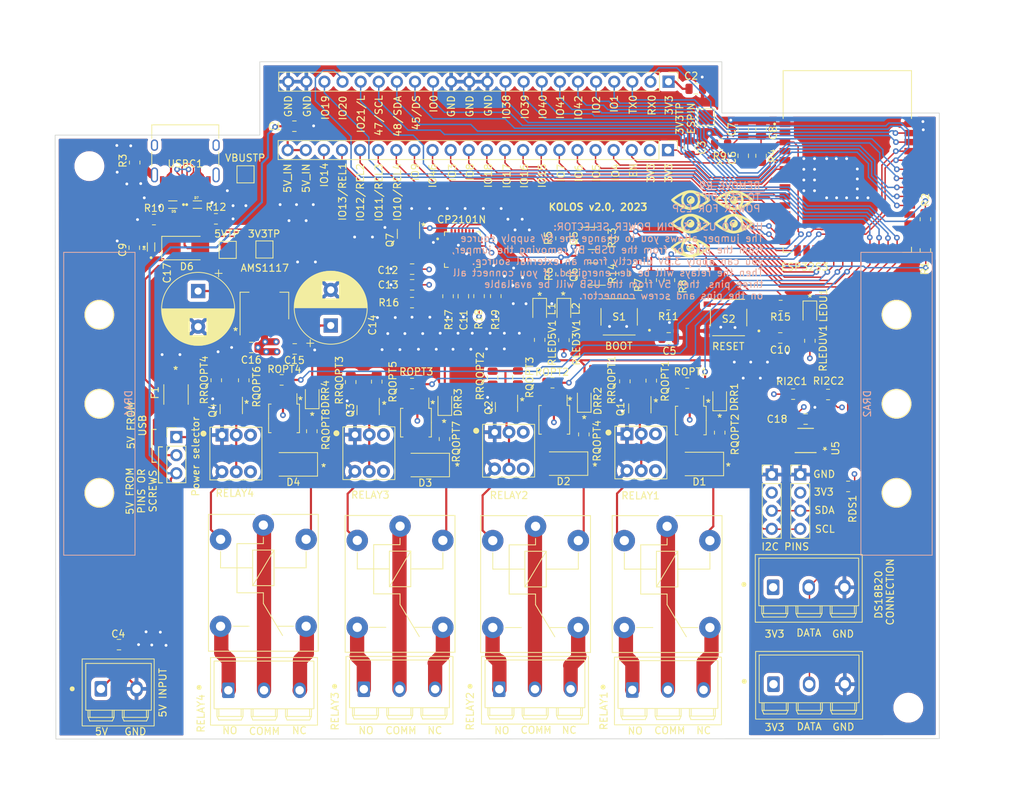
<source format=kicad_pcb>
(kicad_pcb (version 20211014) (generator pcbnew)
  (layers (0 "F.Cu" signal) (1 "In1.Cu" power "3V3.Cu") (2 "In2.Cu" power "GND.Cu") (31 "B.Cu" signal) (34 "B.Paste" user) (35 "F.Paste" user) (36 "B.SilkS" user "B.Silkscreen") (37 "F.SilkS" user "F.Silkscreen") (38 "B.Mask" user) (39 "F.Mask" user) (44 "Edge.Cuts" user))
  (net 0 "")
  (net 1 "GND")
  (net 2 "/5V_USB")
  (net 3 "/5V_WORK")
  (net 4 "/5V_PINS")
  (net 5 "Net-(C5-Pad2)")
  (net 6 "/EN")
  (net 7 "Net-(C10-Pad2)")
  (net 8 "+3.3V")
  (net 9 "Net-(ROPT1-Pad2)")
  (net 10 "Net-(C11-Pad1)")
  (net 11 "/IO4")
  (net 12 "Net-(Q1-Pad1)")
  (net 13 "/IO5")
  (net 14 "/IO6")
  (net 15 "/IO7")
  (net 16 "/IO15")
  (net 17 "/IO16")
  (net 18 "/IO17")
  (net 19 "/IO18")
  (net 20 "/IO8")
  (net 21 "/IO3")
  (net 22 "/IO46")
  (net 23 "/IO9")
  (net 24 "/IO10")
  (net 25 "/IO11")
  (net 26 "/IO12")
  (net 27 "/IO13")
  (net 28 "/IO14")
  (net 29 "Net-(CONNPOW1-Pad2)")
  (net 30 "/RX0")
  (net 31 "/TX0")
  (net 32 "/IO1")
  (net 33 "/IO2")
  (net 34 "/IO42")
  (net 35 "/IO41")
  (net 36 "/IO40")
  (net 37 "/IO39")
  (net 38 "/IO38")
  (net 39 "/IO0_CON")
  (net 40 "/IO45")
  (net 41 "/IO48")
  (net 42 "/IO47")
  (net 43 "/IO21")
  (net 44 "/IO20")
  (net 45 "/IO19")
  (net 48 "/USBC_CP2102/USB_P")
  (net 49 "/USBC_CP2102/USB_N")
  (net 50 "Net-(CP1-Pad9)")
  (net 52 "Net-(CP1-Pad11)")
  (net 60 "Net-(CP1-Pad19)")
  (net 65 "/USBC_CP2102/RTS")
  (net 66 "/CP2102_RX")
  (net 67 "/CP2102_TX")
  (net 69 "/USBC_CP2102/DTR")
  (net 70 "Net-(D1-Pad2)")
  (net 71 "Net-(D2-Pad2)")
  (net 72 "Net-(D3-Pad2)")
  (net 73 "Net-(D4-Pad2)")
  (net 74 "/USBC_CP2102/VBUS")
  (net 75 "Net-(DRR1-Pad1)")
  (net 76 "Net-(DRR2-Pad1)")
  (net 77 "Net-(DRR3-Pad1)")
  (net 78 "Net-(DRR4-Pad1)")
  (net 79 "/ESP32_3V3")
  (net 80 "/IO0")
  (net 81 "/IO35")
  (net 82 "/IO36")
  (net 83 "/IO37")
  (net 84 "Net-(JR1-Pad1)")
  (net 87 "Net-(JR1-Pad2)")
  (net 88 "Net-(JR1-Pad3)")
  (net 89 "Net-(JR2-Pad1)")
  (net 90 "Net-(JR2-Pad2)")
  (net 91 "Net-(JR2-Pad3)")
  (net 92 "Net-(JR3-Pad1)")
  (net 93 "Net-(JR3-Pad2)")
  (net 94 "Net-(JR3-Pad3)")
  (net 95 "Net-(JR4-Pad1)")
  (net 96 "Net-(JR4-Pad2)")
  (net 97 "Net-(JR4-Pad3)")
  (net 98 "Net-(L1-Pad2)")
  (net 99 "Net-(L2-Pad2)")
  (net 100 "Net-(LEDU1-Pad2)")
  (net 101 "Net-(Q2-Pad1)")
  (net 102 "Net-(Q3-Pad1)")
  (net 103 "Net-(Q4-Pad1)")
  (net 104 "Net-(Q5-Pad1)")
  (net 105 "Net-(Q5-Pad3)")
  (net 106 "Net-(Q6-Pad1)")
  (net 107 "Net-(Q6-Pad3)")
  (net 108 "/IO0_BTN")
  (net 109 "Net-(R3-Pad1)")
  (net 110 "Net-(R10-Pad1)")
  (net 111 "Net-(R12-Pad1)")
  (net 112 "Net-(ROPT2-Pad2)")
  (net 113 "Net-(ROPT3-Pad2)")
  (net 114 "Net-(ROPT4-Pad2)")
  (net 115 "Net-(RQOPT1-Pad2)")
  (net 116 "Net-(RQOPT3-Pad2)")
  (net 117 "Net-(RQOPT5-Pad2)")
  (net 118 "Net-(RQOPT6-Pad2)")
  (footprint "Package_TO_SOT_SMD:SOT-223-3_TabPin2" (layer "F.Cu") (at 123.35 84.65 90)
    (fp_text reference "AMS1" hide)
    (fp_text value "AMS1117-3.3")
  )
  (footprint "Package_SO:SOP-4_3.8x4.1mm_P2.54mm" (layer "F.Cu") (at 183.15 100.75 -90)
    (fp_text reference "U1" hide)
    (fp_text value "PC817")
  )
  (footprint "Package_TO_SOT_SMD:SOT-23" (layer "F.Cu") (at 157.3 98.85 -90)
    (fp_text reference "Q2")
    (fp_text value "L8050QLT1G")
  )
  (footprint "TestPoint:TestPoint_Pad_2.0x2.0mm" (layer "F.Cu") (at 120.7 66.2)
    (fp_text reference "VBUS1" hide)
    (fp_text value "TestPoint")
  )
  (footprint "Package_TO_SOT_SMD:SOT-23" (layer "F.Cu") (at 118.702222 99.15 -90)
    (fp_text reference "Q4")
    (fp_text value "L8050QLT1G")
  )
  (footprint "Screw-3-pin:switch-dpdt" (layer "F.Cu") (at 157.747778 110.9875)
    (fp_text reference "SW2" hide)
    (fp_text value "SW_Push_DPDT")
  )
  (footprint "Resistor_SMD:R_0805_2012Metric" (layer "F.Cu") (at 158.9 94.7 -90)
    (fp_text reference "RQOPT3")
    (fp_text value "1K")
  )
  (footprint "Resistor_SMD:R_0805_2012Metric" (layer "F.Cu") (at 153.45 83.29375 90)
    (fp_text reference "R18")
    (fp_text value "1K")
  )
  (footprint "Connector_PinHeader_2.54mm:PinHeader_1x04_P2.54mm_Vertical" (layer "F.Cu") (at 198.5 108.33)
    (fp_text reference "I2C1" hide)
    (fp_text value "Conn_01x04_Male")
  )
  (footprint "Package_TO_SOT_SMD:SOT-23" (layer "F.Cu") (at 143.55 74.55 -90)
    (fp_text reference "Q7")
    (fp_text value "2N7002")
  )
  (footprint "Resistor_SMD:R_0805_2012Metric" (layer "F.Cu") (at 193 63.6 90)
    (fp_text reference "R4")
    (fp_text value "10K")
  )
  (footprint "Relay-SRD-05VDC-SL-C:Relay_T75" (layer "F.Cu") (at 161.375 115.6 -90)
    (fp_text reference "RELAY2")
    (fp_text value "SRD-05VDC-SL-C")
  )
  (footprint "LED_SMD:LED_0805_2012Metric" (layer "F.Cu") (at 161.95 85.3 -90)
    (fp_text reference "L1")
    (fp_text value "LED")
  )
  (footprint "MountingHole:MountingHole_3.2mm_M3_DIN965" (layer "F.Cu") (at 213.65 141.05)
    (fp_text reference "H1" hide)
    (fp_text value "MountingHole")
  )
  (footprint "Connector_PinHeader_2.54mm:PinHeader_1x04_P2.54mm_Vertical" (layer "F.Cu") (at 194.5 108.33)
    (fp_text reference "I2C2" hide)
    (fp_text value "Conn_01x04_Male")
  )
  (footprint "LED_SMD:LED_0805_2012Metric" (layer "F.Cu") (at 168.2 97.9 90)
    (fp_text reference "DRR2")
    (fp_text value "LED")
  )
  (footprint "Diode_SMD:D_SMA" (layer "F.Cu") (at 184.35 106.85 180)
    (fp_text reference "D1")
    (fp_text value "1N4007")
  )
  (footprint "Resistor_SMD:R_0805_2012Metric" (layer "F.Cu") (at 197.5 97.05 180)
    (fp_text reference "RI2C1")
    (fp_text value "4K7")
  )
  (footprint "Resistor_SMD:R_0805_2012Metric" (layer "F.Cu") (at 177.6 95.15 -90)
    (fp_text reference "RQOPT1")
    (fp_text value "1K")
  )
  (footprint "Connector_USB:USB_C_Receptacle_HRO_TYPE-C-31-M-12" (layer "F.Cu") (at 112.25 63.155 180)
    (fp_text reference "USBC1")
    (fp_text value "USB_C_Receptacle_USB2.0")
  )
  (footprint "Resistor_SMD:R_0805_2012Metric" (layer "F.Cu") (at 144.05 95.55 180)
    (fp_text reference "ROPT3")
    (fp_text value "330R")
  )
  (footprint "Package_SO:SOP-4_3.8x4.1mm_P2.54mm" (layer "F.Cu") (at 144.6 101.05 -90)
    (fp_text reference "U3" hide)
    (fp_text value "PC817")
  )
  (footprint "Package_TO_SOT_SMD:SOT-23" (layer "F.Cu") (at 176 99.05 -90)
    (fp_text reference "Q1")
    (fp_text value "L8050QLT1G")
  )
  (footprint "LED_SMD:LED_0805_2012Metric" (layer "F.Cu") (at 130.05 97.4 90)
    (fp_text reference "DRR4")
    (fp_text value "LED")
  )
  (footprint "TS-1187A-B-A-B:SW_TS-1187A-B-A-B" (layer "F.Cu") (at 173.1 86.2 180)
    (fp_text reference "S1")
    (fp_text value "TS-1187A-B-A-B")
  )
  (footprint "Resistor_SMD:R_0805_2012Metric" (layer "F.Cu") (at 125.764722 95.05 180)
    (fp_text reference "ROPT4")
    (fp_text value "330R")
  )
  (footprint "TestPoint:TestPoint_Pad_2.0x2.0mm" (layer "F.Cu") (at 185.25 58.2 90)
    (fp_text reference "ESP323V3" hide)
    (fp_text value "TestPoint")
  )
  (footprint "Resistor_SMD:R_0805_2012Metric" (layer "F.Cu") (at 148.6 103.35 90)
    (fp_text reference "RQOPT7")
    (fp_text value "2K2")
  )
  (footprint "Package_TO_SOT_SMD:SOT-23" (layer "F.Cu") (at 169.4 75.1875)
    (fp_text reference "Q5")
    (fp_text value "L8050QLT1G")
  )
  (footprint "Resistor_SMD:R_0805_2012Metric" (layer "F.Cu") (at 105.15 64.55 90)
    (fp_text reference "R3")
    (fp_text value "1M")
  )
  (footprint "Resistor_SMD:R_0805_2012Metric" (layer "F.Cu") (at 155.35 94.7375 -90)
    (fp_text reference "RRQOPT2")
    (fp_text value "10K")
  )
  (footprint "Capacitor_SMD:C_0805_2012Metric" (layer "F.Cu") (at 121.5 90.5 180)
    (fp_text reference "C16")
    (fp_text value "100nF")
  )
  (footprint "Screw-3-pin:Screw-3-pin-conn" (layer "F.Cu") (at 142.291422 144.355)
    (fp_text reference "JR3" hide)
    (fp_text value "Screw_Terminal_01x03")
  )
  (footprint "Capacitor_SMD:C_0805_2012Metric" (layer "F.Cu") (at 102.95 132.2 180)
    (fp_text reference "C4")
    (fp_text value "100nF")
  )
  (footprint "Resistor_SMD:R_0805_2012Metric" (layer "F.Cu") (at 216.05 76.85 90)
    (fp_text reference "R1")
    (fp_text value "22R")
  )
  (footprint "Resistor_SMD:R_0805_2012Metric" (layer "F.Cu") (at 177.6 81.0375 90)
    (fp_text reference "R7")
    (fp_text value "0R")
  )
  (footprint "MountingEquipment:DINRailAdapter_3xM3_PhoenixContact_1201578" (layer "F.Cu") (at 100.2 98.4 90)
    (fp_text reference "DRA1")
    (fp_text value "DIN_Rail_Adapter")
  )
  (footprint "Relay-SRD-05VDC-SL-C:Relay_T75" (layer "F.Cu") (at 142.375 115.575 -90)
    (fp_text reference "RELAY3")
    (fp_text value "SRD-05VDC-SL-C")
  )
  (footprint "Capacitor_SMD:C_0805_2012Metric" (layer "F.Cu") (at 195.7 89.1625 180)
    (fp_text reference "C10")
    (fp_text value "100 nF")
  )
  (footprint "Resistor_SMD:R_0805_2012Metric" (layer "F.Cu") (at 187.4 62 180)
    (fp_text reference "R9")
    (fp_text value "0R")
  )
  (footprint "TestPoint:TestPoint_Pad_2.0x2.0mm" (layer "F.Cu") (at 118.2 76.8)
    (fp_text reference "5V1" hide)
    (fp_text value "TestPoint")
  )
  (footprint "LED_SMD:LED_0805_2012Metric" (layer "F.Cu") (at 165.35 85.3 -90)
    (fp_text reference "L2")
    (fp_text value "LED")
  )
  (footprint "Resistor_SMD:R_0805_2012Metric" (layer "F.Cu") (at 120.45 95.1 -90)
    (fp_text reference "RQOPT6")
    (fp_text value "1K")
  )
  (footprint "Diode_SMD:D_SMA" (layer "F.Cu") (at 127.4 106.9 180)
    (fp_text reference "D4")
    (fp_text value "1N4007")
  )
  (footprint "Resistor_SMD:R_0805_2012Metric" (layer "F.Cu") (at 163.75 95.45 180)
    (fp_text reference "ROPT2")
    (fp_text value "330R")
  )
  (footprint "Package_TO_SOT_SMD:SOT-23" (layer "F.Cu") (at 169.5 80.2 180)
    (fp_text reference "Q6")
    (fp_text value "L8050QLT1G")
  )
  (footprint "Resistor_SMD:R_0805_2012Metric" (layer "F.Cu") (at 135.45 95.35 -90)
    (fp_text reference "RRQOPT3")
    (fp_text value "10K")
  )
  (footprint "Capacitor_SMD:C_0805_2012Metric" (layer "F.Cu") (at 190.5 63.6 90)
    (fp_text reference "C6")
    (fp_text value "1uF")
  )
  (footprint "Resistor_SMD:R_0805_2012Metric" (layer "F.Cu") (at 199.85 89.5625 -90)
    (fp_text reference "RLEDUV1")
    (fp_text value "5K1")
  )
  (footprint "Screw-3-pin:switch-dpdt" (layer "F.Cu") (at 119.497778 111.3875)
    (fp_text reference "SW4" hide)
    (fp_text value "SW_Push_DPDT")
  )
  (footprint "Resistor_SMD:R_0805_2012Metric" (layer "F.Cu") (at 144.05 84.20625 180)
    (fp_text reference "R16")
    (fp_text value "22.1K")
  )
  (footprint "Resistor_SMD:R_0805_2012Metric" (layer "F.Cu") (at 155.8 83.29375 -90)
    (fp_text reference "R19")
    (fp_text value "10K")
  )
  (footprint "Capacitor_SMD:C_0805_2012Metric" (layer "F.Cu") (at 144.0625 81.70625 180)
    (fp_text reference "C13")
    (fp_text value "10uF")
  )
  (footprint "LESD5D5:TVS_LESD5D5.0CT1G" (layer "F.Cu") (at 110.5 70.45 180)
    (fp_text reference "D5")
    (fp_text value "LESD5D5.0CT1G")
  )
  (footprint "Relay-SRD-05VDC-SL-C:Relay_T75" (layer "F.Cu") (at 123.2 115.425 -90)
    (fp_text reference "RELAY4")
    (fp_text value "SRD-05VDC-SL-C")
  )
  (footprint "Screw-3-pin:Screw-2-pin-conn" (layer "F.Cu") (at 103.291422 145.605)
    (fp_text reference "TERM_POW1" hide)
    (fp_text value "Screw_Terminal_01x02")
  )
  (footprint "Resistor_SMD:R_0805_2012Metric" (layer "F.Cu") (at 205.2125 110 180)
    (fp_text reference "RDS1")
    (fp_text value "4K7")
  )
  (footprint "Package_SON:Texas_PWSON-N6" (layer "F.Cu") (at 199.25 103.55 180)
    (fp_text reference "U5")
    (fp_text value "HDC1080")
  )
  (footprint "TS-1187A-B-A-B:SW_TS-1187A-B-A-B" (layer "F.Cu") (at 188.45 86.3 180)
    (fp_text reference "S2")
    (fp_text value "TS-1187A-B-A-B")
  )
  (footprint "Resistor_SMD:R_0805_2012Metric" (layer "F.Cu") (at 161.95 89.4375 -90)
    (fp_text reference "RLED5V1")
    (fp_text value "5K1")
  )
  (footprint "Capacitor_SMD:C_0805_2012Metric" (layer "F.Cu") (at 183 62.45 -90)
    (fp_text reference "C3")
    (fp_text value "100nF")
  )
  (footprint "Screw-3-pin:Screw-3-pin-conn" (layer "F.Cu") (at 161.291422 144.355)
    (fp_text reference "JR2" hide)
    (fp_text value "Screw_Terminal_01x03")
  )
  (footprint "Resistor_SMD:R_0805_2012Metric" (layer "F.Cu") (at 187.2 102.45 90)
    (fp_text reference "RQOPT2")
    (fp_text value "2K2")
  )
  (footprint "Resistor_SMD:R_0805_2012Metric" (layer "F.Cu") (at 116.55 72.45)
    (fp_text reference "R12")
    (fp_text value "5K1")
  )
  (footprint "Capacitor_SMD:C_0805_2012Metric" (layer "F.Cu") (at 183.85 54.2 180)
    (fp_text reference "C2")
    (fp_text value "100nF")
  )
  (footprint "Resistor_SMD:R_0805_2012Metric" (layer "F.Cu") (at 164.95 75.1875 -90)
    (fp_text reference "R5")
    (fp_text value "10K")
  )
  (footprint "Capacitor_SMD:C_0805_2012Metric" (layer "F.Cu") (at 144.0625 79.50625 180)
    (fp_text reference "C12")
    (fp_text value "100nF")
  )
  (footprint "Resistor_SMD:R_0805_2012Metric" (layer "F.Cu") (at 202.4 97.1)
    (fp_text reference "RI2C2")
    (fp_text value "4K7")
  )
  (footprint "Capacitor_THT:CP_Radial_D10.0mm_P5.00mm" (layer "F.Cu") (at 114.05 82.582323 -90)
    (fp_text reference "C17")
    (fp_text value "10uF")
  )
  (footprint "Package_TO_SOT_SMD:SOT-23" (layer "F.Cu") (at 137.9 99.3 -90)
    (fp_text reference "Q3")
    (fp_text value "L8050QLT1G")
  )
  (footprint "Capacitor_SMD:C_0805_2012Metric" (layer "F.Cu") (at 127.6 90.7)
    (fp_text reference "C15")
    (fp_text value "100nF")
  )
  (footprint "LED_SMD:LED_0805_2012Metric" (layer "F.Cu") (at 148.65 98.35 90)
    (fp_text reference "DRR3")
    (fp_text value "LED")
  )
  (footprint "LOGO" (layer "F.Cu") (at 186.292732 73.236253)
    (fp_text reference "G***" hide)
    (fp_text value "LOGO" hide)
  )
  (footprint "Screw-3-pin:Screw-3-pin-conn" (layer "F.Cu") (at 179.941422 144.455)
    (fp_text reference "JR1" hide)
    (fp_text value "Screw_Terminal_01x03")
  )
  (footprint "Capacitor_SMD:C_0805_2012Metric" (layer "F.Cu") (at 190.5 59.9 90)
    (fp_text reference "C7")
    (fp_text value "100nF")
  )
  (footprint "CP2102N-A02-GQFN28:QFN50P500X500X80-29N" (layer "F.Cu") (at 151.1 76.75625)
    (fp_text reference "CP1" hide)
    (fp_text value "CP2102N-A02-GQFN28")
  )
  (footprint "Resistor_SMD:R_0805_2012Metric" (layer "F.Cu") (at 216.05 72.5 -90)
    (fp_text reference "R2")
    (fp_text value "22R")
  )
  (footprint "Resistor_SMD:R_0805_2012Metric" (layer "F.Cu") (at 195.75 84.6125)
    (fp_text reference "R15")
    (fp_text value "0R")
  )
  (footprint "Capacitor_SMD:C_0805_2012Metric" (layer "F.Cu") (at 151.25 83.30625 -90)
    (fp_text reference "C11")
    (fp_text value "10uF")
  )
  (footprint "Resistor_SMD:R_0805_2012Metric" (layer "F.Cu") (at 139.1 95.3 -90)
    (fp_text reference "RQOPT5")
    (fp_text value "1K")
  )
  (footprint "Screw-3-pin:Screw-3-pin-conn" (layer "F.Cu") (at 199.741422 143.655)
    (fp_text reference "DS2" hide)
    (fp_text value "Screw_Terminal_01x03")
  )
  (footprint "Capacitor_SMD:C_0805_2012Metric" (layer "F.Cu") (at 105.1 76.5 90)
    (fp_text reference "C9")
    (fp_text value "10uF")
  )
  (footprint "Resistor_SMD:R_0805_2012Metric" (layer "F.Cu") (at 165.35 89.4625 -90)
    (fp_text reference "RLED3V1")
    (fp_text value "5K1")
  )
  (footprint "Capacitor_SMD:C_0805_2012Metric" (layer "F.Cu") (at 199.25 100.55)
    (fp_text reference "C18")
    (fp_text value "100nF")
  )
  (footprint "Resistor_SMD:R_0805_2012Metric" (layer "F.Cu") (at 149.1 83.30625 90)
    (fp_text reference "R17")
    (fp_text value "47.5K")
  )
  (footprint "Screw-3-pin:switch-dpdt" (layer "F.Cu") (at 138.147778 111.3375)
    (fp_text reference "SW3" hide)
    (fp_text value "SW_Push_DPDT")
  )
  (footprint "Resistor_SMD:R_0805_2012Metric" (layer "F.Cu") (at 173.75 75.1375 90)
    (fp_text reference "R13")
    (fp_text value "0R")
  )
  (footprint "Diode_SMD:D_SMA" (layer "F.Cu") (at 165.3 106.8 180)
    (fp_text reference "D2")
    (fp_text value "1N4007")
  )
  (footprint "TestPoint:TestPoint_Pad_2.0x2.0mm" (layer "F.Cu") (at 123.35 76.75 180)
    (fp_text reference "3V1" hide)
    (fp_text value "TestPoint")
  )
  (footprint "Fuse:Fuse_1812_4532Metric" (layer "F.Cu") (at 110.95 97.1 -90)
    (fp_text reference "F1")
    (fp_text value "Polyfuse")
  )
  (footprint "MountingHole:MountingHole_3.2mm_M3_DIN965" (layer "F.Cu") (at 98.8 65.05)
    (fp_text reference "H2" hide)
    (fp_text value "MountingHole")
  )
  (footprint "Screw-3-pin:Screw-3-pin-conn" (layer "F.Cu") (at 123.291422 144.505)
    (fp_text reference "JR4" hide)
    (fp_text value "Screw_Terminal_01x03")
  )
  (footprint "Connector_PinHeader_2.54mm:PinHeader_1x03_P2.54mm_Vertical" (layer "F.Cu") (at 111 103.075)
    (fp_text reference "CONNPOW1" hide)
    (fp_text value "Conn_01x03_Male")
  )
  (footprint "Package_SO:SOP-4_3.8x4.1mm_P2.54mm" (layer "F.Cu") (at 126.1 100.45 -90)
    (fp_text reference "U4" hide)
    (fp_text value "PC817")
  )
  (footprint "Connector_PinHeader_2.54mm:PinHeader_1x22_P2.54mm_Vertical" (layer "F.Cu") (at 179.95 62.8 -90)
    (fp_text reference "CONNL1" hide)
    (fp_text value "Conn_01x22_Male")
  )
  (footprint "Capacitor_THT:CP_Radial_D10.0mm_P5.00mm" (layer "F.Cu") (at 132.65 87.417677 90)
    (fp_text reference "C14")
    (fp_text value "10uF")
  )
  (footprint "LESD5D5:TVS_LESD5D5.0CT1G" (layer "F.Cu") (at 113.95 70.45)
    (fp_text reference "D7")
    (fp_text value "LESD5D5.0CT1G")
  )
  (footprint "Relay-SRD-05VDC-SL-C:Relay_T75" (layer "F.Cu") (at 179.825 115.6 -90)
    (fp_text reference "RELAY1")
    (fp_text value "SRD-05VDC-SL-C")
  )
  (footprint "ESP32-S3-WROOM-1-N8R2:XCVR_ESP32-S3-WROOM-1-N8R2" (layer "F.Cu") (at 205.1 64.4)
    (fp_text reference "ESP32S3")
    (fp_text value "ESP32-S3-WROOM-1-N8R2")
  )
  (footprint "Resistor_SMD:R_0805_2012Metric" (layer "F.Cu") (at 180 84.5)
    (fp_text reference "R11")
    (fp_text value "0R")
  )
  (footprint "Diode_SMD:D_SMA" (layer "F.Cu") (at 145.9 107 180)
    (fp_text reference "D3")
    (fp_text value "1N4007")
  )
  (footprint "MountingEquipment:DINRailAdapter_3xM3_PhoenixContact_1201578" (layer "F.Cu") (at 212 98.4 90)
    (fp_text reference "DRA2")
    (fp_text value "DIN_Rail_Adapter")
  )
  (footprint "Capacitor_SMD:C_0805_2012Metric" (layer "F.Cu") (at 193 59.9 90)
    (fp_text reference "C8")
    (fp_text value "22uF")
  )
  (footprint "Resistor_SMD:R_0805_2012Metric" (layer "F.Cu") (at 164.95 80.225 90)
    (fp_text reference "R6")
    (fp_text value "10K")
  )
  (footprint "Capacitor_SMD:C_0805_2012Metric" (layer "F.Cu") (at 127.55 59.45 180)
    (fp_text reference "C1")
    (fp_text value "100nF")
  )
  (footprint "Resistor_SMD:R_0805_2012Metric" (layer "F.Cu") (at 180.15 81.05 90)
    (fp_text reference "R8")
    (fp_text value "0R")
  )
  (footprint "Screw-3-pin:Screw-3-pin-conn" (layer "F.Cu") (at 199.691422 130.055)
    (fp_text reference "DS1" hide)
    (fp_text value "Screw_Terminal_01x03")
  )
  (footprint "Package_SO:SOP-4_3.8x4.1mm_P2.54mm" (layer "F.Cu") (at 164 100.65 -90)
    (fp_text reference "U2" hide)
    (fp_text value "PC817")
  )
  (footprint "Resistor_SMD:R_0805_2012Metric" (layer "F.Cu") (at 173.8 80.1375 90)
    (fp_text reference "R14")
    (fp_text value "0R")
  )
  (footprint "Connector_PinHeader_2.54mm:PinHeader_1x22_P2.54mm_Vertical" (layer "F.Cu") (at 180.025 53.2 -90)
    (fp_text reference "CONNR1" hide)
    (fp_text value "Conn_01x22_Male")
  )
  (footprint "Diode_SMD:D_SMA" (layer "F.Cu") (at 112.35 76.55)
    (fp_text reference "D6")
    (fp_text value "1N5819")
  )
  (footprint "Capacitor_SMD:C_0805_2012Metric" (layer "F.Cu") (at 180.05 89.15 180)
    (fp_text reference "C5")
    (fp_text value "100 nF")
  )
  (footprint "Resistor_SMD:R_0805_2012Metric" (layer "F.Cu") (at 182.65 95.5 180)
    (fp_text reference "ROPT1")
    (fp_text value "330R")
  )
  (footprint "LESD5D5:TVS_LESD5D5.0CT1G" (layer "F.Cu") (at 107.45 76.4 90)
    (fp_text reference "D8")
    (fp_text value "LESD5D5.0CT1G")
  )
  (footprint "LED_SMD:LED_0805_2012Metric" (layer "F.Cu") (at 187.2 97.7 90)
    (fp_text reference "DRR1")
    (fp_text value "LED")
  )
  (footprint "Resistor_SMD:R_0805_2012Metric" (layer "F.Cu") (at 130 102.25 90)
    (fp_text reference "RQOPT8")
    (fp_text value "2K2")
  )
  (footprint "Resistor_SMD:R_0805_2012Metric" (layer "F.Cu") (at 116.6 95.1 -90)
    (fp_text reference "RRQOPT4")
    (fp_text value "10K")
  )
  (footprint "Resistor_SMD:R_0805_2012Metric" (layer "F.Cu") (at 107.85 72.55 180)
    (fp_text reference "R10")
    (fp_text value "5K1")
  )
  (footprint "Resistor_SMD:R_0805_2012Metric" (layer "F.Cu") (at 173.9 95.25 -90)
    (fp_text reference "RRQOPT1")
    (fp_text value "10K")
  )
  (footprint "Screw-3-pin:switch-dpdt" (layer "F.Cu") (at 176.297778 111.2375)
    (fp_text reference "SW1" hide)
    (fp_text value "SW_Push_DPDT")
  )
  (footprint "LED_SMD:LED_0805_2012Metric" (layer "F.Cu") (at 199.85 85.6625 -90)
    (fp_text reference "LEDU1")
    (fp_text value "LED")
  )
  (footprint "Resistor_SMD:R_0805_2012Metric" (layer "F.Cu") (at 168.15 102.7 90)
    (fp_text reference "RQOPT4")
    (fp_text value "2K2")
  )
  (gr_line (start 107.6 106.6) (end 107.6 102) (layer "F.SilkS") (width 0.15))
  (gr_line (start 108.5 104.45) (end 109.05 104.45) (layer "F.SilkS") (width 0.15))
  (gr_line (start 186.8 64.85) (end 187.2 64.4) (layer "F.SilkS") (width 0.15))
  (gr_line (start 108.5 109.5) (end 108.5 104.45) (layer "F.SilkS") (width 0.15))
  (gr_line (start 108.2 106.6) (end 107.6 106.6) (layer "F.SilkS") (width 0.15))
  (gr_line (start 187.2 64.375) (end 187.6 64.825) (layer "F.SilkS") (width 0.15))
  (gr_line (start 109.05 109.5) (end 108.5 109.5) (layer "F.SilkS") (width 0.15))
  (gr_line (start 107.6 102) (end 108.15 102) (layer "F.SilkS") (width 0.15))
  (gr_poly (pts (xy 187.499984 57.6) (xy 218 57.6) (xy 218 145.4) (xy 94.099984 145.45) (xy 94 60.7) (xy 122.7 60.7) (xy 122.7 50.4) (xy 187.499984 50.4)) (layer "Edge.Cuts") (width 0.1) (fill none))
  (gr_text "HOW TO USE 3-PIN POWER SELECTOR: \nThe jumper allows you to change the 5V supply source \nfrom the pins or from the USB. By removing the jumper, \nyou can apply 3.3V directly from an external source. \nThen the relays will be de-energized. If you connect all \nthree pins, then 5V from the USB will be available \non the pins and screw connector." (at 193.4 78.4) (layer "B.SilkS") (effects (font (size 1 1)) (justify left mirror)))
  (gr_text "REMOVE R9\nTO SET DIFF\nPOWER FOR ESP" (at 193 69.4) (layer "B.SilkS") (effects (font (size 1 1)) (justify left mirror)))
  (gr_text "3V3" (at 201.8 110.78) (layer "F.SilkS") (effects (font (size 1 1))))
  (gr_text "IO2" (at 169.9 56.45 90) (layer "F.SilkS") (effects (font (size 1 1))))
  (gr_text "TX0" (at 175.05 56.4 90) (layer "F.SilkS") (effects (font (size 1 1))))
  (gr_text "IO11/REL3" (at 139.4 68.75 90) (layer "F.SilkS") (effects (font (size 1 1))))
  (gr_text "5VTP" (at 118.1 74.55) (layer "F.SilkS") (effects (font (size 1 1))))
  (gr_text "COMM" (at 123.35 144.35) (layer "F.SilkS") (effects (font (size 1 1))))
  (gr_text "IO39" (at 159.9 56.75 90) (layer "F.SilkS") (effects (font (size 1 1))))
  (gr_text "5V_IN" (at 126.6 66.75 90) (layer "F.SilkS") (effects (font (size 1 1))))
  (gr_text "*" (at 145.65 73.55) (layer "F.SilkS") (effects (font (size 1 1))))
  (gr_text "CP2101N" (at 151 72.55) (layer "F.SilkS") (effects (font (size 1 1))))
  (gr_text "GND" (at 126.7 56.65 90) (layer "F.SilkS") (effects (font (size 1 1))))
  (gr_text "IO0" (at 147.1 56.3 90) (layer "F.SilkS") (effects (font (size 1 1))))
  (gr_text "*" (at 169.7 107.25) (layer "F.SilkS") (effects (font (size 1 1))))
  (gr_text "*" (at 120.85 98.45) (layer "F.SilkS") (effects (font (size 1 1))))
  (gr_text "RESET" (at 188.4 90.35) (layer "F.SilkS") (effects (font (size 1 1))))
  (gr_text "*" (at 128.4 97.95) (layer "F.SilkS") (effects (font (size 1 1))))
  (gr_text "IO7" (at 164.95 66 90) (layer "F.SilkS") (effects (font (size 1 1))))
  (gr_text "*" (at 119.3 88.25) (layer "F.SilkS") (effects (font (size 1 1))))
  (gr_text "5V FROM\nUSB" (at 105.45 101.45 90) (layer "F.SilkS") (effects (font (size 1 1))))
  (gr_text "IO40" (at 162.4 56.75 90) (layer "F.SilkS") (effects (font (size 1 1))))
  (gr_text "NO" (at 156.65 144.25) (layer "F.SilkS") (effects (font (size 1 1))))
  (gr_text "IO5" (at 169.9 66 90) (layer "F.SilkS") (effects (font (size 1 1))))
  (gr_text "*" (at 199.85 83.55) (layer "F.SilkS") (effects (font (size 1 1))))
  (gr_text "45/DS" (at 144.65 57.55 90) (layer "F.SilkS") (effects (font (size 1 1))))
  (gr_text "KOLOS v2.0, 2023\n" (at 163.1 70.8) (layer "F.SilkS") (effects (font (size 1 1) (thickness 0.2)) (justify left)))
  (gr_text "3V3" (at 177.55 66 90) (layer "F.SilkS") (effects (font (size 1 1))))
  (gr_text "I2C PINS" (at 196.4 118.45) (layer "F.SilkS") (effects (font (size 1 1))))
  (gr_text "3V3TP\nESPIN" (at 182.4 58.35 90) (layer "F.SilkS") (effects (font (size 1 1))))
  (gr_text "*" (at 161.95 83.3) (layer "F.SilkS") (effects (font (size 1 1))))
  (gr_text "IO10/REL4" (at 142 68.7 90) (layer "F.SilkS") (effects (font (size 1 1))))
  (gr_text "COMM" (at 142.5 144.25) (layer "F.SilkS") (effects (font (size 1 1))))
  (gr_text "EN" (at 175.1 65.65 90) (layer "F.SilkS") (effects (font (size 1 1))))
  (gr_text "*" (at 110.9 93.7) (layer "F.SilkS") (effects (font (size 1 1))))
  (gr_text "IO1" (at 172.4 56.3 90) (layer "F.SilkS") (effects (font (size 1 1))))
  (gr_text "IO42" (at 167.4 56.85 90) (layer "F.SilkS") (effects (font (size 1 1))))
  (gr_text "3V3" (at 194.9 143.8) (layer "F.SilkS") (effects (font (size 1 1))))
  (gr_text "DS18B20 \nCONNECTION" (at 210.3 124.8 90) (layer "F.SilkS") (effects (font (size 1 1))))
  (gr_text "SCL" (at 201.95 115.98) (layer "F.SilkS") (effects (font (size 1 1))))
  (gr_text "DATA" (at 199.7 130.55) (layer "F.SilkS") (effects (font (size 1 1))))
  (gr_text "*" (at 185.6 98.3) (layer "F.SilkS") (effects (font (size 1 1))))
  (gr_text "IO3" (at 149.7 65.95 90) (layer "F.SilkS") (effects (font (size 1 1))))
  (gr_text "*" (at 187.2 100.4) (layer "F.SilkS") (effects (font (size 1 1))))
  (gr_text "NC" (at 184.95 144.25) (layer "F.SilkS") (effects (font (size 1 1))))
  (gr_text "GND" (at 152.15 56.65 90) (layer "F.SilkS") (effects (font (size 1 1))))
  (gr_text "IO13/REL1" (at 134.3 68.65 90) (layer "F.SilkS") (effects (font (size 1 1))))
  (gr_text "*" (at 131.65 107.35) (layer "F.SilkS") (effects (font (size 1 1))))
  (gr_text "*" (at 130.05 100.15) (layer "F.SilkS") (effects (font (size 1 1))))
  (gr_text "GND" (at 204.5 130.7) (layer "F.SilkS") (effects (font (size 1 1))))
  (gr_text "*" (at 159.5 98.1) (layer "F.SilkS") (effects (font (size 1 1))))
  (gr_text "NO" (at 175.35 144.3) (layer "F.SilkS") (effects (font (size 1 1))))
  (gr_text "5V" (at 100.5 144.4) (layer "F.SilkS") (effects (font (size 1 1))))
  (gr_text "GND" (at 149.55 56.65 90) (layer "F.SilkS") (effects (font (size 1 1))))
  (gr_text "GND" (at 129.35 56.65 90) (layer "F.SilkS") (effects (font (size 1 1))))
  (gr_text "3V3" (at 194.9 130.7) (layer "F.SilkS") (effects (font (size 1 1))))
  (gr_text "NO" (at 118.5 144.25) (layer "F.SilkS") (effects (font (size 1 1))))
  (gr_text "IO16" (at 159.8 66.45 90) (layer "F.SilkS") (effects (font (size 1 1))))
  (gr_text "IO41" (at 164.85 56.75 90) (layer "F.SilkS") (effects (font (size 1 1))))
  (gr_text "NO" (at 137.6 144.25) (layer "F.SilkS") (effects (font (size 1 1))))
  (gr_text "RELAY4" (at 114.45 141.85 90) (layer "F.SilkS") (effects (font (size 1 1))))
  (gr_text "IO8" (at 152.2 65.9 90) (layer "F.SilkS") (effects (font (size 1 1))))
  (gr_text "*" (at 146.95 98.5) (layer "F.SilkS") (effects (font (size 1 1))))
  (gr_text "RELAY2" (at 152.2 141.55 90) (layer "F.SilkS") (effects (font (size 1 1))))
  (gr_text "*" (at 140.15 98.6) (layer "F.SilkS") (effects (font (size 1 1))))
  (gr_text "IO17" (at 157.35 66.45 90) (layer "F.SilkS") (effects (font (size 1 1))))
  (gr_text "IO14" (at 131.75 66.3 90) (layer "F.SilkS") (effects (font (size 1 1))))
  (gr_text "3V3" (at 180.05 66 90) (layer "F.SilkS") (effects (font (size 1 1))))
  (gr_text "5V_IN" (at 129.2 66.75 90) (layer "F.SilkS") (effects (font (size 1 1))))
  (gr_text "IO12/REL2" (at 136.8 68.75 90) (layer "F.SilkS") (effects (font (size 1 1))))
  (gr_text "RX0" (at 177.7 56.5 90) (layer "F.SilkS") (effects (font (size 1 1))))
  (gr_text "IO15" (at 162.3 66.4 90) (layer "F.SilkS") (effects (font (size 1 1))))
  (gr_text "*" (at 165.25 83.25) (layer "F.SilkS") (effects (font (size 1 1))))
  (gr_text "IO18" (at 154.75 66.4 90) (layer "F.SilkS") (effects (font (size 1 1))))
  (gr_text "48/SDA" (at 142.05 58.05 90) (layer "F.SilkS") (effects (font (size 1 1))))
  (gr_text "3V3" (at 180.1 56.5 90) (layer "F.SilkS") (effects (font (size 1 1))))
  (gr_text "SDA" (at 201.9 113.33) (layer "F.SilkS") (effects (font (size 1 1))))
  (gr_text "GND" (at 201.85 108.28) (layer "F.SilkS") (effects (font (size 1 1))))
  (gr_text "*" (at 148.55 101.15) (layer "F.SilkS") (effects (font (size 1 1))))
  (gr_text "AMS1117" (at 123.4 79.35) (layer "F.SilkS") (effects (font (size 1 1))))
  (gr_text "5V FROM\nPINS OR\nSCREWS" (at 106.1 110.65 90) (layer "F.SilkS") (effects (font (size 1 1))))
  (gr_text "IO20" (at 134.35 56.9 90) (layer "F.SilkS") (effects (font (size 1 1))))
  (gr_text "47/SCL" (at 139.4 57.95 90) (layer "F.SilkS") (effects (font (size 1 1))))
  (gr_text "IO4" (at 172.6 65.9 90) (layer "F.SilkS") (effects (font (size 1 1))))
  (gr_text "COMM" (at 161.45 144.2) (layer "F.SilkS") (effects (font (size 1 1))))
  (gr_text "RELAY3" (at 133.25 141.55 90) (layer "F.SilkS") (effects (font (size 1 1))))
  (gr_text "IO9" (at 144.5 65.9 90) (layer "F.SilkS") (effects (font (size 1 1))))
  (gr_text "BOOT" (at 173.05 90.3) (layer "F.SilkS") (effects (font (size 1 1))))
  (gr_text "NC" (at 166.1 144.2) (layer "F.SilkS") (effects (font (size 1 1))))
  (gr_text "GND" (at 154.75 56.55 90) (layer "F.SilkS") (effects (font (size 1 1))))
  (gr_text "*" (at 201.95 104.4 180) (layer "F.SilkS") (effects (font (size 1 1))))
  (gr_text "5V INPUT" (at 109.1 138.95 90) (layer "F.SilkS") (effects (font (size 1 1))))
  (gr_text "3V3TP" (at 123.3 74.55) (layer "F.SilkS") (effects (font (size 1 1))))
  (gr_text "*" (at 168.2 100.6) (layer "F.SilkS") (effects (font (size 1 1))))
  (gr_text "*" (at 166.2 98) (layer "F.SilkS") (effects (font (size 1 1))))
  (gr_text "Power selector" (at 113.7 105.8 90) (layer "F.SilkS") (effects (font (size 1 1))))
  (gr_text "IO6" (at 167.45 66.05 90) (layer "F.SilkS") (effects (font (size 1 1))))
  (gr_text "IO19" (at 131.9 56.85 90) (layer "F.SilkS") (effects (font (size 1 1))))
  (gr_text "IO46" (at 146.95 66.4 90) (layer "F.SilkS") (effects (font (size 1 1))))
  (gr_text "GND" (at 105.25 144.4) (layer "F.SilkS") (effects (font (size 1 1))))
  (gr_text "COMM" (at 180.2 144.25) (layer "F.SilkS") (effects (font (size 1 1))))
  (gr_text "IO38" (at 157.3 56.75 90) (layer "F.SilkS") (effects (font (size 1 1))))
  (gr_text "NC" (at 147.25 144.25) (layer "F.SilkS") (effects (font (size 1 1))))
  (gr_text "*" (at 188.4 107.25) (layer "F.SilkS") (effects (font (size 1 1))))
  (gr_text "IO21/L" (at 136.9 57.75 90) (layer "F.SilkS") (effects (font (size 1 1))))
  (gr_text "*" (at 178.25 98.25) (layer "F.SilkS") (effects (font (size 1 1))))
  (gr_text "DATA" (at 199.75 143.7) (layer "F.SilkS") (effects (font (size 1 1))))
  (gr_text "*" (at 150.4 107.25) (layer "F.SilkS") (effects (font (size 1 1))))
  (gr_text "NC" (at 128.25 144.25) (layer "F.SilkS") (effects (font (size 1 1))))
  (gr_text "GND" (at 204.55 143.75) (layer "F.SilkS") (effects (font (size 1 1))))
  (gr_text "VBUSTP" (at 120.65 63.9) (layer "F.SilkS") (effects (font (size 1 1))))
  (gr_text "RELAY1" (at 170.95 141.5 90) (layer "F.SilkS") (effects (font (size 1 1))))
  (segment (start 163.6625 84.3625) (end 163.65 84.35) (width 0.2) (layer "F.Cu") (net 1))
  (segment (start 151.25 84.25625) (end 151.25 86.2) (width 0.3) (layer "F.Cu") (net 1))
  (segment (start 109 68.2) (end 109 67.2) (width 0.2) (layer "F.Cu") (net 1))
  (segment (start 181 89.15) (end 181 87.85) (width 0.2) (layer "F.Cu") (net 1))
  (segment (start 149.05 86.05) (end 149.05 86.25) (width 0.3) (layer "F.Cu") (net 1))
  (segment (start 174.3375 98.1125) (end 173.5 98.95) (width 0.3) (layer "F.Cu") (net 1))
  (segment (start 184.8 54.2) (end 184.8 52.6) (width 0.3) (layer "F.Cu") (net 1))
  (segment (start 176.1 88.075) (end 174.675 88.075) (width 0.25) (layer "F.Cu") (net 1))
  (segment (start 189.6 62.65) (end 190.5 62.65) (width 0.2) (layer "F.Cu") (net 1))
  (segment (start 194.94 59.14) (end 194.8 59) (width 0.2) (layer "F.Cu") (net 1))
  (segment (start 201.25 103.55) (end 200.65 103.55) (width 0.2) (layer "F.Cu") (net 1))
  (segment (start 200.64 66.86) (end 202.2 66.86) (width 0.3) (layer "F.Cu") (net 1))
  (segment (start 106.9375 72.55) (end 105.55 72.55) (width 0.2) (layer "F.Cu") (net 1))
  (segment (start 128.65 59.45) (end 130.2 59.45) (width 0.3) (layer "F.Cu") (net 1))
  (segment (start 116.1 97.7) (end 116.05 97.55) (width 0.3) (layer "F.Cu") (net 1))
  (segment (start 141.1 81.7) (end 141.10625 81.70625) (width 0.2) (layer "F.Cu") (net 1))
  (segment (start 106.25 75.5) (end 105.15 75.5) (width 0.2) (layer "F.Cu") (net 1))
  (segment (start 135.45 96.2625) (end 135.45 97.5) (width 0.3) (layer "F.Cu") (net 1))
  (segment (start 205 69.5) (end 205 68.26) (width 0.3) (layer "F.Cu") (net 1))
  (segment (start 115.5 68.15) (end 115.5 67.2) (width 0.2) (layer "F.Cu") (net 1))
  (segment (start 116.6 96.0125) (end 116.6 97) (width 0.3) (layer "F.Cu") (net 1))
  (segment (start 109.84 70.45) (end 108.9 70.45) (width 0.2) (layer "F.Cu") (net 1))
  (segment (start 121.05 87.8) (end 121.05 88.85) (width 1) (layer "F.Cu") (net 1))
  (segment (start 201.25 100.55) (end 201.75 101.05) (width 0.2) (layer "F.Cu") (net 1))
  (segment (start 103.9 132.2) (end 105.7 132.2) (width 0.2) (layer "F.Cu") (net 1))
  (segment (start 147.54375 76.25625) (end 147.04375 75.75625) (width 0.2) (layer "F.Cu") (net 1))
  (segment (start 183 61.5) (end 184.686474 61.5) (width 0.3) (layer "F.Cu") (net 1))
  (segment (start 189.825 88.175) (end 189.35 87.7) (width 0.25) (layer "F.Cu") (net 1))
  (segment (start 156.35 97.9125) (end 155.8375 97.9125) (width 0.3) (layer "F.Cu") (net 1))
  (segment (start 107.45 75.74) (end 106.49 75.74) (width 0.2) (layer "F.Cu") (net 1))
  (segment (start 105.15 63.6375) (end 105.15 62.75) (width 1) (layer "F.Cu") (net 1))
  (segment (start 105.15 62.75) (end 104.6 62.2) (width 1) (layer "F.Cu") (net 1))
  (segment (start 165.35 84.3625) (end 163.6625 84.3625) (width 0.2) (layer "F.Cu") (net 1))
  (segment (start 116.6 97) (end 116.1 97.7) (width 0.3) (layer "F.Cu") (net 1))
  (segment (start 173.5 98.95) (end 173.5 99.4) (width 0.3) (layer "F.Cu") (net 1))
  (segment (start 171.225 88.075) (end 171.75 87.55) (width 0.25) (layer "F.Cu") (net 1))
  (segment (start 151.25 84.25625) (end 149.1375 84.25625) (width 0.2) (layer "F.Cu") (net 1))
  (segment (start 130.25 90.7) (end 130.4 90.85) (width 0.3) (layer "F.Cu") (net 1))
  (segment (start 161.95 84.3625) (end 160.0375 84.3625) (width 0.2) (layer "F.Cu") (net 1))
  (segment (start 200.2 100.55) (end 201.25 100.55) (width 0.2) (layer "F.Cu") (net 1))
  (segment (start 215.36 59.14) (end 215.7 58.8) (width 0.3) (layer "F.Cu") (net 1))
  (segment (start 115.7 70.45) (end 116 70.15) (width 0.2) (layer "F.Cu") (net 1))
  (segment (start 213.85 59.14) (end 215.36 59.14) (width 0.3) (layer "F.Cu") (net 1))
  (segment (start 194.8 59) (end 193.05 59) (width 0.2) (layer "F.Cu") (net 1))
  (segment (start 143.1125 79.50625) (end 141.14375 79.50625) (width 0.2) (layer "F.Cu") (net 1))
  (segment (start 108.75 68.45) (end 109 68.2) (width 0.2) (layer "F.Cu") (net 1))
  (segment (start 103.9 136.6) (end 103.9 132.2) (width 0.3) (layer "F.Cu") (net 1))
  (segment (start 186.825 88.175) (end 187.35 87.65) (width 0.25) (layer "F.Cu") (net 1))
  (segment (start 201.75 103.05) (end 201.25 103.55) (width 0.2) (layer "F.Cu") (net 1))
  (segment (start 193 59.05) (end 190.8 59.05) (width 0.2) (layer "F.Cu") (net 1))
  (segment (start 203.55 64) (end 203.6 64.05) (width 0.3) (layer "F.Cu") (net 1))
  (segment (start 117.75 68.9) (end 116.25 68.9) (width 0.2) (layer "F.Cu") (net 1))
  (segment (start 191.45 88.175) (end 189.825 88.175) (width 0.25) (layer "F.Cu") (net 1))
  (segment (start 120.55 90.5) (end 118.75 90.5) (width 0.3) (layer "F.Cu") (net 1))
  (segment (start 181 87.85) (end 180.15 87) (width 0.2) (layer "F.Cu") (net 1))
  (segment (start 200.2 99.25) (end 200.55 98.9) (width 0.2) (layer "F.Cu") (net 1))
  (segment (start 206.49 68.26) (end 205 68.26) (width 0.3) (layer "F.Cu") (net 1))
  (segment (start 149.1 86) (end 149.05 86.05) (width 0.3) (layer "F.Cu") (net 1))
  (segment (start 128.55 90.7) (end 130.25 90.7) (width 0.3) (layer "F.Cu") (net 1))
  (segment (start 116.9375 98.2125) (end 116.2 98.95) (width 0.3) (layer "F.Cu") (net 1))
  (segment (start 155.35 96.8) (end 154.65 97.5) (width 0.3) (layer "F.Cu") (net 1))
  (segment (start 200.5 68.5) (end 200.74 68.26) (width 0.3) (layer "F.Cu") (net 1))
  (segment (start 108.9 70.45) (end 108.65 70.7) (width 0.2) (layer "F.Cu") (net 1))
  (segment (start 196.65 89.1625) (end 196.65 91.25) (width 0.2) (layer "F.Cu") (net 1))
  (segment (start 155.8375 97.9125) (end 154.8 98.95) (width 0.3) (layer "F.Cu") (net 1))
  (segment (start 116.25 68.9) (end 115.5 68.15) (width 0.2) (layer "F.Cu") (net 1))
  (segment (start 118.15 68.5) (end 117.75 68.9) (width 0.2) (layer "F.Cu") (net 1))
  (segment (start 201.75 101.05) (end 201.75 103.05) (width 0.2) (layer "F.Cu") (net 1))
  (segment (start 184.8 52.6) (end 184.75 52.55) (width 0.3) (layer "F.Cu") (net 1))
  (segment (start 189.2 59.05) (end 190.8 59.05) (width 0.2) (layer "F.Cu") (net 1))
  (segment (start 193.05 59) (end 193 59.05) (width 0.2) (layer "F.Cu") (net 1))
  (segment (start 106.49 75.74) (end 106.25 75.5) (width 0.2) (layer "F.Cu") (net 1))
  (segment (start 106.5 69.5) (end 107.55 68.45) (width 0.2) (layer "F.Cu") (net 1))
  (segment (start 206.49 65.46) (end 205 65.46) (width 0.3) (layer "F.Cu") (net 1))
  (segment (start 202.2 68.26) (end 202.2 69.5) (width 0.3) (layer "F.Cu") (net 1))
  (segment (start 206.5 68.25) (end 206.49 68.26) (width 0.3) (layer "F.Cu") (net 1))
  (segment (start 200.2 100.55) (end 200.2 99.25) (width 0.2) (layer "F.Cu") (net 1))
  (segment (start 149.1375 84.25625) (end 149.1 84.21875) (width 0.2) (layer "F.Cu") (net 1))
  (segment (start 173.9 97.35) (end 173.35 97.9) (width 0.3) (layer "F.Cu") (net 1))
  (segment (start 174.675 88.075) (end 174.15 87.55) (width 0.25) (layer "F.Cu") (net 1))
  (segment (start 141.10625 81.70625) (end 143.1125 81.70625) (width 0.2) (layer "F.Cu") (net 1))
  (segment (start 196.65 91.25) (end 196.7 91.3) (width 0.2) (layer "F.Cu") (net 1))
  (segment (start 105.411422 138.405) (end 105.411422 138.111422) (width 0.3) (layer "F.Cu") (net 1))
  (segment (start 136.2875 98.3625) (end 135.1 99.55) (width 0.3) (layer "F.Cu") (net 1))
  (segment (start 117.752222 98.2125) (end 116.9375 98.2125) (width 0.3) (layer "F.Cu") (net 1))
  (segment (start 188.75 58.6) (end 189.2 59.05) (width 0.2) (layer "F.Cu") (net 1))
  (segment (start 184.686474 61.5) (end 185.736474 60.45) (width 0.3) (layer "F.Cu") (net 1))
  (segment (start 105.411422 138.111422) (end 103.9 136.6) (width 0.3) (layer "F.Cu") (net 1))
  (segment (start 173.9 96.1625) (end 173.9 97.35) (width 0.3) (layer "F.Cu") (net 1))
  (segment (start 155.35 95.65) (end 155.35 96.8) (width 0.3) (layer "F.Cu") (net 1))
  (segment (start 200.74 68.26) (end 202.2 68.26) (width 0.3) (layer "F.Cu") (net 1))
  (segment (start 121.05 88.85) (end 120.55 89.35) (width 1) (layer "F.Cu") (net 1))
  (segment (start 142.55625 73.65625) (end 142.6 73.6125) (width 0.2) (layer "F.Cu") (net 1))
  (segment (start 206.5 66.85) (end 206.49 66.86) (width 0.3) (layer "F.Cu") (net 1))
  (segment (start 155.8 86.1) (end 155.8 84.20625) (width 0.2) (layer "F.Cu") (net 1))
  (segment (start 200.54 65.46) (end 200.5 65.5) (width 0.3) (layer "F.Cu") (net 1))
  (segment (start 117.4625 72.45) (end 118.95 72.45) (width 0.2) (layer "F.Cu") (net 1))
  (segment (start 140.25 73.65625) (end 142.55625 73.65625) (width 0.2) (layer "F.Cu") (net 1))
  (segment (start 206.49 66.86) (end 205 66.86) (width 0.3) (layer "F.Cu") (net 1))
  (segment (start 200.5 67) (end 200.64 66.86) (width 0.3) (layer "F.Cu") (net 1))
  (segment (start 175.05 98.1125) (end 174.3375 98.1125) (width 0.3) (layer "F.Cu") (net 1))
  (segment (start 202.2 65.46) (end 200.54 65.46) (width 0.3) (layer "F.Cu") (net 1))
  (segment (start 136.95 98.3625) (end 136.2875 98.3625) (width 0.3) (layer "F.Cu") (net 1))
  (segment (start 105.1 75.55) (end 102.7 75.55) (width 0.2) (layer "F.Cu") (net 1))
  (segment (start 196.35 59.14) (end 194.94 59.14) (width 0.2) (layer "F.Cu") (net 1))
  (segment (start 107.55 68.45) (end 108.75 68.45) (width 0.2) (layer "F.Cu") (net 1))
  (segment (start 141.14375 79.50625) (end 141.09375 79.45625) (width 0.2) (layer "F.Cu") (net 1))
  (segment (start 135.45 97.5) (end 134.95 98) (width 0.3) (layer "F.Cu") (net 1))
  (segment (start 206.5 65.45) (end 206.49 65.46) (width 0.3) (layer "F.Cu") (net 1))
  (segment (start 202.2 65.46) (end 202.2 64) (width 0.3) (layer "F.Cu") (net 1))
  (segment (start 170.1 88.075) (end 171.225 88.075) (width 0.25) (layer "F.Cu") (net 1))
  (segment (start 148.74 76.25625) (end 147.54375 76.25625) (width 0.2) (layer "F.Cu") (net 1))
  (segment (start 130.2 59.45) (end 130.25 59.4) (width 0.3) (layer "F.Cu") (net 1))
  (segment (start 155.85 86.15) (end 155.8 86.1) (width 0.2) (layer "F.Cu") (net 1))
  (segment (start 149.1 84.21875) (end 149.1 86) (width 0.3) (layer "F.Cu") (net 1))
  (segment (start 120.55 89.35) (end 120.55 90.5) (width 1) (layer "F.Cu") (net 1))
  (segment (start 188.6 63.65) (end 189.6 62.65) (width 0.2) (layer "F.Cu") (net 1))
  (segment (start 114.61 70.45) (end 115.7 70.45) (width 0.2) (layer "F.Cu") (net 1))
  (segment (start 205 64) (end 205 65.46) (width 0.3) (layer "F.Cu") (net 1))
  (segment (start 203.6 64.05) (end 203.6 65.46) (width 0.3) (layer "F.Cu") (net 1))
  (segment (start 203.6 68.26) (end 203.6 69.5) (width 0.3) (layer "F.Cu") (net 1))
  (segment (start 105.15 75.5) (end 105.1 75.55) (width 0.2) (layer "F.Cu") (net 1))
  (segment (start 185.45 88.175) (end 186.825 88.175) (width 0.25) (layer "F.Cu") (net 1))
  (via (at 155 88.5) (size 0.8) (drill 0.4) (layers "F.Cu" "B.Cu") (net 1))
  (via (at 109 91.5) (size 0.8) (drill 0.4) (layers "F.Cu" "B.Cu") (net 1))
  (via (at 141.7 86.3) (size 0.8) (drill 0.4) (layers "F.Cu" "B.Cu") (net 1))
  (via (at 173.5 99.4) (size 0.8) (drill 0.4) (layers "F.Cu" "B.Cu") (net 1))
  (via (at 154.8 98.95) (size 0.8) (drill 0.4) (layers "F.Cu" "B.Cu") (net 1))
  (via (at 155.85 86.15) (size 0.8) (drill 0.4) (layers "F.Cu" "B.Cu") (net 1))
  (via (at 193.9 92.55) (size 0.8) (drill 0.4) (layers "F.Cu" "B.Cu") (net 1))
  (via (at 102.7 65.9) (size 0.8) (drill 0.4) (layers "F.Cu" "B.Cu") (net 1))
  (via (at 199 68.5) (size 0.8) (drill 0.4) (layers "F.Cu" "B.Cu") (net 1))
  (via (at 147.45 90.75) (size 0.8) (drill 0.4) (layers "F.Cu" "B.Cu") (net 1))
  (via (at 200.5 65.5) (size 0.8) (drill 0.4) (layers "F.Cu" "B.Cu") (net 1))
  (via (at 206.5 66.85) (size 0.8) (drill 0.4) (layers "F.Cu" "B.Cu") (net 1))
  (via (at 104.05 67.55) (size 0.8) (drill 0.4) (layers "F.Cu" "B.Cu") (net 1))
  (via (at 202.2 69.5) (size 0.8) (drill 0.4) (layers "F.Cu" "B.Cu") (net 1))
  (via (at 127.85 70.45) (size 0.8) (drill 0.4) (layers "F.Cu" "B.Cu") (net 1))
  (via (at 154.050557 70.998279) (size 0.8) (drill 0.4) (layers "F.Cu" "B.Cu") (net 1))
  (via (at 192.9 94.8) (size 0.8) (drill 0.4) (layers "F.Cu" "B.Cu") (net 1))
  (via (at 141.09375 79.45625) (size 0.8) (drill 0.4) (layers "F.Cu" "B.Cu") (net 1))
  (via (at 159.5 72.5) (size 0.8) (drill 0.4) (layers "F.Cu" "B.Cu") (net 1))
  (via (at 173.35 97.9) (size 0.8) (drill 0.4) (layers "F.Cu" "B.Cu") (net 1))
  (via (at 152.3 90.75) (size 0.8) (drill 0.4) (layers "F.Cu" "B.Cu") (net 1))
  (via (at 118.75 90.5) (size 0.8) (drill 0.4) (layers "F.Cu" "B.Cu") (net 1))
  (via (at 134.95 98) (size 0.8) (drill 0.4) (layers "F.Cu" "B.Cu") (net 1))
  (via (at 116.85 91.1) (size 0.8) (drill 0.4) (layers "F.Cu" "B.Cu") (net 1))
  (via (at 151.5 71) (size 0.8) (drill 0.4) (layers "F.Cu" "B.Cu") (net 1))
  (via (at 159.55 80.7) (size 0.8) (drill 0.4) (layers "F.Cu" "B.Cu") (net 1))
  (via (at 203.55 64) (size 0.8) (drill 0.4) (layers "F.Cu" "B.Cu") (net 1))
  (via (at 102.65 62.15) (size 0.8) (drill 0.4) (layers "F.Cu" "B.Cu") (net 1))
  (via (at 145.55 88.55) (size 0.8) (drill 0.4) (layers "F.Cu" "B.Cu") (net 1))
  (via (at 191.55 92.55) (size 0.8) (drill 0.4) (layers "F.Cu" "B.Cu") (net 1))
  (via (at 157 90.7) (size 0.8) (drill 0.4) (layers "F.Cu" "B.Cu") (net 1))
  (via (at 146.5 71) (size 0.8) (drill 0.4) (layers "F.Cu" "B.Cu") (net 1))
  (via (at 126.8 72.7) (size 0.8) (drill 0.4) (layers "F.Cu" "B.Cu") (net 1))
  (via (at 158.2 81.8) (size 0.8) (drill 0.4) (layers "F.Cu" "B.Cu") (net 1))
  (via (at 118.15 68.5) (size 0.8) (drill 0.4) (layers "F.Cu" "B.Cu") (net 1))
  (via (at 106.5 69.5) (size 0.8) (drill 0.4) (layers "F.Cu" "B.Cu") (net 1))
  (via (at 151.25 86.2) (size 0.8) (drill 0.4) (layers "F.Cu" "B.Cu") (net 1))
  (via (at 136 75) (size 0.8) (drill 0.4) (layers "F.Cu" "B.Cu") (net 1))
  (via (at 155.5 79) (size 0.8) (drill 0.4) (layers "F.Cu" "B.Cu") (net 1))
  (via (at 180.15 87) (size 0.8) (drill 0.4) (layers "F.Cu" "B.Cu") (net 1))
  (via (at 147.04375 75.75625) (size 0.8) (drill 0.4) (layers "F.Cu" "B.Cu") (net 1))
  (via (at 156.550557 70.998279) (size 0.8) (drill 0.4) (layers "F.Cu" "B.Cu") (net 1))
  (via (at 118.95 70.6) (size 0.8) (drill 0.4) (layers "F.Cu" "B.Cu") (net 1))
  (via (at 130.25 59.4) (size 0.8) (drill 0.4) (layers "F.Cu" "B.Cu") (net 1))
  (via (at 188.6 63.65) (size 0.8) (drill 0.4) (layers "F.Cu" "B.Cu") (net 1))
  (via (at 152.5 88.5) (size 0.8) (drill 0.4) (layers "F.Cu" "B.Cu") (net 1))
  (via (at 148 88.5) (size 0.8) (drill 0.4) (layers "F.Cu" "B.Cu") (net 1))
  (via (at 200.5 64) (size 0.8) (drill 0.4) (layers "F.Cu" "B.Cu") (net 1))
  (via (at 205 64) (size 0.8) (drill 0.4) (layers "F.Cu" "B.Cu") (net 1))
  (via (at 144 71) (size 0.8) (drill 0.4) (layers "F.Cu" "B.Cu") (net 1))
  (via (at 146.55 86.25) (size 0.8) (drill 0.4) (layers "F.Cu" "B.Cu") (net 1))
  (via (at 105.7 132.2) (size 0.8) (drill 0.4) (layers "F.Cu" "B.Cu") (net 1))
  (via (at 206.5 65.45) (size 0.8) (drill 0.4) (layers "F.Cu" "B.Cu") (net 1))
  (via (at 200.5 67) (size 0.8) (drill 0.4) (layers "F.Cu" "B.Cu") (net 1))
  (via (at 160.0375 84.3625) (size 0.8) (drill 0.4) (layers "F.Cu" "B.Cu") (net 1))
  (via (at 157 88.5) (size 0.8) (drill 0.4) (layers "F.Cu" "B.Cu") (net 1))
  (via (at 151.7 77.35) (size 0.8) (drill 0.4) (layers "F.Cu" "B.Cu") (net 1))
  (via (at 140.25 73.65625) (size 0.8) (drill 0.4) (layers "F.Cu" "B.Cu") (net 1))
  (via (at 118.95 72.45) (size 0.8) (drill 0.4) (layers "F.Cu" "B.Cu") (net 1))
  (via (at 190.5 94.8) (size 0.8) (drill 0.4) (layers "F.Cu" "B.Cu") (net 1))
  (via (at 116.2 98.95) (size 0.8) (drill 0.4) (layers "F.Cu" "B.Cu") (net 1))
  (via (at 158.3 79.35) (size 0.8) (drill 0.4) (layers "F.Cu" "B.Cu") (net 1))
  (via (at 188.75 58.6) (size 0.8) (drill 0.4) (layers "F.Cu" "B.Cu") (net 1))
  (via (at 157 80.5) (size 0.8) (drill 0.4) (layers "F.Cu" "B.Cu") (net 1))
  (via (at 139.85 90.8) (size 0.8) (drill 0.4) (layers "F.Cu" "B.Cu") (net 1))
  (via (at 129.2 72.7) (size 0.8) (drill 0.4) (layers "F.Cu" "B.Cu") (net 1))
  (via (at 120.75 70.6) (size 0.8) (drill 0.4) (layers "F.Cu" "B.Cu") (net 1))
  (via (at 142.35 90.8) (size 0.8) (drill 0.4) (layers "F.Cu" "B.Cu") (net 1))
  (via (at 149 71) (size 0.8) (drill 0.4) (layers "F.Cu" "B.Cu") (net 1))
  (via (at 154.5 90.7) (size 0.8) (drill 0.4) (layers "F.Cu" "B.Cu") (net 1))
  (via (at 106.75 130.4) (size 0.8) (drill 0.4) (layers "F.Cu" "B.Cu") (net 1))
  (via (at 202.2 64) (size 0.8) (drill 0.4) (layers "F.Cu" "B.Cu") (net 1))
  (via (at 157.5 72.5) (size 0.8) (drill 0.4) (layers "F.Cu" "B.Cu") (net 1))
  (via (at 199 67) (size 0.8) (drill 0.4) (layers "F.Cu" "B.Cu") (net 1))
  (via (at 109.55 132.3) (size 0.8) (drill 0.4) (layers "F.Cu" "B.Cu") (net 1))
  (via (at 130.2 70.45) (size 0.8) (drill 0.4) (layers "F.Cu" "B.Cu") (net 1))
  (via (at 149.8 90.75) (size 0.8) (drill 0.4) (layers "F.Cu" "B.Cu") (net 1))
  (via (at 206.5 69.5) (size 0.8) (drill 0.4) (layers "F.Cu" "B.Cu") (net 1))
  (via (at 150.55 76.15) (size 0.8) (drill 0.4) (layers "F.Cu" "B.Cu") (net 1))
  (via (at 135.1 99.55) (size 0.8) (drill 0.4) (layers "F.Cu" "B.Cu") (net 1))
  (via (at 150.5 88.5) (size 0.8) (drill 0.4) (layers "F.Cu" "B.Cu") (net 1))
  (via (at 116 70.15) (size 0.8) (drill 0.4) (layers "F.Cu" "B.Cu") (net 1))
  (via (at 205 69.5) (size 0.8) (drill 0.4) (layers "F.Cu" "B.Cu") (net 1))
  (via (at 139.2 86.3) (size 0.8) (drill 0.4) (layers "F.Cu" "B.Cu") (net 1))
  (via (at 208 69.5) (size 0.8) (drill 0.4) (layers "F.Cu" "B.Cu") (net 1))
  (via (at 111.5 91.5) (size 0.8) (drill 0.4) (layers "F.Cu" "B.Cu") (net 1))
  (via (at 130.5 78.5) (size 0.8) (drill 0.4) (layers "F.Cu" "B.Cu") (net 1))
  (via (at 158.25 84.35) (size 0.8) (drill 0.4) (layers "F.Cu" "B.Cu") (net 1))
  (via (at 125.55 70.45) (size 0.8) (drill 0.4) (layers "F.Cu" "B.Cu") (net 1))
  (via (at 108.75 130.45) (size 0.8) (drill 0.4) (layers "F.Cu" "B.Cu") (net 1))
  (via (at 185.736474 60.45) (size 0.8) (drill 0.4) (layers "F.Cu" "B.Cu") (net 1))
  (via (at 199 64) (size 0.8) (drill 0.4) (layers "F.Cu" "B.Cu") (net 1))
  (via (at 215.75 59.95) (size 0.8) (drill 0.4) (layers "F.Cu" "B.Cu") (net 1))
  (via (at 105.55 72.55) (size 0.8) (drill 0.4) (layers "F.Cu" "B.Cu") (net 1))
  (via (at 189.25 92.55) (size 0.8) (drill 0.4) (layers "F.Cu" "B.Cu") (net 1))
  (via (at 107.55 132.25) (size 0.8) (drill 0.4) (layers "F.Cu" "B.Cu") (net 1))
  (via (at 199 65.5) (size 0.8) (drill 0.4) (layers "F.Cu" "B.Cu") (net 1))
  (via (at 106 67.5) (size 0.8) (drill 0.4) (layers "F.Cu" "B.Cu") (net 1))
  (via (at 159.1 88.5) (size 0.8) (drill 0.4) (layers "F.Cu" "B.Cu") (net 1))
  (via (at 184.75 52.55) (size 0.8) (drill 0.4) (layers "F.Cu" "B.Cu") (net 1))
  (via (at 128 78.5) (size 0.8) (drill 0.4) (layers "F.Cu" "B.Cu") (net 1))
  (via (at 215.7 58.8) (size 0.8) (drill 0.4) (layers "F.Cu" "B.Cu") (net 1))
  (via (at 196.7 91.3) (size 0.8) (drill 0.4) (layers "F.Cu" "B.Cu") (net 1))
  (via (at 144.05 86.25) (size 0.8) (drill 0.4) (layers "F.Cu" "B.Cu") (net 1))
  (via (at 171.75 87.55) (size 0.8) (drill 0.4) (layers "F.Cu" "B.Cu") (net 1))
  (via (at 149.05 86.25) (size 0.8) (drill 0.4) (layers "F.Cu" "B.Cu") (net 1))
  (via (at 174.15 87.55) (size 0.8) (drill 0.4) (layers "F.Cu" "B.Cu") (net 1))
  (via (at 195.4 94.8) (size 0.8) (drill 0.4) (layers "F.Cu" "B.Cu") (net 1))
  (via (at 116.1 97.7) (size 0.8) (drill 0.4) (layers "F.Cu" "B.Cu") (net 1))
  (via (at 138.5 75) (size 0.8) (drill 0.4) (layers "F.Cu" "B.Cu") (net 1))
  (via (at 102.7 75.55) (size 0.8) (drill 0.4) (layers "F.Cu" "B.Cu") (net 1))
  (via (at 160.5 74) (size 0.8) (drill 0.4) (layers "F.Cu" "B.Cu") (net 1))
  (via (at 143.05 88.55) (size 0.8) (drill 0.4) (layers "F.Cu" "B.Cu") (net 1))
  (via (at 154.65 97.5) (size 0.8) (drill 0.4) (layers "F.Cu" "B.Cu") (net 1))
  (via (at 206.5 68.25) (size 0.8) (drill 0.4) (layers "F.Cu" "B.Cu") (net 1))
  (via (at 163.65 84.35) (size 0.8) (drill 0.4) (layers "F.Cu" "B.Cu") (net 1))
  (via (at 187.35 87.65) (size 0.8) (drill 0.4) (layers "F.Cu" "B.Cu") (net 1))
  (via (at 203.6 69.5) (size 0.8) (drill 0.4) (layers "F.Cu" "B.Cu") (net 1))
  (via (at 141.1 81.7) (size 0.8) (drill 0.4) (layers "F.Cu" "B.Cu") (net 1))
  (via (at 140.65 88.55) (size 0.8) (drill 0.4) (layers "F.Cu" "B.Cu") (net 1))
  (via (at 200.55 98.9) (size 0.8) (drill 0.4) (layers "F.Cu" "B.Cu") (net 1))
  (via (at 189.35 87.7) (size 0.8) (drill 0.4) (layers "F.Cu" "B.Cu") (net 1))
  (via (at 130.4 90.85) (size 0.8) (drill 0.4) (layers "F.Cu" "B.Cu") (net 1))
  (via (at 200.5 68.5) (size 0.8) (drill 0.4) (layers "F.Cu" "B.Cu") (net 1))
  (via (at 108.65 70.7) (size 0.8) (drill 0.4) (layers "F.Cu" "B.Cu") (net 1))
  (via (at 144.95 90.75) (size 0.8) (drill 0.4) (layers "F.Cu" "B.Cu") (net 1))
  (via (at 104.6 62.2) (size 0.8) (drill 0.4) (layers "F.Cu" "B.Cu") (net 1))
  (via (at 158.5 74) (size 0.8) (drill 0.4) (layers "F.Cu" "B.Cu") (net 1))
  (segment (start 106.6 80.95) (end 108.5 79.05) (width 0.3) (layer "F.Cu") (net 2))
  (segment (start 109.1 76.55) (end 108.59 77.06) (width 0.3) (layer "F.Cu") (net 2))
  (segment (start 108.6 96.95) (end 106.6 94.95) (width 0.3) (layer "F.Cu") (net 2))
  (segment (start 111.35 79) (end 117.35 79) (width 0.3) (layer "F.Cu") (net 2))
  (segment (start 106.64 77.06) (end 106.25 77.45) (width 0.3) (layer "F.Cu") (net 2))
  (segment (start 108.5 79.05) (end 109.35 79.05) (width 0.3) (layer "F.Cu") (net 2))
  (segment (start 114.1 101.7) (end 114.1 98.55) (width 0.3) (layer "F.Cu") (net 2))
  (segment (start 106.25 77.45) (end 105.1 77.45) (width 0.3) (layer "F.Cu") (net 2))
  (segment (start 109.35 79.05) (end 110.35 78.05) (width 0.3) (layer "F.Cu") (net 2))
  (segment (start 108.59 77.06) (end 107.45 77.06) (width 0.3) (layer "F.Cu") (net 2))
  (segment (start 117.35 79) (end 118.2 78.15) (width 0.3) (layer "F.Cu") (net 2))
  (segment (start 110.35 78.05) (end 110.35 76.55) (width 0.3) (layer "F.Cu") (net 2))
  (segment (start 106.6 94.95) (end 106.6 80.95) (width 0.3) (layer "F.Cu") (net 2))
  (segment (start 112.5 96.95) (end 108.6 96.95) (width 0.3) (layer "F.Cu") (net 2))
  (segment (start 112.725 103.075) (end 114.1 101.7) (width 0.3) (layer "F.Cu") (net 2))
  (segment (start 107.45 77.06) (end 106.64 77.06) (width 0.3) (layer "F.Cu") (net 2))
  (segment (start 110.35 78) (end 111.35 79) (width 0.3) (layer "F.Cu") (net 2))
  (segment (start 110.35 76.55) (end 110.35 78) (width 0.3) (layer "F.Cu") (net 2))
  (segment (start 114.1 98.55) (end 112.5 96.95) (width 0.3) (layer "F.Cu") (net 2))
  (segment (start 111 103.075) (end 112.725 103.075) (width 0.3) (layer "F.Cu") (net 2))
  (segment (start 110.35 76.55) (end 109.1 76.55) (width 0.3) (layer "F.Cu") (net 2))
  (segment (start 118.2 78.15) (end 118.2 76.8) (width 0.3) (layer "F.Cu") (net 2))
  (segment (start 166.65 97.2) (end 166.65 99.05) (width 0.3) (layer "F.Cu") (net 3))
  (segment (start 168.2 96.9625) (end 166.8875 96.9625) (width 0.3) (layer "F.Cu") (net 3))
  (segment (start 185.8 97.1) (end 186.15 96.75) (width 0.3) (layer "F.Cu") (net 3))
  (segment (start 147.9 108.975) (end 147.9 107) (width 0.3) (layer "F.Cu") (net 3))
  (segment (start 129.4 106.9) (end 132.35 103.95) (width 0.3) (layer "F.Cu") (net 3))
  (segment (start 129.875 116.75) (end 129.2 117.425) (width 0.3) (layer "F.Cu") (net 3))
  (segment (start 126.7 92.3) (end 126.7 90.75) (width 0.3) (layer "F.Cu") (net 3))
  (segment (start 170.05 97.5) (end 169.5125 96.9625) (width 0.3) (layer "F.Cu") (net 3))
  (segment (start 126.7 90.75) (end 126.65 90.7) (width 0.3) (layer "F.Cu") (net 3))
  (segment (start 168.125 116.85) (end 167.375 117.6) (width 0.3) (layer "F.Cu") (net 3))
  (segment (start 168.2375 96.4625) (end 168.2375 92.9875) (width 0.3) (layer "F.Cu") (net 3))
  (segment (start 166.8875 96.9625) (end 166.65 97.2) (width 0.3) (layer "F.Cu") (net 3))
  (segment (start 161.95 91.3) (end 161.95 90.0125) (width 0.3) (layer "F.Cu") (net 3))
  (segment (start 150.75 106.25) (end 150.75 98.05) (width 0.3) (layer "F.Cu") (net 3))
  (segment (start 186.3 115.6) (end 185.825 116.075) (width 0.3) (layer "F.Cu") (net 3))
  (segment (start 130.05 92.35) (end 130 92.3) (width 0.3) (layer "F.Cu") (net 3))
  (segment (start 127.37 100.68) (end 128.2 99.85) (width 0.3) (layer "F.Cu") (net 3))
  (segment (start 132.35 103.95) (end 132.35 97.2) (width 0.3) (layer "F.Cu") (net 3))
  (segment (start 165.27 100.43) (end 165.27 103.4) (width 0.3) (layer "F.Cu") (net 3))
  (segment (start 127.37 103.2) (end 127.37 100.68) (width 0.3) (layer "F.Cu") (net 3))
  (segment (start 186.15 96.75) (end 187.1875 96.75) (width 0.3) (layer "F.Cu") (net 3))
  (segment (start 132.35 97.2) (end 131.6 96.45) (width 0.3) (layer "F.Cu") (net 3))
  (segment (start 189.3 97.3) (end 188.7625 96.7625) (width 0.3) (layer "F.Cu") (net 3))
  (segment (start 186.35 106.85) (end 186.3 106.9) (width 0.3) (layer "F.Cu") (net 3))
  (segment (start 131.6 96.45) (end 130.0625 96.45) (width 0.3) (layer "F.Cu") (net 3))
  (segment (start 168.125 109.6) (end 168.125 116.85) (width 0.3) (layer "F.Cu") (net 3))
  (segment (start 145.87 103.8) (end 145.87 100.58) (width 0.3) (layer "F.Cu") (net 3))
  (segment (start 187.1875 96.75) (end 187.2 96.7625) (width 0.3) (layer "F.Cu") (net 3))
  (segment (start 168.65 106.8) (end 170.05 105.4) (width 0.3) (layer "F.Cu") (net 3))
  (segment (start 150.1125 97.4125) (end 148.65 97.4125) (width 0.3) (layer "F.Cu") (net 3))
  (segment (start 130.8 87.8) (end 131.182323 87.417677) (width 0.3) (layer "F.Cu") (net 3))
  (segment (start 150.75 98.05) (end 150.1125 97.4125) (width 0.3) (layer "F.Cu") (net 3))
  (segment (start 189.3 105.7) (end 189.3 97.3) (width 0.3) (layer "F.Cu") (net 3))
  (segment (start 188.7625 96.7625) (end 187.6625 96.7625) (width 0.3) (layer "F.Cu") (net 3))
  (segment (start 185.825 116.075) (end 185.825 117.6) (width 0.3) (layer "F.Cu") (net 3))
  (segment (start 160.9 92.3) (end 161.9 91.3) (width 0.3) (layer "F.Cu") (net 3))
  (segment (start 126.7 92.3) (end 130 92.3) (width 0.3) (layer "F.Cu") (net 3))
  (segment (start 167.55 92.3) (end 185.7 92.3) (width 0.3) (layer "F.Cu") (net 3))
  (segment (start 130 92.3) (end 148.6 92.3) (width 0.3) (layer "F.Cu") (net 3))
  (segment (start 125.65 87.8) (end 130.8 87.8) (width 0.3) (layer "F.Cu") (net 3))
  (segment (start 148.85 109.925) (end 147.9 108.975) (width 0.3) (layer "F.Cu") (net 3))
  (segment (start 148.85 117.1) (end 148.85 109.925) (width 0.3) (layer "F.Cu") (net 3))
  (segment (start 185.8 100) (end 185.8 97.1) (width 0.3) (layer "F.Cu") (net 3))
  (segment (start 185.7 92.3) (end 187.2 93.8) (width 0.3) (layer "F.Cu") (net 3))
  (segment (start 126.6 90.65) (end 126.65 90.7) (width 0.25) (layer "F.Cu") (net 3))
  (segment (start 125.65 87.8) (end 125.65 88.6) (width 0.3) (layer "F.Cu") (net 3))
  (segment (start 184.42 101.38) (end 185.8 100) (width 0.3) (layer "F.Cu") (net 3))
  (segment (start 129.875 107.375) (end 129.875 116.75) (width 0.3) (layer "F.Cu") (net 3))
  (segment (start 146.95 99.5) (end 146.95 97.8) (width 0.3) (layer "F.Cu") (net 3))
  (segment (start 110.95 93.9) (end 112.55 92.3) (width 0.3) (layer "F.Cu") (net 3))
  (segment (start 184.42 103.5) (end 184.42 101.38) (width 0.3) (layer "F.Cu") (net 3))
  (segment (start 168.2375 92.9875) (end 167.55 92.3) (width 0.3) (layer "F.Cu") (net 3))
  (segment (start 148.375 117.575) (end 148.85 117.1) (width 0.3) (layer "F.Cu") (net 3))
  (segment (start 167.3 108.775) (end 168.125 109.6) (width 0.3) (layer "F.Cu") (net 3))
  (segment (start 166.65 99.05) (end 165.27 100.43) (width 0.3) (layer "F.Cu") (net 3))
  (segment (start 186.35 106.85) (end 188.15 106.85) (width 0.3) (layer "F.Cu") (net 3))
  (segment (start 147.35 97.4) (end 148.6375 97.4) (width 0.3) (layer "F.Cu") (net 3))
  (segment (start 148.65 96.95) (end 148.65 92.35) (width 0.3) (layer "F.Cu") (net 3))
  (segment (start 147.9 107) (end 150 107) (width 0.3) (layer "F.Cu") (net 3))
  (segment (start 148.6375 97.4) (end 148.65 97.4125) (width 0.3) (layer "F.Cu") (net 3))
  (segment (start 187.2 93.8) (end 187.2 96.3) (width 0.3) (layer "F.Cu") (net 3))
  (segment (start 130.0625 96.45) (end 130.05 96.4625) (width 0.3) (layer "F.Cu") (net 3))
  (segment (start 130.05 96) (end 130.05 92.35) (width 0.3) (layer "F.Cu") (net 3))
  (segment (start 145.87 100.58) (end 146.95 99.5) (width 0.3) (layer "F.Cu") (net 3))
  (segment (start 170.05 105.4) (end 170.05 97.5) (width 0.3) (layer "F.Cu") (net 3))
  (segment (start 146.95 97.8) (end 147.35 97.4) (width 0.3) (layer "F.Cu") (net 3))
  (segment (start 112.55 92.3) (end 126.7 92.3) (width 0.3) (layer "F.Cu") (net 3))
  (segment (start 167.3 106.8) (end 167.3 108.775) (width 0.3) (layer "F.Cu") (net 3))
  (segment (start 167.3 106.8) (end 168.65 106.8) (width 0.3) (layer "F.Cu") (net 3))
  (segment (start 131.182323 87.417677) (end 132.65 87.417677) (width 0.3) (layer "F.Cu") (net 3))
  (segment (start 128.2 99.85) (end 128.2 97.05) (width 0.3) (layer "F.Cu") (net 3))
  (segment (start 128.7875 96.4625) (end 130.05 96.4625) (width 0.3) (layer "F.Cu") (net 3))
  (segment (start 128.2 97.05) (end 128.7875 96.4625) (width 0.3) (layer "F.Cu") (net 3))
  (segment (start 188.15 106.85) (end 189.3 105.7) (width 0.3) (layer "F.Cu") (net 3))
  (segment (start 125.65 88.6) (end 126.65 89.6) (width 0.3) (layer "F.Cu") (net 3))
  (segment (start 148.6 92.3) (end 160.9 92.3) (width 0.3) (layer "F.Cu") (net 3))
  (segment (start 129.4 106.9) (end 129.875 107.375) (width 0.3) (layer "F.Cu") (net 3))
  (segment (start 169.5125 96.9625) (end 168.2 96.9625) (width 0.3) (layer "F.Cu") (net 3))
  (segment (start 161.9 91.3) (end 161.95 91.3) (width 0.3) (layer "F.Cu") (net 3))
  (segment (start 148.65 92.35) (end 148.6 92.3) (width 0.3) (layer "F.Cu") (net 3))
  (segment (start 126.65 89.6) (end 126.65 90.7) (width 0.3) (layer "F.Cu") (net 3))
  (segment (start 110.95 94.9625) (end 110.95 93.9) (width 0.3) (layer "F.Cu") (net 3))
  (segment (start 150 107) (end 150.75 106.25) (width 0.3) (layer "F.Cu") (net 3))
  (segment (start 160.9 92.3) (end 167.55 92.3) (width 0.3) (layer "F.Cu") (net 3))
  (segment (start 186.3 106.9) (end 186.3 115.6) (width 0.3) (layer "F.Cu") (net 3))
  (segment (start 124.95 59.45) (end 124.85 59.55) (width 0.3) (layer "F.Cu") (net 4))
  (segment (start 126.61 62.8) (end 126.61 59.46) (width 0.3) (layer "F.Cu") (net 4))
  (segment (start 126.6 59.45) (end 124.95 59.45) (width 0.3) (layer "F.Cu") (net 4))
  (segment (start 129.15 62.8) (end 126.61 62.8) (width 0.3) (layer "F.Cu") (net 4))
  (segment (start 126.61 59.46) (end 126.6 59.45) (width 0.3) (layer "F.Cu") (net 4))
  (segment (start 110.225 108.93) (end 111 108.155) (width 0.3) (layer "F.Cu") (net 4))
  (segment (start 102 131.05) (end 103.95 129.1) (width 0.3) (layer "F.Cu") (net 4))
  (segment (start 108.45 129.1) (end 110.225 127.325) (width 0.3) (layer "F.Cu") (net 4))
  (segment (start 102.1 136.716422) (end 102.1 132.3) (width 0.3) (layer "F.Cu") (net 4))
  (segment (start 103.95 129.1) (end 108.45 129.1) (width 0.3) (layer "F.Cu") (net 4))
  (segment (start 102 132.2) (end 102 131.05) (width 0.3) (layer "F.Cu") (net 4))
  (segment (start 110.225 127.325) (end 110.225 108.93) (width 0.3) (layer "F.Cu") (net 4))
  (segment (start 100.411422 138.405) (end 102.1 136.716422) (width 0.3) (layer "F.Cu") (net 4))
  (segment (start 102.1 132.3) (end 102 132.2) (width 0.3) (layer "F.Cu") (net 4))
  (via (at 124.85 59.55) (size 0.8) (drill 0.4) (layers "F.Cu" "B.Cu") (net 4))
  (segment (start 123 64.65) (end 123.85 63.8) (width 0.3) (layer "B.Cu") (net 4))
  (segment (start 107.25 79.4) (end 110.2 76.45) (width 0.3) (layer "B.Cu") (net 4))
  (segment (start 109.805 108.155) (end 107.25 105.6) (width 0.3) (layer "B.Cu") (net 4))
  (segment (start 123.85 63.8) (end 123.85 60.55) (width 0.3) (layer "B.Cu") (net 4))
  (segment (start 110.2 76.45) (end 116.65 76.45) (width 0.3) (layer "B.Cu") (net 4))
  (segment (start 124.85 59.55) (end 123.85 60.55) (width 0.3) (layer "B.Cu") (net 4))
  (segment (start 123 70.1) (end 123 64.65) (width 0.3) (layer "B.Cu") (net 4))
  (segment (start 116.65 76.45) (end 123 70.1) (width 0.3) (layer "B.Cu") (net 4))
  (segment (start 111 108.155) (end 109.805 108.155) (width 0.3) (layer "B.Cu") (net 4))
  (segment (start 107.25 105.6) (end 107.25 79.4) (width 0.3) (layer "B.Cu") (net 4))
  (segment (start 179.1 89.15) (end 179.1 84.5125) (width 0.2) (layer "F.Cu") (net 5))
  (segment (start 177.75 84.5) (end 177.575 84.325) (width 0.25) (layer "F.Cu") (net 5))
  (segment (start 179.0875 84.5) (end 178.9875 84.6) (width 0.2) (layer "F.Cu") (net 5))
  (segment (start 177.575 84.325) (end 176.1 84.325) (width 0.25) (layer "F.Cu") (net 5))
  (segment (start 179.1 84.5125) (end 179.0875 84.5) (width 0.2) (layer "F.Cu") (net 5))
  (segment (start 170.1 84.325) (end 176.1 84.325) (width 0.25) (layer "F.Cu") (net 5))
  (segment (start 179.0875 84.5) (end 177.75 84.5) (width 0.25) (layer "F.Cu") (net 5))
  (segment (start 196.35 61.68) (end 197.58 61.68) (width 0.2) (layer "F.Cu") (net 6))
  (segment (start 195 62) (end 195.32 61.68) (width 0.2) (layer "F.Cu") (net 6))
  (segment (start 173.775 74.2) (end 173.75 74.225) (width 0.2) (layer "F.Cu") (net 6))
  (segment (start 176.3125 75.1) (end 175.4125 74.2) (width 0.2) (layer "F.Cu") (net 6))
  (segment (start 184.6 75.1) (end 176.3125 75.1) (width 0.2) (layer "F.Cu") (net 6))
  (segment (start 185.7 76.2) (end 184.6 75.1) (width 0.2) (layer "F.Cu") (net 6))
  (segment (start 175.55 64.45) (end 184.15 64.45) (width 0.2) (layer "F.Cu") (net 6))
  (segment (start 198.2 74.2) (end 198.6 74.6) (width 0.2) (layer "F.Cu") (net 6))
  (segment (start 190.8 64.55) (end 192.9625 64.55) (width 0.2) (layer "F.Cu") (net 6))
  (segment (start 197.58 61.68) (end 198.2 62.3) (width 0.2) (layer "F.Cu") (net 6))
  (segment (start 175.4125 74.2) (end 173.775 74.2) (width 0.2) (layer "F.Cu") (net 6))
  (segment (start 196.6625 84.6125) (end 196.6625 84.0125) (width 0.2) (layer "F.Cu") (net 6))
  (segment (start 184.3 64.6) (end 190.75 64.6) (width 0.2) (layer "F.Cu") (net 6))
  (segment (start 174.87 63.77) (end 175.55 64.45) (width 0.2) (layer "F.Cu") (net 6))
  (segment (start 195.32 61.68) (end 196.35 61.68) (width 0.2) (layer "F.Cu") (net 6))
  (segment (start 195.15 82.5) (end 191.3 82.5) (width 0.2) (layer "F.Cu") (net 6))
  (segment (start 191.3 82.5) (end 185.7 76.9) (width 0.2) (layer "F.Cu") (net 6))
  (segment (start 190.75 64.6) (end 190.8 64.55) (width 0.2) (layer "F.Cu") (net 6))
  (segment (start 192.9625 64.55) (end 193 64.5125) (width 0.2) (layer "F.Cu") (net 6))
  (segment (start 174.87 62.8) (end 174.87 63.77) (width 0.2) (layer "F.Cu") (net 6))
  (segment (start 185.7 76.9) (end 185.7 76.2) (width 0.2) (layer "F.Cu") (net 6))
  (segment (start 193 64.5125) (end 195 62.5125) (width 0.2) (layer "F.Cu") (net 6))
  (segment (start 196.6625 84.0125) (end 195.15 82.5) (width 0.2) (layer "F.Cu") (net 6))
  (segment (start 198.2 62.3) (end 198.2 74.2) (width 0.2) (layer "F.Cu") (net 6))
  (segment (start 195 62.5125) (end 195 62) (width 0.2) (layer "F.Cu") (net 6))
  (segment (start 184.15 64.45) (end 184.3 64.6) (width 0.2) (layer "F.Cu") (net 6))
  (via (at 175.4125 74.2) (size 0.8) (drill 0.4) (layers "F.Cu" "B.Cu") (net 6))
  (via (at 198.6 74.6) (size 0.8) (drill 0.4) (layers "F.Cu" "B.Cu") (net 6))
  (segment (start 196.6 76.6) (end 183.8 76.6) (width 0.2) (layer "B.Cu") (net 6))
  (segment (start 198.6 74.6) (end 196.6 76.6) (width 0.2) (layer "B.Cu") (net 6))
  (segment (start 181.4 74.2) (end 175.4125 74.2) (width 0.2) (layer "B.Cu") (net 6))
  (segment (start 183.8 76.6) (end 181.4 74.2) (width 0.2) (layer "B.Cu") (net 6))
  (segment (start 194.75 89.1625) (end 194.75 84.7) (width 0.2) (layer "F.Cu") (net 7))
  (segment (start 194.75 84.7) (end 194.8375 84.6125) (width 0.2) (layer "F.Cu") (net 7))
  (segment (start 191.45 84.425) (end 193.625 84.425) (width 0.25) (layer "F.Cu") (net 7))
  (segment (start 193.8125 84.6125) (end 194.8375 84.6125) (width 0.25) (layer "F.Cu") (net 7))
  (segment (start 185.45 84.425) (end 191.45 84.425) (width 0.25) (layer "F.Cu") (net 7))
  (segment (start 193.625 84.425) (end 193.8125 84.6125) (width 0.25) (layer "F.Cu") (net 7))
  (segment (start 114.05 82.832323) (end 114.05 82.582323) (width 0.3) (layer "F.Cu") (net 8))
  (segment (start 183.65 98) (end 183 98.65) (width 0.3) (layer "F.Cu") (net 8))
  (segment (start 116.167677 82.582323) (end 117.25 81.5) (width 0.3) (layer "F.Cu") (net 8))
  (segment (start 145.0125 81.70625) (end 145.0125 79.50625) (width 0.2) (layer "F.Cu") (net 8))
  (segment (start 196.75 101.05) (end 196.75 103.05) (width 0.2) (layer "F.Cu") (net 8))
  (segment (start 123.6 91.1) (end 123.05 91.1) (width 1) (layer "F.Cu") (net 8))
  (segment (start 181.8 63.35) (end 182.95 63.35) (width 0.2) (layer "F.Cu") (net 8))
  (segment (start 153.45 84.20625) (end 153.45 86.15) (width 0.2) (layer "F.Cu") (net 8))
  (segment (start 126.7 97.7) (end 125.95 98.45) (width 0.3) (layer "F.Cu") (net 8))
  (segment (start 164.45 97.9) (end 165.27 97.9) (width 0.3) (layer "F.Cu") (net 8))
  (segment (start 198.3 100.55) (end 197.25 100.55) (width 0.2) (layer "F.Cu") (net 8))
  (segment (start 181.8 63.35) (end 181.25 62.8) (width 0.2) (layer "F.Cu") (net 8))
  (segment (start 181.25 62.8) (end 179.95 62.8) (width 0.2) (layer "F.Cu") (net 8))
  (segment (start 145.0125 78.5875) (end 145.34375 78.25625) (width 0.2) (layer "F.Cu") (net 8))
  (segment (start 204.35 98.9) (end 203.725 98.9) (width 0.2) (layer "F.Cu") (net 8))
  (segment (start 197.25 100.55) (end 196.75 101.05) (width 0.2) (layer "F.Cu") (net 8))
  (segment (start 123.35 87.8) (end 123.35 85.95) (width 1) (layer "F.Cu") (net 8))
  (segment (start 123.6 91.1) (end 125.1 91.1) (width 1) (layer "F.Cu") (net 8))
  (segment (start 199.85 90.475) (end 199.85 92.0125) (width 0.2) (layer "F.Cu") (net 8))
  (segment (start 181 53.2) (end 182 54.2) (width 0.3) (layer "F.Cu") (net 8))
  (segment (start 125.95 98.45) (end 125.95 100) (width 0.3) (layer "F.Cu") (net 8))
  (segment (start 206.125 110) (end 206.125 108.275) (width 0.2) (layer "F.Cu") (net 8))
  (segment (start 145.15 98.3) (end 144.8 98.65) (width 0.3) (layer "F.Cu") (net 8))
  (segment (start 123.45 89.7) (end 123.35 89.6) (width 1) (layer "F.Cu") (net 8))
  (segment (start 145.0125 81.70625) (end 146.45 81.70625) (width 0.2) (layer "F.Cu") (net 8))
  (segment (start 198.3 99.55) (end 199 98.85) (width 0.2) (layer "F.Cu") (net 8))
  (segment (start 184.4 63.2) (end 184.2 63.4) (width 0.2) (layer "F.Cu") (net 8))
  (segment (start 123.05 91.1) (end 122.45 90.5) (width 1) (layer "F.Cu") (net 8))
  (segment (start 123.35 83.25) (end 123.35 81.5) (width 1) (layer "F.Cu") (net 8))
  (segment (start 203.3125 98.4875) (end 203.3125 97.2) (width 0.2) (layer "F.Cu") (net 8))
  (segment (start 165.35 89.9625) (end 165.35 91.55) (width 0.2) (layer "F.Cu") (net 8))
  (segment (start 145.87 98.3) (end 145.15 98.3) (width 0.3) (layer "F.Cu") (net 8))
  (segment (start 145.34375 78.25625) (end 148.74 78.25625) (width 0.2) (layer "F.Cu") (net 8))
  (segment (start 183 98.65) (end 183 100.65) (width 0.3) (layer "F.Cu") (net 8))
  (segment (start 145.0625 79.55625) (end 145.0125 79.50625) (width 0.2) (layer "F.Cu") (net 8))
  (segment (start 117.25 81.5) (end 123.35 81.5) (width 0.3) (layer "F.Cu") (net 8))
  (segment (start 123.45 89.7) (end 125 89.7) (width 1) (layer "F.Cu") (net 8))
  (segment (start 123.35 76.75) (end 123.35 81.5) (width 0.3) (layer "F.Cu") (net 8))
  (segment (start 185.2875 63.2) (end 184.4 63.2) (width 0.2) (layer "F.Cu") (net 8))
  (segment (start 197.25 103.55) (end 197.85 103.55) (width 0.2) (layer "F.Cu") (net 8))
  (segment (start 123.35 84.6) (end 123.35 83.25) (width 1) (layer "F.Cu") (net 8))
  (segment (start 186.4875 62) (end 185.2875 63.2) (width 0.2) (layer "F.Cu") (net 8))
  (segment (start 123.45 89.7) (end 123.25 89.7) (width 1) (layer "F.Cu") (net 8))
  (segment (start 182.95 63.35) (end 183 63.4) (width 0.2) (layer "F.Cu") (net 8))
  (segment (start 123.35 89.6) (end 123.35 87.8) (width 1) (layer "F.Cu") (net 8))
  (segment (start 184.42 98) (end 183.65 98) (width 0.3) (layer "F.Cu") (net 8))
  (segment (start 163.95 98.4) (end 164.45 97.9) (width 0.3) (layer "F.Cu") (net 8))
  (segment (start 148.74 78.25625) (end 148.74 77.75625) (width 0.2) (layer "F.Cu") (net 8))
  (segment (start 203.725 98.9) (end 203.3125 98.4875) (width 0.2) (layer "F.Cu") (net 8))
  (segment (start 184.2 63.4) (end 183 63.4) (width 0.2) (layer "F.Cu") (net 8))
  (segment (start 127.37 97.7) (end 126.7 97.7) (width 0.3) (layer "F.Cu") (net 8))
  (segment (start 114.05 82.582323) (end 116.167677 82.582323) (width 0.3) (layer "F.Cu") (net 8))
  (segment (start 123.25 89.7) (end 122.45 90.5) (width 1) (layer "F.Cu") (net 8))
  (segment (start 206.125 108.275) (end 206.1 108.25) (width 0.2) (layer "F.Cu") (net 8))
  (segment (start 145.0125 79.50625) (end 146.40625 79.50625) (width 0.2) (layer "F.Cu") (net 8))
  (segment (start 196.75 103.05) (end 197.25 103.55) (width 0.2) (layer "F.Cu") (net 8))
  (segment (start 146.45 79.55) (end 146.45 79.5125) (width 0.2) (layer "F.Cu") (net 8))
  (segment (start 194.8 97.05) (end 196.5875 97.05) (width 0.2) (layer "F.Cu") (net 8))
  (segment (start 145.0125 79.50625) (end 145.0125 78.5875) (width 0.2) (layer "F.Cu") (net 8))
  (segment (start 182 54.2) (end 182.9 54.2) (width 0.3) (layer "F.Cu") (net 8))
  (segment (start 180.025 53.2) (end 181 53.2) (width 0.3) (layer "F.Cu") (net 8))
  (segment (start 123.35 85.95) (end 123.35 84.6) (width 1) (layer "F.Cu") (net 8))
  (segment (start 144.8 98.65) (end 144.8 100.8) (width 0.3) (layer "F.Cu") (net 8))
  (segment (start 198.3 100.55) (end 198.3 99.55) (width 0.2) (layer "F.Cu") (net 8))
  (segment (start 163.95 101) (end 163.95 98.4) (width 0.3) (layer "F.Cu") (net 8))
  (via (at 199.85 92.0125) (size 0.8) (drill 0.4) (layers "F.Cu" "B.Cu") (net 8))
  (via (at 199 98.85) (size 0.8) (drill 0.4) (layers "F.Cu" "B.Cu") (net 8))
  (via (at 206.1 108.25) (size 0.8) (drill 0.4) (layers "F.Cu" "B.Cu") (net 8))
  (via (at 123.45 89.7) (size 0.8) (drill 0.4) (layers "F.Cu" "B.Cu") (net 8))
  (via (at 146.45 79.55) (size 0.8) (drill 0.4) (layers "F.Cu" "B.Cu") (net 8))
  (via (at 204.35 98.9) (size 0.8) (drill 0.4) (layers "F.Cu" "B.Cu") (net 8))
  (via (at 146.45 81.70625) (size 0.8) (drill 0.4) (layers "F.Cu" "B.Cu") (net 8))
  (via (at 183 100.65) (size 0.8) (drill 0.4) (layers "F.Cu" "B.Cu") (net 8))
  (via (at 165.35 91.55) (size 0.8) (drill 0.4) (layers "F.Cu" "B.Cu") (net 8))
  (via (at 125.95 100) (size 0.8) (drill 0.4) (layers "F.Cu" "B.Cu") (net 8))
  (via (at 122.45 90.5) (size 0.8) (drill 0.4) (layers "F.Cu" "B.Cu") (net 8))
  (via (at 144.8 100.8) (size 0.8) (drill 0.4) (layers "F.Cu" "B.Cu") (net 8))
  (via (at 123.6 91.1) (size 0.8) (drill 0.4) (layers "F.Cu" "B.Cu") (net 8))
  (via (at 163.95 101) (size 0.8) (drill 0.4) (layers "F.Cu" "B.Cu") (net 8))
  (via (at 125.1 91.1) (size 0.8) (drill 0.4) (layers "F.Cu" "B.Cu") (net 8))
  (via (at 194.8 97.05) (size 0.8) (drill 0.4) (layers "F.Cu" "B.Cu") (net 8))
  (via (at 125 89.7) (size 0.8) (drill 0.4) (layers "F.Cu" "B.Cu") (net 8))
  (via (at 153.45 86.15) (size 0.8) (drill 0.4) (layers "F.Cu" "B.Cu") (net 8))
  (segment (start 181.88 98) (end 181.88 95.6425) (width 0.3) (layer "F.Cu") (net 9))
  (segment (start 181.88 95.6425) (end 181.7375 95.5) (width 0.3) (layer "F.Cu") (net 9))
  (segment (start 149.6 80.4) (end 149.6 79.11625) (width 0.2) (layer "F.Cu") (net 10))
  (segment (start 144.9625 84.20625) (end 145.9375 84.20625) (width 0.2) (layer "F.Cu") (net 10))
  (segment (start 147.75 82.39375) (end 149.1 82.39375) (width 0.2) (layer "F.Cu") (net 10))
  (segment (start 145.9375 84.20625) (end 147.75 82.39375) (width 0.2) (layer "F.Cu") (net 10))
  (segment (start 149.09375 80.90625) (end 149.6 80.4) (width 0.2) (layer "F.Cu") (net 10))
  (segment (start 151.2125 82.39375) (end 151.25 82.35625) (width 0.2) (layer "F.Cu") (net 10))
  (segment (start 149.09375 82.3875) (end 149.09375 80.90625) (width 0.2) (layer "F.Cu") (net 10))
  (segment (start 149.1 82.39375) (end 151.2125 82.39375) (width 0.2) (layer "F.Cu") (net 10))
  (segment (start 149.1 82.39375) (end 149.0875 82.40625) (width 0.2) (layer "F.Cu") (net 10))
  (segment (start 151.2 82.40625) (end 151.25 82.35625) (width 0.2) (layer "F.Cu") (net 10))
  (segment (start 192.684052 66.658) (end 185.715948 66.658) (width 0.2) (layer "F.Cu") (net 11))
  (segment (start 183.961948 64.904) (end 173.204 64.904) (width 0.2) (layer "F.Cu") (net 11))
  (segment (start 194.254 65.088052) (end 192.684052 66.658) (width 0.2) (layer "F.Cu") (net 11))
  (segment (start 196.35 62.95) (end 195.4 62.95) (width 0.2) (layer "F.Cu") (net 11))
  (segment (start 195.4 62.95) (end 194.254 64.096) (width 0.2) (layer "F.Cu") (net 11))
  (segment (start 172.33 64.03) (end 172.33 62.8) (width 0.2) (layer "F.Cu") (net 11))
  (segment (start 194.254 64.096) (end 194.254 65.088052) (width 0.2) (layer "F.Cu") (net 11))
  (segment (start 185.715948 66.658) (end 183.961948 64.904) (width 0.2) (layer "F.Cu") (net 11))
  (segment (start 173.204 64.904) (end 172.33 64.03) (width 0.2) (layer "F.Cu") (net 11))
  (segment (start 175.65 96.85) (end 175.65 94.25) (width 0.3) (layer "F.Cu") (net 12))
  (segment (start 174 94.2375) (end 173.9 94.3375) (width 0.3) (layer "F.Cu") (net 12))
  (segment (start 176.9125 98.1125) (end 175.65 96.85) (width 0.3) (layer "F.Cu") (net 12))
  (segment (start 176.95 98.1125) (end 176.9125 98.1125) (width 0.3) (layer "F.Cu") (net 12))
  (segment (start 177.6 94.2375) (end 174 94.2375) (width 0.3) (layer "F.Cu") (net 12))
  (segment (start 195.18 64.22) (end 195 64.4) (width 0.2) (layer "F.Cu") (net 13))
  (segment (start 192.872104 67.112) (end 185.527896 67.112) (width 0.2) (layer "F.Cu") (net 13))
  (segment (start 195 64.4) (end 195 64.984104) (width 0.2) (layer "F.Cu") (net 13))
  (segment (start 183.773896 65.358) (end 170.558 65.358) (width 0.2) (layer "F.Cu") (net 13))
  (segment (start 169.79 64.59) (end 169.79 62.8) (width 0.2) (layer "F.Cu") (net 13))
  (segment (start 170.558 65.358) (end 169.79 64.59) (width 0.2) (layer "F.Cu") (net 13))
  (segment (start 195 64.984104) (end 192.872104 67.112) (width 0.2) (layer "F.Cu") (net 13))
  (segment (start 196.35 64.22) (end 195.18 64.22) (width 0.2) (layer "F.Cu") (net 13))
  (segment (start 185.527896 67.112) (end 183.773896 65.358) (width 0.2) (layer "F.Cu") (net 13))
  (segment (start 185.339844 67.566) (end 183.585844 65.812) (width 0.2) (layer "F.Cu") (net 14))
  (segment (start 183.585844 65.812) (end 168.512 65.812) (width 0.2) (layer "F.Cu") (net 14))
  (segment (start 196.35 65.49) (end 195.136156 65.49) (width 0.2) (layer "F.Cu") (net 14))
  (segment (start 193.060156 67.566) (end 185.339844 67.566) (width 0.2) (layer "F.Cu") (net 14))
  (segment (start 167.25 64.55) (end 167.25 62.8) (width 0.2) (layer "F.Cu") (net 14))
  (segment (start 168.512 65.812) (end 167.25 64.55) (width 0.2) (layer "F.Cu") (net 14))
  (segment (start 195.136156 65.49) (end 193.060156 67.566) (width 0.2) (layer "F.Cu") (net 14))
  (segment (start 183.397792 66.266) (end 166.366 66.266) (width 0.2) (layer "F.Cu") (net 15))
  (segment (start 193.248208 68.02) (end 185.151792 68.02) (width 0.2) (layer "F.Cu") (net 15))
  (segment (start 196.35 66.76) (end 194.508208 66.76) (width 0.2) (layer "F.Cu") (net 15))
  (segment (start 194.508208 66.76) (end 193.248208 68.02) (width 0.2) (layer "F.Cu") (net 15))
  (segment (start 185.151792 68.02) (end 183.397792 66.266) (width 0.2) (layer "F.Cu") (net 15))
  (segment (start 164.71 64.61) (end 164.71 62.8) (width 0.2) (layer "F.Cu") (net 15))
  (segment (start 166.366 66.266) (end 164.71 64.61) (width 0.2) (layer "F.Cu") (net 15))
  (segment (start 193.88026 68.03) (end 193.43626 68.474) (width 0.2) (layer "F.Cu") (net 16))
  (segment (start 193.43626 68.474) (end 184.96374 68.474) (width 0.2) (layer "F.Cu") (net 16))
  (segment (start 184.96374 68.474) (end 183.20974 66.72) (width 0.2) (layer "F.Cu") (net 16))
  (segment (start 183.20974 66.72) (end 164.085686 66.72) (width 0.2) (layer "F.Cu") (net 16))
  (segment (start 196.35 68.03) (end 193.88026 68.03) (width 0.2) (layer "F.Cu") (net 16))
  (segment (start 162.17 64.804314) (end 162.17 62.8) (width 0.2) (layer "F.Cu") (net 16))
  (segment (start 164.085686 66.72) (end 162.17 64.804314) (width 0.2) (layer "F.Cu") (net 16))
  (segment (start 163.874 67.174) (end 183.021688 67.174) (width 0.2) (layer "F.Cu") (net 17))
  (segment (start 194.712052 68.928) (end 195.084052 69.3) (width 0.2) (layer "F.Cu") (net 17))
  (segment (start 159.63 64.63) (end 160.15 65.15) (width 0.2) (layer "F.Cu") (net 17))
  (segment (start 195.084052 69.3) (end 196.35 69.3) (width 0.2) (layer "F.Cu") (net 17))
  (segment (start 183.021688 67.174) (end 184.775688 68.928) (width 0.2) (layer "F.Cu") (net 17))
  (segment (start 161.85 65.15) (end 163.874 67.174) (width 0.2) (layer "F.Cu") (net 17))
  (segment (start 160.15 65.15) (end 161.85 65.15) (width 0.2) (layer "F.Cu") (net 17))
  (segment (start 184.775688 68.928) (end 194.712052 68.928) (width 0.2) (layer "F.Cu") (net 17))
  (segment (start 159.63 62.8) (end 159.63 64.63) (width 0.2) (layer "F.Cu") (net 17))
  (segment (start 196.35 70.57) (end 195.27 70.57) (width 0.2) (layer "F.Cu") (net 18))
  (segment (start 163.711582 67.6) (end 161.715582 65.604) (width 0.2) (layer "F.Cu") (net 18))
  (segment (start 195.27 70.57) (end 194.082 69.382) (width 0.2) (layer "F.Cu") (net 18))
  (segment (start 182.805636 67.6) (end 163.711582 67.6) (width 0.2) (layer "F.Cu") (net 18))
  (segment (start 157.09 64.59) (end 157.09 62.8) (width 0.2) (layer "F.Cu") (net 18))
  (segment (start 184.587636 69.382) (end 182.805636 67.6) (width 0.2) (layer "F.Cu") (net 18))
  (segment (start 194.082 69.382) (end 184.587636 69.382) (width 0.2) (layer "F.Cu") (net 18))
  (segment (start 161.715582 65.604) (end 158.104 65.604) (width 0.2) (layer "F.Cu") (net 18))
  (segment (start 158.104 65.604) (end 157.09 64.59) (width 0.2) (layer "F.Cu") (net 18))
  (segment (start 196.35 71.84) (end 195.09 71.84) (width 0.2) (layer "F.Cu") (net 19))
  (segment (start 193.086 69.836) (end 184.399584 69.836) (width 0.2) (layer "F.Cu") (net 19))
  (segment (start 156.032 66.032) (end 154.55 64.55) (width 0.2) (layer "F.Cu") (net 19))
  (segment (start 182.645584 68.082) (end 163.627896 68.082) (width 0.2) (layer "F.Cu") (net 19))
  (segment (start 184.399584 69.836) (end 182.645584 68.082) (width 0.2) (layer "F.Cu") (net 19))
  (segment (start 195.09 71.84) (end 193.086 69.836) (width 0.2) (layer "F.Cu") (net 19))
  (segment (start 154.55 64.55) (end 154.55 62.8) (width 0.2) (layer "F.Cu") (net 19))
  (segment (start 163.627896 68.082) (end 161.577896 66.032) (width 0.2) (layer "F.Cu") (net 19))
  (segment (start 161.577896 66.032) (end 156.032 66.032) (width 0.2) (layer "F.Cu") (net 19))
  (segment (start 196.35 73.11) (end 194.91 73.11) (width 0.2) (layer "F.Cu") (net 20))
  (segment (start 161.335844 66.432) (end 153.832 66.432) (width 0.2) (layer "F.Cu") (net 20))
  (segment (start 184.211532 70.29) (end 182.457532 68.536) (width 0.2) (layer "F.Cu") (net 20))
  (segment (start 153.832 66.432) (end 152.01 64.61) (width 0.2) (layer "F.Cu") (net 20))
  (segment (start 152.01 64.61) (end 152.01 62.8) (width 0.2) (layer "F.Cu") (net 20))
  (segment (start 192.09 70.29) (end 184.211532 70.29) (width 0.2) (layer "F.Cu") (net 20))
  (segment (start 194.91 73.11) (end 192.09 70.29) (width 0.2) (layer "F.Cu") (net 20))
  (segment (start 163.439844 68.536) (end 161.335844 66.432) (width 0.2) (layer "F.Cu") (net 20))
  (segment (start 182.457532 68.536) (end 163.439844 68.536) (width 0.2) (layer "F.Cu") (net 20))
  (segment (start 184.023479 70.744) (end 182.269479 68.99) (width 0.2) (layer "F.Cu") (net 21))
  (segment (start 149.47 64.57) (end 149.47 62.8) (width 0.2) (layer "F.Cu") (net 21))
  (segment (start 163.251792 68.99) (end 161.093792 66.832) (width 0.2) (layer "F.Cu") (net 21))
  (segment (start 195.15 76.9) (end 188.994 70.744) (width 0.2) (layer "F.Cu") (net 21))
  (segment (start 198.115 76.9) (end 195.15 76.9) (width 0.2) (layer "F.Cu") (net 21))
  (segment (start 182.269479 68.99) (end 163.251792 68.99) (width 0.2) (layer "F.Cu") (net 21))
  (segment (start 161.093792 66.832) (end 151.732 66.832) (width 0.2) (layer "F.Cu") (net 21))
  (segment (start 151.732 66.832) (end 149.47 64.57) (width 0.2) (layer "F.Cu") (net 21))
  (segment (start 188.994 70.744) (end 184.023479 70.744) (width 0.2) (layer "F.Cu") (net 21))
  (segment (start 146.93 64.63) (end 146.93 62.8) (width 0.2) (layer "F.Cu") (net 22))
  (segment (start 199.385 76.9) (end 199.385 77.538) (width 0.2) (layer "F.Cu") (net 22))
  (segment (start 196.4 78.8) (end 188.798 71.198) (width 0.2) (layer "F.Cu") (net 22))
  (segment (start 160.85174 67.232) (end 149.532 67.232) (width 0.2) (layer "F.Cu") (net 22))
  (segment (start 149.532 67.232) (end 146.93 64.63) (width 0.2) (layer "F.Cu") (net 22))
  (segment (start 188.798 71.198) (end 183.835427 71.198) (width 0.2) (layer "F.Cu") (net 22))
  (segment (start 199.385 77.538) (end 198.123 78.8) (width 0.2) (layer "F.Cu") (net 22))
  (segment (start 182.081427 69.444) (end 163.06374 69.444) (width 0.2) (layer "F.Cu") (net 22))
  (segment (start 183.835427 71.198) (end 182.081427 69.444) (width 0.2) (layer "F.Cu") (net 22))
  (segment (start 198.123 78.8) (end 196.4 78.8) (width 0.2) (layer "F.Cu") (net 22))
  (segment (start 163.06374 69.444) (end 160.85174 67.232) (width 0.2) (layer "F.Cu") (net 22))
  (segment (start 160.609688 67.632) (end 147.432 67.632) (width 0.2) (layer "F.Cu") (net 23))
  (segment (start 181.75 69.898) (end 162.875688 69.898) (width 0.2) (layer "F.Cu") (net 23))
  (segment (start 200.655 77.85) (end 199.205 79.3) (width 0.2) (layer "F.Cu") (net 23))
  (segment (start 147.432 67.632) (end 144.39 64.59) (width 0.2) (layer "F.Cu") (net 23))
  (segment (start 199.205 79.3) (end 196.257948 79.3) (width 0.2) (layer "F.Cu") (net 23))
  (segment (start 183.8 71.7) (end 183.552 71.7) (width 0.2) (layer "F.Cu") (net 23))
  (segment (start 183.552 71.7) (end 181.75 69.898) (width 0.2) (layer "F.Cu") (net 23))
  (segment (start 183.803974 71.696026) (end 183.8 71.7) (width 0.2) (layer "F.Cu") (net 23))
  (segment (start 200.655 76.9) (end 200.655 77.85) (width 0.2) (layer "F.Cu") (net 23))
  (segment (start 162.875688 69.898) (end 160.609688 67.632) (width 0.2) (layer "F.Cu") (net 23))
  (segment (start 188.653974 71.696026) (end 183.803974 71.696026) (width 0.2) (layer "F.Cu") (net 23))
  (segment (start 144.39 64.59) (end 144.39 62.8) (width 0.2) (layer "F.Cu") (net 23))
  (segment (start 196.257948 79.3) (end 188.653974 71.696026) (width 0.2) (layer "F.Cu") (net 23))
  (segment (start 162.628 70.352) (end 160.308 68.032) (width 0.2) (layer "F.Cu") (net 24))
  (segment (start 196.2 79.9) (end 188.507947 72.207947) (width 0.2) (layer "F.Cu") (net 24))
  (segment (start 145.232 68.032) (end 141.85 64.65) (width 0.2) (layer "F.Cu") (net 24))
  (segment (start 183.363947 72.154) (end 181.561947 70.352) (width 0.2) (layer "F.Cu") (net 24))
  (segment (start 188.469895 72.154) (end 183.363947 72.154) (width 0.2) (layer "F.Cu") (net 24))
  (segment (start 141.85 64.65) (end 141.85 62.8) (width 0.2) (layer "F.Cu") (net 24))
  (segment (start 188.507947 72.207947) (end 188.507947 72.192052) (width 0.2) (layer "F.Cu") (net 24))
  (segment (start 200.75 79.75) (end 201.925 78.575) (width 0.2) (layer "F.Cu") (net 24))
  (segment (start 200.7345 79.9) (end 196.2 79.9) (width 0.2) (layer "F.Cu") (net 24))
  (segment (start 160.308 68.032) (end 145.232 68.032) (width 0.2) (layer "F.Cu") (net 24))
  (segment (start 181.561947 70.352) (end 162.628 70.352) (width 0.2) (layer "F.Cu") (net 24))
  (segment (start 188.507947 72.192052) (end 188.469895 72.154) (width 0.2) (layer "F.Cu") (net 24))
  (segment (start 128.45 95.05) (end 126.677222 95.05) (width 0.3) (layer "F.Cu") (net 24))
  (segment (start 200.75 79.8845) (end 200.75 79.75) (width 0.2) (layer "F.Cu") (net 24))
  (segment (start 200.75 79.8845) (end 200.7345 79.9) (width 0.2) (layer "F.Cu") (net 24))
  (segment (start 201.925 78.675) (end 201.925 76.9) (width 0.2) (layer "F.Cu") (net 24))
  (via (at 128.45 95.05) (size 0.8) (drill 0.4) (layers "F.Cu" "B.Cu") (net 24))
  (via (at 200.75 79.8845) (size 0.8) (drill 0.4) (layers "F.Cu" "B.Cu") (net 24))
  (segment (start 200.3 80.4) (end 200.75 79.95) (width 0.2) (layer "B.Cu") (net 24))
  (segment (start 181.35 87.2) (end 188.15 80.4) (width 0.2) (layer "B.Cu") (net 24))
  (segment (start 188.15 80.4) (end 200.3 80.4) (width 0.2) (layer "B.Cu") (net 24))
  (segment (start 161.7 93.85) (end 162.35 93.2) (width 0.2) (layer "B.Cu") (net 24))
  (segment (start 200.75 79.95) (end 200.75 79.8845) (width 0.2) (layer "B.Cu") (net 24))
  (segment (start 162.35 93.2) (end 165.1 93.2) (width 0.2) (layer "B.Cu") (net 24))
  (segment (start 168.1 90.2) (end 181.15 90.2) (width 0.2) (layer "B.Cu") (net 24))
  (segment (start 181.15 90.2) (end 181.35 90) (width 0.2) (layer "B.Cu") (net 24))
  (segment (start 128.45 95.05) (end 129.65 93.85) (width 0.2) (layer "B.Cu") (net 24))
  (segment (start 181.35 90) (end 181.35 87.2) (width 0.2) (layer "B.Cu") (net 24))
  (segment (start 165.1 93.2) (end 168.1 90.2) (width 0.2) (layer "B.Cu") (net 24))
  (segment (start 129.65 93.85) (end 161.7 93.85) (width 0.2) (layer "B.Cu") (net 24))
  (segment (start 196.295948 80.638) (end 188.265948 72.608) (width 0.2) (layer "F.Cu") (net 25))
  (segment (start 201.562 80.638) (end 196.295948 80.638) (width 0.2) (layer "F.Cu") (net 25))
  (segment (start 162.439948 70.806) (end 160.065948 68.432) (width 0.2) (layer "F.Cu") (net 25))
  (segment (start 183.175895 72.608) (end 181.373895 70.806) (width 0.2) (layer "F.Cu") (net 25))
  (segment (start 146.85 95.65) (end 145.0625 95.65) (width 0.3) (layer "F.Cu") (net 25))
  (segment (start 202.3 79.9) (end 201.562 80.638) (width 0.2) (layer "F.Cu") (net 25))
  (segment (start 188.265948 72.608) (end 183.175895 72.608) (width 0.2) (layer "F.Cu") (net 25))
  (segment (start 203.195 79.005) (end 203.195 76.9) (width 0.2) (layer "F.Cu") (net 25))
  (segment (start 139.31 64.51) (end 139.31 62.8) (width 0.2) (layer "F.Cu") (net 25))
  (segment (start 143.232 68.432) (end 139.31 64.51) (width 0.2) (layer "F.Cu") (net 25))
  (segment (start 160.065948 68.432) (end 143.232 68.432) (width 0.2) (layer "F.Cu") (net 25))
  (segment (start 181.373895 70.806) (end 162.439948 70.806) (width 0.2) (layer "F.Cu") (net 25))
  (segment (start 202.3 79.9) (end 203.195 79.005) (width 0.2) (layer "F.Cu") (net 25))
  (segment (start 145.0625 95.65) (end 144.9625 95.55) (width 0.3) (layer "F.Cu") (net 25))
  (via (at 202.3 79.9) (size 0.8) (drill 0.4) (layers "F.Cu" "B.Cu") (net 25))
  (via (at 146.85 95.65) (size 0.8) (drill 0.4) (layers "F.Cu" "B.Cu") (net 25))
  (segment (start 201.1 81.1) (end 188.9 81.1) (width 0.2) (layer "B.Cu") (net 25))
  (segment (start 168.2 91.3) (end 165.4 94.1) (width 0.2) (layer "B.Cu") (net 25))
  (segment (start 165.4 94.1) (end 162.7 94.1) (width 0.2) (layer "B.Cu") (net 25))
  (segment (start 188.9 81.1) (end 182.55 87.45) (width 0.2) (layer "B.Cu") (net 25))
  (segment (start 182.55 90.4) (end 181.65 91.3) (width 0.2) (layer "B.Cu") (net 25))
  (segment (start 181.65 91.3) (end 168.2 91.3) (width 0.2) (layer "B.Cu") (net 25))
  (segment (start 147.65 94.85) (end 146.85 95.65) (width 0.2) (layer "B.Cu") (net 25))
  (segment (start 161.95 94.85) (end 147.65 94.85) (width 0.2) (layer "B.Cu") (net 25))
  (segment (start 202.3 79.9) (end 201.1 81.1) (width 0.2) (layer "B.Cu") (net 25))
  (segment (start 162.7 94.1) (end 161.95 94.85) (width 0.2) (layer "B.Cu") (net 25))
  (segment (start 182.55 87.45) (end 182.55 90.4) (width 0.2) (layer "B.Cu") (net 25))
  (segment (start 141.032 68.832) (end 136.77 64.57) (width 0.2) (layer "F.Cu") (net 26))
  (segment (start 188 73.062) (end 182.987843 73.062) (width 0.2) (layer "F.Cu") (net 26))
  (segment (start 182.987843 73.062) (end 181.185843 71.26) (width 0.2) (layer "F.Cu") (net 26))
  (segment (start 136.77 64.57) (end 136.77 62.8) (width 0.2) (layer "F.Cu") (net 26))
  (segment (start 181.185843 71.26) (end 162.251896 71.26) (width 0.2) (layer "F.Cu") (net 26))
  (segment (start 202.508 81.092) (end 196.03 81.092) (width 0.2) (layer "F.Cu") (net 26))
  (segment (start 196.03 81.092) (end 188 73.062) (width 0.2) (layer "F.Cu") (net 26))
  (segment (start 166.05 95.45) (end 164.6625 95.45) (width 0.3) (layer "F.Cu") (net 26))
  (segment (start 203.7 79.9) (end 204.465 79.135) (width 0.2) (layer "F.Cu") (net 26))
  (segment (start 203.7 79.9) (end 202.508 81.092) (width 0.2) (layer "F.Cu") (net 26))
  (segment (start 162.251896 71.26) (end 159.823896 68.832) (width 0.2) (layer "F.Cu") (net 26))
  (segment (start 159.823896 68.832) (end 141.032 68.832) (width 0.2) (layer "F.Cu") (net 26))
  (segment (start 204.465 79.135) (end 204.465 76.9) (width 0.2) (layer "F.Cu") (net 26))
  (via (at 203.7 79.9) (size 0.8) (drill 0.4) (layers "F.Cu" "B.Cu") (net 26))
  (via (at 166.05 95.45) (size 0.8) (drill 0.4) (layers "F.Cu" "B.Cu") (net 26))
  (segment (start 201.854 81.746) (end 203.7 79.9) (width 0.2) (layer "B.Cu") (net 26))
  (segment (start 166.05 95.3) (end 169.1 92.25) (width 0.2) (layer "B.Cu") (net 26))
  (segment (start 189.504 81.746) (end 201.854 81.746) (width 0.2) (layer "B.Cu") (net 26))
  (segment (start 183.8 91.4) (end 183.8 87.45) (width 0.2) (layer "B.Cu") (net 26))
  (segment (start 169.1 92.25) (end 182.95 92.25) (width 0.2) (layer "B.Cu") (net 26))
  (segment (start 183.8 87.45) (end 189.504 81.746) (width 0.2) (layer "B.Cu") (net 26))
  (segment (start 166.05 95.45) (end 166.05 95.3) (width 0.2) (layer "B.Cu") (net 26))
  (segment (start 182.95 92.25) (end 183.8 91.4) (width 0.2) (layer "B.Cu") (net 26))
  (segment (start 195.796 81.546) (end 187.8 73.55) (width 0.2) (layer "F.Cu") (net 27))
  (segment (start 205.735 79.199389) (end 205.735 76.9) (width 0.2) (layer "F.Cu") (net 27))
  (segment (start 185.15 93.9) (end 185.15 95.05) (width 0.3) (layer "F.Cu") (net 27))
  (segment (start 205.06218 79.872209) (end 203.388389 81.546) (width 0.2) (layer "F.Cu") (net 27))
  (segment (start 182.833791 73.55) (end 180.997791 71.714) (width 0.2) (layer "F.Cu") (net 27))
  (segment (start 205.06218 79.872209) (end 205.735 79.199389) (width 0.2) (layer "F.Cu") (net 27))
  (segment (start 203.388389 81.546) (end 195.796 81.546) (width 0.2) (layer "F.Cu") (net 27))
  (segment (start 187.8 73.55) (end 182.833791 73.55) (width 0.2) (layer "F.Cu") (net 27))
  (segment (start 134.23 64.63) (end 134.23 62.8) (width 0.2) (layer "F.Cu") (net 27))
  (segment (start 159.635844 69.286) (end 138.886 69.286) (width 0.2) (layer "F.Cu") (net 27))
  (segment (start 185.15 95.05) (end 184.7 95.5) (width 0.3) (layer "F.Cu") (net 27))
  (segment (start 162.063844 71.714) (end 159.635844 69.286) (width 0.2) (layer "F.Cu") (net 27))
  (segment (start 180.997791 71.714) (end 162.063844 71.714) (width 0.2) (layer "F.Cu") (net 27))
  (segment (start 184.7 95.5) (end 183.5625 95.5) (width 0.3) (layer "F.Cu") (net 27))
  (segment (start 138.886 69.286) (end 134.23 64.63) (width 0.2) (layer "F.Cu") (net 27))
  (via (at 185.15 93.9) (size 0.8) (drill 0.4) (layers "F.Cu" "B.Cu") (net 27))
  (via (at 205.06218 79.872209) (size 0.8) (drill 0.4) (layers "F.Cu" "B.Cu") (net 27))
  (segment (start 185.15 87.15) (end 189.8 82.5) (width 0.2) (layer "B.Cu") (net 27))
  (segment (start 204.827791 79.872209) (end 205.06218 79.872209) (width 0.2) (layer "B.Cu") (net 27))
  (segment (start 185.15 93.9) (end 185.15 87.15) (width 0.2) (layer "B.Cu") (net 27))
  (segment (start 189.8 82.5) (end 202.2 82.5) (width 0.2) (layer "B.Cu") (net 27))
  (segment (start 202.2 82.5) (end 204.827791 79.872209) (width 0.2) (layer "B.Cu") (net 27))
  (segment (start 207.005 76.9) (end 207.005 78.995) (width 0.2) (layer "F.Cu") (net 28))
  (segment (start 161.875789 72.168) (end 159.447789 69.74) (width 0.2) (layer "F.Cu") (net 28))
  (segment (start 195.607947 82) (end 187.611947 74.004) (width 0.2) (layer "F.Cu") (net 28))
  (segment (start 159.447789 69.74) (end 136.84 69.74) (width 0.2) (layer "F.Cu") (net 28))
  (segment (start 207.005 78.995) (end 204 82) (width 0.2) (layer "F.Cu") (net 28))
  (segment (start 136.84 69.74) (end 131.69 64.59) (width 0.2) (layer "F.Cu") (net 28))
  (segment (start 187.611947 74.004) (end 182.645739 74.004) (width 0.2) (layer "F.Cu") (net 28))
  (segment (start 131.69 64.59) (end 131.69 62.8) (width 0.2) (layer "F.Cu") (net 28))
  (segment (start 204 82) (end 195.607947 82) (width 0.2) (layer "F.Cu") (net 28))
  (segment (start 180.809739 72.168) (end 161.875789 72.168) (width 0.2) (layer "F.Cu") (net 28))
  (segment (start 182.645739 74.004) (end 180.809739 72.168) (width 0.2) (layer "F.Cu") (net 28))
  (segment (start 109.415 105.615) (end 107.85 104.05) (width 0.3) (layer "F.Cu") (net 29))
  (segment (start 111 105.615) (end 109.415 105.615) (width 0.3) (layer "F.Cu") (net 29))
  (segment (start 107.85 100.7) (end 109.3125 99.2375) (width 0.3) (layer "F.Cu") (net 29))
  (segment (start 107.85 104.05) (end 107.85 100.7) (width 0.3) (layer "F.Cu") (net 29))
  (segment (start 109.3125 99.2375) (end 110.95 99.2375) (width 0.3) (layer "F.Cu") (net 29))
  (segment (start 210.4 71.9) (end 207.7 74.6) (width 0.2) (layer "F.Cu") (net 30))
  (segment (start 207.7 74.6) (end 201.1 74.6) (width 0.2) (layer "F.Cu") (net 30))
  (segment (start 177.6 77.9) (end 177.95 77.55) (width 0.25) (layer "F.Cu") (net 30))
  (segment (start 211.92 64.22) (end 211.495734 64.22) (width 0.2) (layer "F.Cu") (net 30))
  (segment (start 211.495734 64.22) (end 210.4 65.315734) (width 0.2) (layer "F.Cu") (net 30))
  (segment (start 177.6 80.125) (end 177.6 77.9) (width 0.25) (layer "F.Cu") (net 30))
  (segment (start 213.85 64.22) (end 211.92 64.22) (width 0.2) (layer "F.Cu") (net 30))
  (segment (start 210.4 65.315734) (end 210.4 71.9) (width 0.2) (layer "F.Cu") (net 30))
  (via (at 211.92 64.22) (size 0.8) (drill 0.4) (layers "F.Cu" "B.Cu") (net 30))
  (via (at 177.95 77.55) (size 0.8) (drill 0.4) (layers "F.Cu" "B.Cu") (net 30))
  (via (at 201.1 74.6) (size 0.8) (drill 0.4) (layers "F.Cu" "B.Cu") (net 30))
  (segment (start 185.95 56) (end 181.2 51.25) (width 0.2) (layer "B.Cu") (net 30))
  (segment (start 178.5 78.1) (end 197.6 78.1) (width 0.2) (layer "B.Cu") (net 30))
  (segment (start 181.2 51.25) (end 178.65 51.25) (width 0.2) (layer "B.Cu") (net 30))
  (segment (start 213.704 62.436) (end 213.704 60.011948) (width 0.2) (layer "B.Cu") (net 30))
  (segment (start 211.92 64.22) (end 213.704 62.436) (width 0.2) (layer "B.Cu") (net 30))
  (segment (start 178.65 51.25) (end 177.485 52.415) (width 0.2) (layer "B.Cu") (net 30))
  (segment (start 177.95 77.55) (end 178.5 78.1) (width 0.2) (layer "B.Cu") (net 30))
  (segment (start 188.56005 59.4) (end 185.95 56.78995) (width 0.2) (layer "B.Cu") (net 30))
  (segment (start 177.485 52.415) (end 177.485 53.2) (width 0.2) (layer "B.Cu") (net 30))
  (segment (start 197.6 78.1) (end 201.1 74.6) (width 0.2) (layer "B.Cu") (net 30))
  (segment (start 185.95 56.78995) (end 185.95 56) (width 0.2) (layer "B.Cu") (net 30))
  (segment (start 212.688052 58.996) (end 210.911948 58.996) (width 0.2) (layer "B.Cu") (net 30))
  (segment (start 210.911948 58.996) (end 210.507948 59.4) (width 0.2) (layer "B.Cu") (net 30))
  (segment (start 210.507948 59.4) (end 188.56005 59.4) (width 0.2) (layer "B.Cu") (net 30))
  (segment (start 213.704 60.011948) (end 212.688052 58.996) (width 0.2) (layer "B.Cu") (net 30))
  (segment (start 180.15 80.1375) (end 180.15 77.6505) (width 0.25) (layer "F.Cu") (net 31))
  (segment (start 209.95 64.9) (end 211.9 62.95) (width 0.2) (layer "F.Cu") (net 31))
  (segment (start 213.85 62.95) (end 211.9 62.95) (width 0.2) (layer "F.Cu") (net 31))
  (segment (start 209.95 71.65) (end 207.65 73.95) (width 0.2) (layer "F.Cu") (net 31))
  (segment (start 209.95 64.9) (end 209.95 71.65) (width 0.2) (layer "F.Cu") (net 31))
  (segment (start 200.4 73.9) (end 199.7 74.6) (width 0.2) (layer "F.Cu") (net 31))
  (segment (start 180.15 77.6505) (end 180.4 77.4005) (width 0.25) (layer "F.Cu") (net 31))
  (segment (start 201.43995 73.95) (end 201.38995 73.9) (width 0.2) (layer "F.Cu") (net 31))
  (segment (start 201.38995 73.9) (end 200.4 73.9) (width 0.2) (layer "F.Cu") (net 31))
  (segment (start 207.65 73.95) (end 201.43995 73.95) (width 0.2) (layer "F.Cu") (net 31))
  (via (at 199.7 74.6) (size 0.8) (drill 0.4) (layers "F.Cu" "B.Cu") (net 31))
  (via (at 211.9 62.95) (size 0.8) (drill 0.4) (layers "F.Cu" "B.Cu") (net 31))
  (via (at 180.4 77.4005) (size 0.8) (drill 0.4) (layers "F.Cu" "B.Cu") (net 31))
  (segment (start 188.196052 59.854) (end 186.533026 58.190974) (width 0.2) (layer "B.Cu") (net 31))
  (segment (start 210.796 59.854) (end 188.196052 59.854) (width 0.2) (layer "B.Cu") (net 31))
  (segment (start 180.6995 77.7) (end 196.6 77.7) (width 0.2) (layer "B.Cu") (net 31))
  (segment (start 174.945 55.345) (end 174.945 53.2) (width 0.2) (layer "B.Cu") (net 31))
  (segment (start 211.9 62.95) (end 212.3 62.95) (width 0.2) (layer "B.Cu") (net 31))
  (segment (start 186.111494 58.190974) (end 183.676523 55.756) (width 0.2) (layer "B.Cu") (net 31))
  (segment (start 180.4 77.4005) (end 180.6995 77.7) (width 0.2) (layer "B.Cu") (net 31))
  (segment (start 213.25 60.2) (end 212.5 59.45) (width 0.2) (layer "B.Cu") (net 31))
  (segment (start 183.676523 55.756) (end 175.356 55.756) (width 0.2) (layer "B.Cu") (net 31))
  (segment (start 212.3 62.95) (end 213.25 62) (width 0.2) (layer "B.Cu") (net 31))
  (segment (start 212.5 59.45) (end 211.2 59.45) (width 0.2) (layer "B.Cu") (net 31))
  (segment (start 213.25 62) (end 213.25 60.2) (width 0.2) (layer "B.Cu") (net 31))
  (segment (start 186.533026 58.190974) (end 186.111494 58.190974) (width 0.2) (layer "B.Cu") (net 31))
  (segment (start 175.356 55.756) (end 174.945 55.345) (width 0.2) (layer "B.Cu") (net 31))
  (segment (start 196.6 77.7) (end 199.7 74.6) (width 0.2) (layer "B.Cu") (net 31))
  (segment (start 211.2 59.45) (end 210.796 59.854) (width 0.2) (layer "B.Cu") (net 31))
  (segment (start 213.85 60.41) (end 211.85 60.41) (width 0.2) (layer "F.Cu") (net 32))
  (via (at 211.85 60.41) (size 0.8) (drill 0.4) (layers "F.Cu" "B.Cu") (net 32))
  (segment (start 172.55 55.55) (end 172.405 55.405) (width 0.2) (layer "B.Cu") (net 32))
  (segment (start 185.923442 58.644974) (end 183.48847 56.21) (width 0.2) (layer "B.Cu") (net 32))
  (segment (start 211.85 60.41) (end 211.54 60.1) (width 0.2) (layer "B.Cu") (net 32))
  (segment (start 186.344974 58.644974) (end 185.923442 58.644974) (width 0.2) (layer "B.Cu") (net 32))
  (segment (start 173.225686 56.21) (end 172.565686 55.55) (width 0.2) (layer "B.Cu") (net 32))
  (segment (start 172.405 55.405) (end 172.405 53.2) (width 0.2) (layer "B.Cu") (net 32))
  (segment (start 210.984053 60.308) (end 188.008 60.308) (width 0.2) (layer "B.Cu") (net 32))
  (segment (start 188.008 60.308) (end 186.344974 58.644974) (width 0.2) (layer "B.Cu") (net 32))
  (segment (start 183.48847 56.21) (end 173.225686 56.21) (width 0.2) (layer "B.Cu") (net 32))
  (segment (start 211.54 60.1) (end 211.192053 60.1) (width 0.2) (layer "B.Cu") (net 32))
  (segment (start 172.565686 55.55) (end 172.55 55.55) (width 0.2) (layer "B.Cu") (net 32))
  (segment (start 211.192053 60.1) (end 210.984053 60.308) (width 0.2) (layer "B.Cu") (net 32))
  (segment (start 213.85 61.68) (end 211.92 61.68) (width 0.2) (layer "F.Cu") (net 33))
  (via (at 211.92 61.68) (size 0.8) (drill 0.4) (layers "F.Cu" "B.Cu") (net 33))
  (segment (start 186.944474 59.94963) (end 186.236844 59.242) (width 0.2) (layer "B.Cu") (net 33))
  (segment (start 211.002 60.762) (end 187.712 60.762) (width 0.2) (layer "B.Cu") (net 33))
  (segment (start 186.236844 59.242) (end 185.878416 59.242) (width 0.2) (layer "B.Cu") (net 33))
  (segment (start 183.300417 56.664) (end 172.364 56.664) (width 0.2) (layer "B.Cu") (net 33))
  (segment (start 211.92 61.68) (end 211.002 60.762) (width 0.2) (layer "B.Cu") (net 33))
  (segment (start 171.65 55.95) (end 170.35 55.95) (width 0.2) (layer "B.Cu") (net 33))
  (segment (start 172.364 56.664) (end 171.65 55.95) (width 0.2) (layer "B.Cu") (net 33))
  (segment (start 187.712 60.762) (end 186.944474 59.994474) (width 0.2) (layer "B.Cu") (net 33))
  (segment (start 184.945546 58.30913) (end 183.300417 56.664) (width 0.2) (layer "B.Cu") (net 33))
  (segment (start 186.944474 59.994474) (end 186.944474 59.94963) (width 0.2) (layer "B.Cu") (net 33))
  (segment (start 170.35 55.95) (end 169.865 55.465) (width 0.2) (layer "B.Cu") (net 33))
  (segment (start 169.865 55.465) (end 169.865 53.2) (width 0.2) (layer "B.Cu") (net 33))
  (segment (start 185.878416 59.242) (end 184.943208 58.306792) (width 0.2) (layer "B.Cu") (net 33))
  (segment (start 213.85 65.49) (end 212.04 65.49) (width 0.2) (layer "F.Cu") (net 34))
  (via (at 212.04 65.49) (size 0.8) (drill 0.4) (layers "F.Cu" "B.Cu") (net 34))
  (segment (start 171.518 57.118) (end 170.9 56.5) (width 0.2) (layer "B.Cu") (net 34))
  (segment (start 186.490474 60.290474) (end 186.490474 60.137682) (width 0.2) (layer "B.Cu") (net 34))
  (segment (start 185.690364 59.696) (end 183.112364 57.118) (width 0.2) (layer "B.Cu") (net 34))
  (segment (start 183.112364 57.118) (end 171.518 57.118) (width 0.2) (layer "B.Cu") (net 34))
  (segment (start 208.566 61.216) (end 187.416 61.216) (width 0.2) (layer "B.Cu") (net 34))
  (segment (start 210.1 63.55) (end 210.1 62.75) (width 0.2) (layer "B.Cu") (net 34))
  (segment (start 170.9 56.5) (end 168.5 56.5) (width 0.2) (layer "B.Cu") (net 34))
  (segment (start 168.5 56.5) (end 167.325 55.325) (width 0.2) (layer "B.Cu") (net 34))
  (segment (start 212.04 65.49) (end 210.1 63.55) (width 0.2) (layer "B.Cu") (net 34))
  (segment (start 167.325 55.325) (end 167.325 53.2) (width 0.2) (layer "B.Cu") (net 34))
  (segment (start 186.048792 59.696) (end 185.690364 59.696) (width 0.2) (layer "B.Cu") (net 34))
  (segment (start 186.490474 60.137682) (end 186.048792 59.696) (width 0.2) (layer "B.Cu") (net 34))
  (segment (start 210.1 62.75) (end 208.566 61.216) (width 0.2) (layer "B.Cu") (net 34))
  (segment (start 187.416 61.216) (end 186.490474 60.290474) (width 0.2) (layer "B.Cu") (net 34))
  (segment (start 213.85 66.76) (end 212 66.76) (width 0.2) (layer "F.Cu") (net 35))
  (via (at 212 66.76) (size 0.8) (drill 0.4) (layers "F.Cu" "B.Cu") (net 35))
  (segment (start 170.672 57.572) (end 170.2 57.1) (width 0.2) (layer "B.Cu") (net 35))
  (segment (start 182.924312 57.572) (end 170.672 57.572) (width 0.2) (layer "B.Cu") (net 35))
  (segment (start 212 66.76) (end 212 66.516318) (width 0.2) (layer "B.Cu") (net 35))
  (segment (start 170.2 57.1) (end 166.5 57.1) (width 0.2) (layer "B.Cu") (net 35))
  (segment (start 164.785 55.385) (end 164.785 53.2) (width 0.2) (layer "B.Cu") (net 35))
  (segment (start 166.5 57.1) (end 164.785 55.385) (width 0.2) (layer "B.Cu") (net 35))
  (segment (start 196.742367 61.8) (end 192.542367 66) (width 0.2) (layer "B.Cu") (net 35))
  (segment (start 212 66.516318) (end 209.646 64.162318) (width 0.2) (layer "B.Cu") (net 35))
  (segment (start 208.246 61.8) (end 196.742367 61.8) (width 0.2) (layer "B.Cu") (net 35))
  (segment (start 192.542367 66) (end 189.933682 66) (width 0.2) (layer "B.Cu") (net 35))
  (segment (start 184.982974 59.630662) (end 182.924312 57.572) (width 0.2) (layer "B.Cu") (net 35))
  (segment (start 189.933682 66) (end 184.982974 61.049292) (width 0.2) (layer "B.Cu") (net 35))
  (segment (start 209.646 64.162318) (end 209.646 63.2) (width 0.2) (layer "B.Cu") (net 35))
  (segment (start 209.646 63.2) (end 208.246 61.8) (width 0.2) (layer "B.Cu") (net 35))
  (segment (start 184.982974 61.049292) (end 184.982974 59.630662) (width 0.2) (layer "B.Cu") (net 35))
  (segment (start 213.85 68.03) (end 212.05 68.03) (width 0.2) (layer "F.Cu") (net 36))
  (via (at 212.05 68.03) (size 0.8) (drill 0.4) (layers "F.Cu" "B.Cu") (net 36))
  (segment (start 196.908053 62.2) (end 192.608053 66.5) (width 0.2) (layer "B.Cu") (net 36))
  (segment (start 184.528974 59.818714) (end 182.73626 58.026) (width 0.2) (layer "B.Cu") (net 36))
  (segment (start 210.794104 68.03) (end 208.966318 66.202214) (width 0.2) (layer "B.Cu") (net 36))
  (segment (start 162.245 55.445) (end 162.245 53.2) (width 0.2) (layer "B.Cu") (net 36))
  (segment (start 164.5 57.7) (end 162.245 55.445) (width 0.2) (layer "B.Cu") (net 36))
  (segment (start 212.05 68.03) (end 210.794104 68.03) (width 0.2) (layer "B.Cu") (net 36))
  (segment (start 192.608053 66.5) (end 189.79163 66.5) (width 0.2) (layer "B.Cu") (net 36))
  (segment (start 208.966318 64.274266) (end 206.892052 62.2) (width 0.2) (layer "B.Cu") (net 36))
  (segment (start 182.73626 58.026) (end 169.626 58.026) (width 0.2) (layer "B.Cu") (net 36))
  (segment (start 208.966318 66.202214) (end 208.966318 64.274266) (width 0.2) (layer "B.Cu") (net 36))
  (segment (start 206.892052 62.2) (end 196.908053 62.2) (width 0.2) (layer "B.Cu") (net 36))
  (segment (start 169.626 58.026) (end 169.3 57.7) (width 0.2) (layer "B.Cu") (net 36))
  (segment (start 184.528974 61.237344) (end 184.528974 59.818714) (width 0.2) (layer "B.Cu") (net 36))
  (segment (start 169.3 57.7) (end 164.5 57.7) (width 0.2) (layer "B.Cu") (net 36))
  (segment (start 189.79163 66.5) (end 184.528974 61.237344) (width 0.2) (layer "B.Cu") (net 36))
  (segment (start 213.85 69.3) (end 212.05 69.3) (width 0.2) (layer "F.Cu") (net 37))
  (via (at 212.05 69.3) (size 0.8) (drill 0.4) (layers "F.Cu" "B.Cu") (net 37))
  (segment (start 197.096105 62.654) (end 192.850105 66.9) (width 0.2) (layer "B.Cu") (net 37))
  (segment (start 192.850105 66.9) (end 189.549577 66.9) (width 0.2) (layer "B.Cu") (net 37))
  (segment (start 212.05 69.3) (end 211.422052 69.3) (width 0.2) (layer "B.Cu") (net 37))
  (segment (start 211.422052 69.3) (end 208.512318 66.390266) (width 0.2) (layer "B.Cu") (net 37))
  (segment (start 208.512318 64.462318) (end 206.704 62.654) (width 0.2) (layer "B.Cu") (net 37))
  (segment (start 189.549577 66.9) (end 184.074973 61.425396) (width 0.2) (layer "B.Cu") (net 37))
  (segment (start 206.704 62.654) (end 197.096105 62.654) (width 0.2) (layer "B.Cu") (net 37))
  (segment (start 159.705 55.405) (end 159.705 53.2) (width 0.2) (layer "B.Cu") (net 37))
  (segment (start 184.074973 61.425396) (end 184.074972 60.006764) (width 0.2) (layer "B.Cu") (net 37))
  (segment (start 182.548208 58.48) (end 162.78 58.48) (width 0.2) (layer "B.Cu") (net 37))
  (segment (start 162.78 58.48) (end 159.705 55.405) (width 0.2) (layer "B.Cu") (net 37))
  (segment (start 208.512318 66.390266) (end 208.512318 64.462318) (width 0.2) (layer "B.Cu") (net 37))
  (segment (start 184.074972 60.006764) (end 182.548208 58.48) (width 0.2) (layer "B.Cu") (net 37))
  (segment (start 213.85 70.57) (end 212.05 70.57) (width 0.2) (layer "F.Cu") (net 38))
  (via (at 212.05 70.57) (size 0.8) (drill 0.4) (layers "F.Cu" "B.Cu") (net 38))
  (segment (start 182.360156 58.934) (end 160.334 58.934) (width 0.2) (layer "B.Cu") (net 38))
  (segment (start 206.466318 63.108) (end 197.292 63.108) (width 0.2) (layer "B.Cu") (net 38))
  (segment (start 189.307524 67.3) (end 183.620972 61.613448) (width 0.2) (layer "B.Cu") (net 38))
  (segment (start 160.334 58.934) (end 157.165 55.765) (width 0.2) (layer "B.Cu") (net 38))
  (segment (start 157.165 55.765) (end 157.165 53.2) (width 0.2) (layer "B.Cu") (net 38))
  (segment (start 208.058318 64.7) (end 206.466318 63.108) (width 0.2) (layer "B.Cu") (net 38))
  (segment (start 208.058318 66.578318) (end 208.058318 64.7) (width 0.2) (layer "B.Cu") (net 38))
  (segment (start 183.620972 61.613448) (end 183.620972 60.194816) (width 0.2) (layer "B.Cu") (net 38))
  (segment (start 183.620972 60.194816) (end 182.360156 58.934) (width 0.2) (layer "B.Cu") (net 38))
  (segment (start 212.05 70.57) (end 208.058318 66.578318) (width 0.2) (layer "B.Cu") (net 38))
  (segment (start 197.292 63.108) (end 193.1 67.3) (width 0.2) (layer "B.Cu") (net 38))
  (segment (start 193.1 67.3) (end 189.307524 67.3) (width 0.2) (layer "B.Cu") (net 38))
  (segment (start 216.05 69.95) (end 216.05 71.5875) (width 0.2) (layer "F.Cu") (net 39))
  (via (at 216.05 69.95) (size 0.8) (drill 0.4) (layers "F.Cu" "B.Cu") (net 39))
  (segment (start 196.892052 68) (end 189.37843 68) (width 0.2) (layer "B.Cu") (net 39))
  (segment (start 208.238052 70.646) (end 199.538052 70.646) (width 0.2) (layer "B.Cu") (net 39))
  (segment (start 183.166971 61.8015) (end 183.16697 60.382866) (width 0.2) (layer "B.Cu") (net 39))
  (segment (start 210.392052 72.8) (end 208.238052 70.646) (width 0.2) (layer "B.Cu") (net 39))
  (segment (start 216.05 69.95) (end 213.2 72.8) (width 0.2) (layer "B.Cu") (net 39))
  (segment (start 148.6 57.5) (end 147.005 55.905) (width 0.2) (layer "B.Cu") (net 39))
  (segment (start 213.2 72.8) (end 210.392052 72.8) (width 0.2) (layer "B.Cu") (net 39))
  (segment (start 147.005 55.905) (end 147.005 53.2) (width 0.2) (layer "B.Cu") (net 39))
  (segment (start 159.534 59.334) (end 157.7 57.5) (width 0.2) (layer "B.Cu") (net 39))
  (segment (start 189.37843 68) (end 187.528429 66.15) (width 0.2) (layer "B.Cu") (net 39))
  (segment (start 182.118104 59.334) (end 159.534 59.334) (width 0.2) (layer "B.Cu") (net 39))
  (segment (start 183.16697 60.382866) (end 182.118104 59.334) (width 0.2) (layer "B.Cu") (net 39))
  (segment (start 187.528429 66.15) (end 187.515471 66.15) (width 0.2) (layer "B.Cu") (net 39))
  (segment (start 187.515471 66.15) (end 183.166971 61.8015) (width 0.2) (layer "B.Cu") (net 39))
  (segment (start 157.7 57.5) (end 148.6 57.5) (width 0.2) (layer "B.Cu") (net 39))
  (segment (start 199.538052 70.646) (end 196.892052 68) (width 0.2) (layer "B.Cu") (net 39))
  (segment (start 204.25 108.7) (end 204.25 109.95) (width 0.2) (layer "F.Cu") (net 40))
  (segment (start 212.085 76.9) (end 212.085 75.135) (width 0.2) (layer "F.Cu") (net 40))
  (segment (start 212.085 76.9) (end 212.085 78.465) (width 0.2) (layer "F.Cu") (net 40))
  (segment (start 212.085 78.465) (end 205.15 85.4) (width 0.2) (layer "F.Cu") (net 40))
  (segment (start 199.791422 124.255) (end 199.691422 124.155) (width 0.2) (layer "F.Cu") (net 40))
  (segment (start 199.791422 137.705) (end 199.791422 124.255) (width 0.2) (layer "F.Cu") (net 40))
  (segment (start 212.085 75.135) (end 212.05 75.1) (width 0.2) (layer "F.Cu") (net 40))
  (segment (start 199.691422 124.155) (end 204.15 119.696422) (width 0.2) (layer "F.Cu") (net 40))
  (segment (start 199.741422 137.755) (end 199.791422 137.705) (width 0.2) (layer "F.Cu") (net 40))
  (segment (start 204.15 110.15) (end 204.3 110) (width 0.2) (layer "F.Cu") (net 40))
  (segment (start 204.15 119.696422) (end 204.15 110.15) (width 0.2) (layer "F.Cu") (net 40))
  (segment (start 205.15 85.4) (end 205.15 107.8) (width 0.2) (layer "F.Cu") (net 40))
  (segment (start 205.15 107.8) (end 204.25 108.7) (width 0.2) (layer "F.Cu") (net 40))
  (segment (start 204.25 109.95) (end 204.3 110) (width 0.2) (layer "F.Cu") (net 40))
  (via (at 212.05 75.1) (size 0.8) (drill 0.4) (layers "F.Cu" "B.Cu") (net 40))
  (segment (start 181.876052 59.734) (end 158.434 59.734) (width 0.2) (layer "B.Cu") (net 40))
  (segment (start 158.434 59.734) (end 157.1 58.4) (width 0.2) (layer "B.Cu") (net 40))
  (segment (start 212.05 75.1) (end 208.05 71.1) (width 0.2) (layer "B.Cu") (net 40))
  (segment (start 196.65 68.4) (end 189.212744 68.4) (width 0.2) (layer "B.Cu") (net 40))
  (segment (start 157.1 58.4) (end 147 58.4) (width 0.2) (layer "B.Cu") (net 40))
  (segment (start 187.362743 66.55) (end 186.615686 66.55) (width 0.2) (layer "B.Cu") (net 40))
  (segment (start 208.05 71.1) (end 199.35 71.1) (width 0.2) (layer "B.Cu") (net 40))
  (segment (start 147 58.4) (end 144.465 55.865) (width 0.2) (layer "B.Cu") (net 40))
  (segment (start 189.212744 68.4) (end 187.362743 66.55) (width 0.2) (layer "B.Cu") (net 40))
  (segment (start 199.35 71.1) (end 196.65 68.4) (width 0.2) (layer "B.Cu") (net 40))
  (segment (start 186.615686 66.55) (end 182.71297 62.647284) (width 0.2) (layer "B.Cu") (net 40))
  (segment (start 144.465 55.865) (end 144.465 53.2) (width 0.2) (layer "B.Cu") (net 40))
  (segment (start 182.71297 62.647284) (end 182.71297 60.570918) (width 0.2) (layer "B.Cu") (net 40))
  (segment (start 182.71297 60.570918) (end 181.876052 59.734) (width 0.2) (layer "B.Cu") (net 40))
  (segment (start 201.4875 98.6375) (end 201.4875 97.1) (width 0.2) (layer "F.Cu") (net 41))
  (segment (start 201.6 95.8) (end 201.6 96.9875) (width 0.2) (layer "F.Cu") (net 41))
  (segment (start 201.65 104.5) (end 202.75 103.4) (width 0.2) (layer "F.Cu") (net 41))
  (segment (start 202.75 99.9) (end 201.4875 98.6375) (width 0.2) (layer "F.Cu") (net 41))
  (segment (start 210.815 76.9) (end 210.815 78.315) (width 0.2) (layer "F.Cu") (net 41))
  (segment (start 202.75 103.4) (end 202.75 99.9) (width 0.2) (layer "F.Cu") (net 41))
  (segment (start 200.65 104.5) (end 201.65 104.5) (width 0.2) (layer "F.Cu") (net 41))
  (segment (start 194.5 113.41) (end 198.5 113.41) (width 0.2) (layer "F.Cu") (net 41))
  (segment (start 210.815 75.165) (end 210.8 75.15) (width 0.2) (layer "F.Cu") (net 41))
  (segment (start 200.09 113.41) (end 201.7 111.8) (width 0.2) (layer "F.Cu") (net 41))
  (segment (start 210.815 78.35) (end 210.815 78.535) (width 0.2) (layer "F.Cu") (net 41))
  (segment (start 210.815 78.535) (end 204.15 85.2) (width 0.2) (layer "F.Cu") (net 41))
  (segment (start 204.15 93.25) (end 201.6 95.8) (width 0.2) (layer "F.Cu") (net 41))
  (segment (start 201.15 104.5) (end 200.65 104.5) (width 0.2) (layer "F.Cu") (net 41))
  (segment (start 201.7 105.05) (end 201.15 104.5) (width 0.2) (layer "F.Cu") (net 41))
  (segment (start 201.7 111.8) (end 201.7 105.05) (width 0.2) (layer "F.Cu") (net 41))
  (segment (start 204.15 85.2) (end 204.15 93.25) (width 0.2) (layer "F.Cu") (net 41))
  (segment (start 198.5 113.41) (end 200.09 113.41) (width 0.2) (layer "F.Cu") (net 41))
  (segment (start 210.815 76.9) (end 210.815 75.165) (width 0.2) (layer "F.Cu") (net 41))
  (via (at 210.8 75.15) (size 0.8) (drill 0.4) (layers "F.Cu" "B.Cu") (net 41))
  (segment (start 141.925 55.925) (end 141.925 53.2) (width 0.2) (layer "B.Cu") (net 41))
  (segment (start 189.047058 68.8) (end 187.197057 66.95) (width 0.2) (layer "B.Cu") (net 41))
  (segment (start 182.25 62.75) (end 182.25 60.75) (width 0.2) (layer "B.Cu") (net 41))
  (segment (start 196.407948 68.8) (end 189.047058 68.8) (width 0.2) (layer "B.Cu") (net 41))
  (segment (start 181.634 60.134) (end 153.234 60.134) (width 0.2) (layer "B.Cu") (net 41))
  (segment (start 152.3 59.2) (end 145.2 59.2) (width 0.2) (layer "B.Cu") (net 41))
  (segment (start 207.861948 71.554) (end 199.161948 71.554) (width 0.2) (layer "B.Cu") (net 41))
  (segment (start 182.25 60.75) (end 181.634 60.134) (width 0.2) (layer "B.Cu") (net 41))
  (segment (start 210.8 75.15) (end 210.8 74.492052) (width 0.2) (layer "B.Cu") (net 41))
  (segment (start 153.234 60.134) (end 152.3 59.2) (width 0.2) (layer "B.Cu") (net 41))
  (segment (start 199.161948 71.554) (end 196.407948 68.8) (width 0.2) (layer "B.Cu") (net 41))
  (segment (start 186.45 66.95) (end 182.25 62.75) (width 0.2) (layer "B.Cu") (net 41))
  (segment (start 187.197057 66.95) (end 186.45 66.95) (width 0.2) (layer "B.Cu") (net 41))
  (segment (start 210.8 74.492052) (end 207.861948 71.554) (width 0.2) (layer "B.Cu") (net 41))
  (segment (start 145.2 59.2) (end 141.925 55.925) (width 0.2) (layer "B.Cu") (net 41))
  (segment (start 193.325 115.95) (end 192.1 114.725) (width 0.2) (layer "F.Cu") (net 42))
  (segment (start 198.4125 98.0875) (end 198.4125 97.05) (width 0.2) (layer "F.Cu") (net 42))
  (segment (start 209.545 76.9) (end 209.545 78.655) (width 0.2) (layer "F.Cu") (net 42))
  (segment (start 193.95 104.5) (end 197.85 104.5) (width 0.2) (layer "F.Cu") (net 42))
  (segment (start 197 104.5) (end 195.65 103.15) (width 0.2) (layer "F.Cu") (net 42))
  (segment (start 209.545 76.9) (end 209.545 75.105) (width 0.2) (layer "F.Cu") (net 42))
  (segment (start 209.545 78.655) (end 203.3 84.9) (width 0.2) (layer "F.Cu") (net 42))
  (segment (start 201.9 93.55) (end 200.1 95.35) (width 0.2) (layer "F.Cu") (net 42))
  (segment (start 192.1 114.725) (end 192.1 106.35) (width 0.2) (layer "F.Cu") (net 42))
  (segment (start 197.8 98.7) (end 198.4125 98.0875) (width 0.2) (layer "F.Cu") (net 42))
  (segment (start 195.65 103.15) (end 195.65 100.25) (width 0.2) (layer "F.Cu") (net 42))
  (segment (start 195.65 100.25) (end 197.2 98.7) (width 0.2) (layer "F.Cu") (net 42))
  (segment (start 198.4125 95.9375) (end 198.4125 97.05) (width 0.2) (layer "F.Cu") (net 42))
  (segment (start 197.85 104.5) (end 197 104.5) (width 0.2) (layer "F.Cu") (net 42))
  (segment (start 200.1 95.35) (end 199 95.35) (width 0.2) (layer "F.Cu") (net 42))
  (segment (start 209.55 75.1) (end 209.545 75.105) (width 0.2) (layer "F.Cu") (net 42))
  (segment (start 194.7 116) (end 198.7 116) (width 0.2) (layer "F.Cu") (net 42))
  (segment (start 203.3 84.9) (end 203.3 92.15) (width 0.2) (layer "F.Cu") (net 42))
  (segment (start 192.1 106.35) (end 193.95 104.5) (width 0.2) (layer "F.Cu") (net 42))
  (segment (start 203.3 92.15) (end 201.9 93.55) (width 0.2) (layer "F.Cu") (net 42))
  (segment (start 199 95.35) (end 198.4125 95.9375) (width 0.2) (layer "F.Cu") (net 42))
  (segment (start 194.5 115.95) (end 193.325 115.95) (width 0.2) (layer "F.Cu") (net 42))
  (segment (start 197.2 98.7) (end 197.8 98.7) (width 0.2) (layer "F.Cu") (net 42))
  (via (at 209.55 75.1) (size 0.8) (drill 0.4) (layers "F.Cu" "B.Cu") (net 42))
  (segment (start 207.707948 72.042052) (end 199.007946 72.042052) (width 0.2) (layer "B.Cu") (net 42))
  (segment (start 148.6 60.6) (end 148 60) (width 0.2) (layer "B.Cu") (net 42))
  (segment (start 209.55 75.1) (end 209.55 73.884104) (width 0.2) (layer "B.Cu") (net 42))
  (segment (start 181.457948 60.6) (end 148.6 60.6) (width 0.2) (layer "B.Cu") (net 42))
  (segment (start 139.385 55.885) (end 139.385 53.2) (width 0.2) (layer "B.Cu") (net 42))
  (segment (start 148 60) (end 143.5 60) (width 0.2) (layer "B.Cu") (net 42))
  (segment (start 196.165894 69.2) (end 188.881372 69.2) (width 0.2) (layer "B.Cu") (net 42))
  (segment (start 188.881372 69.2) (end 187.031371 67.35) (width 0.2) (layer "B.Cu") (net 42))
  (segment (start 199.007946 72.042052) (end 196.165894 69.2) (width 0.2) (layer "B.Cu") (net 42))
  (segment (start 181.796 62.946) (end 181.796 60.938052) (width 0.2) (layer "B.Cu") (net 42))
  (segment (start 187.031371 67.35) (end 186.2 67.35) (width 0.2) (layer "B.Cu") (net 42))
  (segment (start 181.796 60.938052) (end 181.457948 60.6) (width 0.2) (layer "B.Cu") (net 42))
  (segment (start 186.2 67.35) (end 181.796 62.946) (width 0.2) (layer "B.Cu") (net 42))
  (segment (start 209.55 73.884104) (end 207.707948 72.042052) (width 0.2) (layer "B.Cu") (net 42))
  (segment (start 143.5 60) (end 139.385 55.885) (width 0.2) (layer "B.Cu") (net 42))
  (segment (start 200.65 83.15) (end 199.85 83.95) (width 0.2) (layer "F.Cu") (net 43))
  (segment (start 208.275 75.075) (end 208.25 75.05) (width 0.2) (layer "F.Cu") (net 43))
  (segment (start 208.275 76.9) (end 208.275 78.859148) (width 0.2) (layer "F.Cu") (net 43))
  (segment (start 208.275 78.859148) (end 203.984148 83.15) (width 0.2) (layer "F.Cu") (net 43))
  (segment (start 208.275 76.9) (end 208.275 75.075) (width 0.2) (layer "F.Cu") (net 43))
  (segment (start 199.85 83.95) (end 199.85 84.725) (width 0.2) (layer "F.Cu") (net 43))
  (segment (start 203.984148 83.15) (end 200.65 83.15) (width 0.2) (layer "F.Cu") (net 43))
  (via (at 208.25 75.05) (size 0.8) (drill 0.4) (layers "F.Cu" "B.Cu") (net 43))
  (segment (start 186.865685 67.75) (end 185.973842 67.75) (width 0.2) (layer "B.Cu") (net 43))
  (segment (start 185.973842 67.75) (end 183.923842 65.7) (width 0.2) (layer "B.Cu") (net 43))
  (segment (start 136.845 55.945) (end 136.845 53.2) (width 0.2) (layer "B.Cu") (net 43))
  (segment (start 145.65 62.15) (end 144.2 60.7) (width 0.2) (layer "B.Cu") (net 43))
  (segment (start 195.923842 69.6) (end 188.715686 69.6) (width 0.2) (layer "B.Cu") (net 43))
  (segment (start 188.715686 69.6) (end 186.865685 67.75) (width 0.2) (layer "B.Cu") (net 43))
  (segment (start 207.346052 72.496052) (end 198.819894 72.496052) (width 0.2) (layer "B.Cu") (net 43))
  (segment (start 146.65 65.7) (end 145.65 64.7) (width 0.2) (layer "B.Cu") (net 43))
  (segment (start 141.6 60.7) (end 136.845 55.945) (width 0.2) (layer "B.Cu") (net 43))
  (segment (start 208.25 73.4) (end 207.346052 72.496052) (width 0.2) (layer "B.Cu") (net 43))
  (segment (start 144.2 60.7) (end 141.6 60.7) (width 0.2) (layer "B.Cu") (net 43))
  (segment (start 183.923842 65.7) (end 146.65 65.7) (width 0.2) (layer "B.Cu") (net 43))
  (segment (start 208.25 75.05) (end 208.25 73.4) (width 0.2) (layer "B.Cu") (net 43))
  (segment (start 198.819894 72.496052) (end 195.923842 69.6) (width 0.2) (layer "B.Cu") (net 43))
  (segment (start 145.65 64.7) (end 145.65 62.15) (width 0.2) (layer "B.Cu") (net 43))
  (segment (start 195.15 75.65) (end 194.1 74.6) (width 0.2) (layer "F.Cu") (net 44))
  (segment (start 196.35 75.65) (end 195.15 75.65) (width 0.2) (layer "F.Cu") (net 44))
  (via (at 194.1 74.6) (size 0.8) (drill 0.4) (layers "F.Cu" "B.Cu") (net 44))
  (segment (start 134.305 52.805) (end 134.305 53.2) (width 0.2) (layer "B.Cu") (net 44))
  (segment (start 194.1 74.6) (end 193.5 74.6) (width 0.2) (layer "B.Cu") (net 44))
  (segment (start 133.1 51.6) (end 134.305 52.805) (width 0.2) (layer "B.Cu") (net 44))
  (segment (start 191.9 73.95) (end 186.5 68.55) (width 0.2) (layer "B.Cu") (net 44))
  (segment (start 135.5 60.9) (end 130.5 55.9) (width 0.2) (layer "B.Cu") (net 44))
  (segment (start 136.908 66.608) (end 135.5 65.2) (width 0.2) (layer "B.Cu") (net 44))
  (segment (start 186.5 68.55) (end 185.489736 68.55) (width 0.2) (layer "B.Cu") (net 44))
  (segment (start 135.5 65.2) (end 135.5 60.9) (width 0.2) (layer "B.Cu") (net 44))
  (segment (start 193.5 74.6) (end 192.85 73.95) (width 0.2) (layer "B.Cu") (net 44))
  (segment (start 130.5 55.9) (end 130.5 52.7) (width 0.2) (layer "B.Cu") (net 44))
  (segment (start 183.547736 66.608) (end 136.908 66.608) (width 0.2) (layer "B.Cu") (net 44))
  (segment (start 130.5 52.7) (end 131.6 51.6) (width 0.2) (layer "B.Cu") (net 44))
  (segment (start 131.6 51.6) (end 133.1 51.6) (width 0.2) (layer "B.Cu") (net 44))
  (segment (start 185.489736 68.55) (end 183.547736 66.608) (width 0.2) (layer "B.Cu") (net 44))
  (segment (start 192.85 73.95) (end 191.9 73.95) (width 0.2) (layer "B.Cu") (net 44))
  (segment (start 195.03 74.38) (end 194.1 73.45) (width 0.2) (layer "F.Cu") (net 45))
  (segment (start 196.35 74.38) (end 195.03 74.38) (width 0.2) (layer "F.Cu") (net 45))
  (via (at 194.1 73.45) (size 0.8) (drill 0.4) (layers "F.Cu" "B.Cu") (net 45))
  (segment (start 138 61) (end 131.765 54.765) (width 0.2) (layer "B.Cu") (net 45))
  (segment (start 140.004 66.154) (end 138 64.15) (width 0.2) (layer "B.Cu") (net 45))
  (segment (start 183.735789 66.154) (end 140.004 66.154) (width 0.2) (layer "B.Cu") (net 45))
  (segment (start 192 73.45) (end 186.7 68.15) (width 0.2) (layer "B.Cu") (net 45))
  (segment (start 186.7 68.15) (end 185.731789 68.15) (width 0.2) (layer "B.Cu") (net 45))
  (segment (start 185.731789 68.15) (end 183.735789 66.154) (width 0.2) (layer "B.Cu") (net 45))
  (segment (start 131.765 54.765) (end 131.765 53.2) (width 0.2) (layer "B.Cu") (net 45))
  (segment (start 194.1 73.45) (end 192 73.45) (width 0.2) (layer "B.Cu") (net 45))
  (segment (start 138 64.15) (end 138 61) (width 0.2) (layer "B.Cu") (net 45))
  (segment (start 131.265686 73.9) (end 133 75.634314) (width 0.2) (layer "F.Cu") (net 48))
  (segment (start 111.1005 65.966186) (end 111.5 66.365686) (width 0.2) (layer "F.Cu") (net 48))
  (segment (start 112.5 65.7005) (end 112.7005 65.5) (width 0.2) (layer "F.Cu") (net 48))
  (segment (start 111.5 66.365686) (end 111.5 67.2) (width 0.2) (layer "F.Cu") (net 48))
  (segment (start 146.25 76.75625) (end 148.74 76.75625) (width 0.2) (layer "F.Cu") (net 48))
  (segment (start 114.15 73.9) (end 131.265686 73.9) (width 0.2) (layer "F.Cu") (net 48))
  (segment (start 111.15 69.3) (end 111.16 69.31) (width 0.2) (layer "F.Cu") (net 48))
  (segment (start 134.1 76.75) (end 146.24375 76.75) (width 0.2) (layer "F.Cu") (net 48))
  (segment (start 143.8 76.75) (end 143.55 76.5) (width 0.2) (layer "F.Cu") (net 48))
  (segment (start 112.5 72.25) (end 114.15 73.9) (width 0.2) (layer "F.Cu") (net 48))
  (segment (start 112.5 67.2) (end 112.5 65.7005) (width 0.2) (layer "F.Cu") (net 48))
  (segment (start 143.55 76.5) (end 143.55 75.4875) (width 0.2) (layer "F.Cu") (net 48))
  (segment (start 111.5 68.95) (end 111.15 69.3) (width 0.2) (layer "F.Cu") (net 48))
  (segment (start 146.24375 76.75) (end 146.25 76.75625) (width 0.2) (layer "F.Cu") (net 48))
  (segment (start 133 75.634314) (end 133 75.65) (width 0.2) (layer "F.Cu") (net 48))
  (segment (start 111.16 69.31) (end 111.16 70.45) (width 0.2) (layer "F.Cu") (net 48))
  (segment (start 111.5 67.2) (end 111.5 68.95) (width 0.2) (layer "F.Cu") (net 48))
  (segment (start 111.1005 65.5) (end 111.1005 65.966186) (width 0.2) (layer "F.Cu") (net 48))
  (segment (start 112.5 67.2) (end 112.5 72.25) (width 0.2) (layer "F.Cu") (net 48))
  (segment (start 133 75.65) (end 134.1 76.75) (width 0.2) (layer "F.Cu") (net 48))
  (via (at 112.7005 65.5) (size 0.8) (drill 0.4) (layers "F.Cu" "B.Cu") (net 48))
  (via (at 111.1005 65.5) (size 0.8) (drill 0.4) (layers "F.Cu" "B.Cu") (net 48))
  (segment (start 112.7005 65.5) (end 111.1005 65.5) (width 0.2) (layer "B.Cu") (net 48))
  (segment (start 134.040564 77.25625) (end 148.74 77.25625) (width 0.2) (layer "F.Cu") (net 49))
  (segment (start 113.4 65.2) (end 112.95 64.75) (width 0.2) (layer "F.Cu") (net 49))
  (segment (start 113 67.2) (end 113 66.3) (width 0.2) (layer "F.Cu") (net 49))
  (segment (start 113 66.3) (end 113.4 65.9) (width 0.2) (layer "F.Cu") (net 49))
  (segment (start 113 67.2) (end 113 69.1) (width 0.2) (layer "F.Cu") (net 49))
  (segment (start 111.8 65.2) (end 111.8 66.1) (width 0.2) (layer "F.Cu") (net 49))
  (segment (start 112 66.3) (end 112 67.2) (width 0.2) (layer "F.Cu") (net 49))
  (segment (start 132.15 75.35) (end 132.15 75.365686) (width 0.2) (layer "F.Cu") (net 49))
  (segment (start 111.8 66.1) (end 112 66.3) (width 0.2) (layer "F.Cu") (net 49))
  (segment (start 132.15 75.365686) (end 134.040564 77.25625) (width 0.2) (layer "F.Cu") (net 49))
  (segment (start 112.95 64.75) (end 112.25 64.75) (width 0.2) (layer "F.Cu") (net 49))
  (segment (start 131.1 74.3) (end 132.15 75.35) (width 0.2) (layer "F.Cu") (net 49))
  (segment (start 112 67.2) (end 112 72.315685) (width 0.2) (layer "F.Cu") (net 49))
  (segment (start 112 72.315685) (end 113.984315 74.3) (width 0.2) (layer "F.Cu") (net 49))
  (segment (start 113 69.1) (end 113.3 69.4) (width 0.2) (layer "F.Cu") (net 49))
  (segment (start 112.25 64.75) (end 111.8 65.2) (width 0.2) (layer "F.Cu") (net 49))
  (segment (start 113.4 65.9) (end 113.4 65.2) (width 0.2) (layer "F.Cu") (net 49))
  (segment (start 113.29 69.41) (end 113.29 70.45) (width 0.2) (layer "F.Cu") (net 49))
  (segment (start 113.3 69.4) (end 113.29 69.41) (width 0.2) (layer "F.Cu") (net 49))
  (segment (start 113.984315 74.3) (end 131.1 74.3) (width 0.2) (layer "F.Cu") (net 49))
  (segment (start 150.9875 80.95625) (end 150.1 80.06875) (width 0.2) (layer "F.Cu") (net 50))
  (segment (start 153.45 82.38125) (end 153.45 81.66875) (width 0.2) (layer "F.Cu") (net 50))
  (segment (start 152.7375 80.95625) (end 150.9875 80.95625) (width 0.2) (layer "F.Cu") (net 50))
  (segment (start 150.1 80.06875) (end 150.1 79.11625) (width 0.2) (layer "F.Cu") (net 50))
  (segment (start 153.45 81.66875) (end 152.7375 80.95625) (width 0.2) (layer "F.Cu") (net 50))
  (segment (start 154.4375 80.30625) (end 151.56 80.30625) (width 0.2) (layer "F.Cu") (net 52))
  (segment (start 151.56 80.30625) (end 151.1 79.84625) (width 0.2) (layer "F.Cu") (net 52))
  (segment (start 155.8 81.66875) (end 154.4375 80.30625) (width 0.2) (layer "F.Cu") (net 52))
  (segment (start 155.8 82.38125) (end 155.8 81.66875) (width 0.2) (layer "F.Cu") (net 52))
  (segment (start 151.1 79.84625) (end 151.1 79.11625) (width 0.2) (layer "F.Cu") (net 52))
  (segment (start 154.25625 76.25625) (end 155.2 77.2) (width 0.2) (layer "F.Cu") (net 60))
  (segment (start 146.55 73.75) (end 144.6375 73.75) (width 0.2) (layer "F.Cu") (net 60))
  (segment (start 144.6375 73.75) (end 144.5 73.6125) (width 0.2) (layer "F.Cu") (net 60))
  (segment (start 153.46 76.25625) (end 154.25625 76.25625) (width 0.2) (layer "F.Cu") (net 60))
  (via (at 146.55 73.75) (size 0.8) (drill 0.4) (layers "F.Cu" "B.Cu") (net 60))
  (via (at 155.2 77.2) (size 0.8) (drill 0.4) (layers "F.Cu" "B.Cu") (net 60))
  (segment (start 153.35 73.75) (end 154.35 74.75) (width 0.2) (layer "B.Cu") (net 60))
  (segment (start 154.35 74.75) (end 154.35 76.35) (width 0.2) (layer "B.Cu") (net 60))
  (segment (start 146.55 73.75) (end 153.35 73.75) (width 0.2) (layer "B.Cu") (net 60))
  (segment (start 154.35 76.35) (end 155.2 77.2) (width 0.2) (layer "B.Cu") (net 60))
  (segment (start 152.09375 73.25625) (end 151.6 73.75) (width 0.2) (layer "F.Cu") (net 65))
  (segment (start 168.4625 76.1375) (end 166.9 76.1375) (width 0.3) (layer "F.Cu") (net 65))
  (segment (start 164.95 77.847454) (end 164.945023 77.842477) (width 0.3) (layer "F.Cu") (net 65))
  (segment (start 166.9 76.1375) (end 166.7 76.3375) (width 0.3) (layer "F.Cu") (net 65))
  (segment (start 151.6 73.75) (end 151.6 74.39625) (width 0.2) (layer "F.Cu") (net 65))
  (segment (start 164.95 79.3125) (end 164.95 77.847454) (width 0.3) (layer "F.Cu") (net 65))
  (segment (start 155.15 73.7625) (end 154.64375 73.25625) (width 0.2) (layer "F.Cu") (net 65))
  (segment (start 154.64375 73.25625) (end 152.09375 73.25625) (width 0.2) (layer "F.Cu") (net 65))
  (segment (start 155.15 75.5) (end 155.15 73.7625) (width 0.2) (layer "F.Cu") (net 65))
  (via (at 166.7 76.3375) (size 0.8) (drill 0.4) (layers "F.Cu" "B.Cu") (net 65))
  (via (at 164.945023 77.842477) (size 0.8) (drill 0.4) (layers "F.Cu" "B.Cu") (net 65))
  (via (at 155.15 75.5) (size 0.8) (drill 0.4) (layers "F.Cu" "B.Cu") (net 65))
  (segment (start 164.945023 77.842477) (end 157.492477 77.842477) (width 0.2) (layer "B.Cu") (net 65))
  (segment (start 165.945023 77.842477) (end 166.7 77.0875) (width 0.3) (layer "B.Cu") (net 65))
  (segment (start 157.492477 77.842477) (end 155.15 75.5) (width 0.2) (layer "B.Cu") (net 65))
  (segment (start 166.7 77.0875) (end 166.7 76.3375) (width 0.3) (layer "B.Cu") (net 65))
  (segment (start 164.945023 77.842477) (end 165.945023 77.842477) (width 0.3) (layer "B.Cu") (net 65))
  (segment (start 154.809436 72.85625) (end 151.928064 72.85625) (width 0.2) (layer "F.Cu") (net 66))
  (segment (start 176.3 83.1) (end 179.9 83.1) (width 0.25) (layer "F.Cu") (net 66))
  (segment (start 159.926593 79.126593) (end 159.926593 77.973407) (width 0.2) (layer "F.Cu") (net 66))
  (segment (start 151.1 73.684314) (end 151.1 74.39625) (width 0.2) (layer "F.Cu") (net 66))
  (segment (start 163.5 82.7) (end 159.926593 79.126593) (width 0.2) (layer "F.Cu") (net 66))
  (segment (start 179.9 83.1) (end 180.15 82.85) (width 0.25) (layer "F.Cu") (net 66))
  (segment (start 163.5 82.7) (end 163.55 82.75) (width 0.25) (layer "F.Cu") (net 66))
  (segment (start 163.55 82.75) (end 175.95 82.75) (width 0.25) (layer "F.Cu") (net 66))
  (segment (start 175.95 82.75) (end 176.3 83.1) (width 0.25) (layer "F.Cu") (net 66))
  (segment (start 180.15 82.85) (end 180.15 81.9625) (width 0.25) (layer "F.Cu") (net 66))
  (segment (start 159.926593 77.973407) (end 154.809436 72.85625) (width 0.2) (layer "F.Cu") (net 66))
  (segment (start 151.928064 72.85625) (end 151.1 73.684314) (width 0.2) (layer "F.Cu") (net 66))
  (segment (start 150.6 73.618628) (end 150.6 74.39625) (width 0.2) (layer "F.Cu") (net 67))
  (segment (start 163.8 82.3) (end 160.4 78.9) (width 0.2) (layer "F.Cu") (net 67))
  (segment (start 175.9 82.3) (end 176.25 81.95) (width 0.25) (layer "F.Cu") (net 67))
  (segment (start 154.975122 72.45625) (end 151.762378 72.45625) (width 0.2) (layer "F.Cu") (net 67))
  (segment (start 160.4 78.9) (end 160.4 77.881128) (width 0.2) (layer "F.Cu") (net 67))
  (segment (start 151.762378 72.45625) (end 150.6 73.618628) (width 0.2) (layer "F.Cu") (net 67))
  (segment (start 176.25 81.95) (end 177.6 81.95) (width 0.25) (layer "F.Cu") (net 67))
  (segment (start 160.4 77.881128) (end 154.975122 72.45625) (width 0.2) (layer "F.Cu") (net 67))
  (segment (start 163.8 82.3) (end 175.9 82.3) (width 0.25) (layer "F.Cu") (net 67))
  (segment (start 155.69375 72.60625) (end 155.690807 72.60625) (width 0.2) (layer "F.Cu") (net 69))
  (segment (start 164.95 76.5375) (end 164.95 76.1) (width 0.3) (layer "F.Cu") (net 69))
  (segment (start 155.140807 72.05625) (end 151.24375 72.05625) (width 0.2) (layer "F.Cu") (net 69))
  (segment (start 155.690807 72.60625) (end 155.140807 72.05625) (width 0.2) (layer "F.Cu") (net 69))
  (segment (start 169.75 77.6375) (end 166.05 77.6375) (width 0.3) (layer "F.Cu") (net 69))
  (segment (start 159.184558 76.1) (end 155.69375 72.609192) (width 0.2) (layer "F.Cu") (net 69))
  (segment (start 155.69375 72.609192) (end 155.69375 72.60625) (width 0.2) (layer "F.Cu") (net 69))
  (segment (start 170.4375 79.25) (end 170.45 79.2375) (width 0.3) (layer "F.Cu") (net 69))
  (segment (start 166.05 77.6375) (end 164.95 76.5375) (width 0.3) (layer "F.Cu") (net 69))
  (segment (start 151.24375 72.05625) (end 149.6 73.7) (width 0.2) (layer "F.Cu") (net 69))
  (segment (start 164.95 76.1) (end 159.184558 76.1) (width 0.2) (layer "F.Cu") (net 69))
  (segment (start 170.45 79.2375) (end 170.45 78.3375) (width 0.3) (layer "F.Cu") (net 69))
  (segment (start 149.6 73.7) (end 149.6 74.39625) (width 0.2) (layer "F.Cu") (net 69))
  (segment (start 170.45 78.3375) (end 169.75 77.6375) (width 0.3) (layer "F.Cu") (net 69))
  (segment (start 172.8 116.575) (end 173.825 117.6) (width 0.3) (layer "F.Cu") (net 70))
  (segment (start 183.35 105) (end 186.55 105) (width 0.3) (layer "F.Cu") (net 70))
  (segment (start 182.35 106.85) (end 182.35 105.95) (width 0.3) (layer "F.Cu") (net 70))
  (segment (start 172.8 111) (end 172.8 116.575) (width 0.3) (layer "F.Cu") (net 70))
  (segment (start 186.55 105) (end 187.2 104.35) (width 0.3) (layer "F.Cu") (net 70))
  (segment (start 182.35 108.35) (end 181 109.7) (width 0.3) (layer "F.Cu") (net 70))
  (segment (start 176.2 105) (end 176.197778 105.002222) (width 0.3) (layer "F.Cu") (net 70))
  (segment (start 176 102.439722) (end 176 99.9875) (width 0.3) (layer "F.Cu") (net 70))
  (segment (start 187.2 104.35) (end 187.2 103.3625) (width 0.3) (layer "F.Cu") (net 70))
  (segment (start 182.35 105.95) (end 181.4 105) (width 0.3) (layer "F.Cu") (net 70))
  (segment (start 176.197778 102.6375) (end 176 102.439722) (width 0.3) (layer "F.Cu") (net 70))
  (segment (start 181.4 105) (end 176.2 105) (width 0.3) (layer "F.Cu") (net 70))
  (segment (start 182.35 106) (end 183.35 105) (width 0.3) (layer "F.Cu") (net 70))
  (segment (start 182.35 106.85) (end 182.35 108.35) (width 0.3) (layer "F.Cu") (net 70))
  (segment (start 176.197778 105.002222) (end 176.197778 102.6375) (width 0.3) (layer "F.Cu") (net 70))
  (segment (start 182.35 106.85) (end 182.35 106) (width 0.3) (layer "F.Cu") (net 70))
  (segment (start 176.197778 107.7875) (end 176.197778 105.002222) (width 0.3) (layer "F.Cu") (net 70))
  (segment (start 181 109.7) (end 174.1 109.7) (width 0.3) (layer "F.Cu") (net 70))
  (segment (start 174.1 109.7) (end 172.8 111) (width 0.3) (layer "F.Cu") (net 70))
  (segment (start 163.3 108.55) (end 162.375 109.475) (width 0.3) (layer "F.Cu") (net 71))
  (segment (start 167.4 104.85) (end 168.05 104.2) (width 0.3) (layer "F.Cu") (net 71))
  (segment (start 153.95 111.25) (end 153.95 116.175) (width 0.3) (layer "F.Cu") (net 71))
  (segment (start 163.3 106.8) (end 163.3 105.6) (width 0.3) (layer "F.Cu") (net 71))
  (segment (start 162.6 104.9) (end 157.75 104.9) (width 0.3) (layer "F.Cu") (net 71))
  (segment (start 163.3 106.8) (end 163.3 108.55) (width 0.3) (layer "F.Cu") (net 71))
  (segment (start 157.75 104.9) (end 157.647778 105.002222) (width 0.3) (layer "F.Cu") (net 71))
  (segment (start 155.725 109.475) (end 153.95 111.25) (width 0.3) (layer "F.Cu") (net 71))
  (segment (start 157.3 99.7875) (end 157.3 102.039722) (width 0.3) (layer "F.Cu") (net 71))
  (segment (start 157.647778 105.002222) (end 157.647778 102.3875) (width 0.3) (layer "F.Cu") (net 71))
  (segment (start 153.95 116.175) (end 155.375 117.6) (width 0.3) (layer "F.Cu") (net 71))
  (segment (start 157.3 102.039722) (end 157.647778 102.3875) (width 0.3) (layer "F.Cu") (net 71))
  (segment (start 164.05 104.85) (end 167.4 104.85) (width 0.3) (layer "F.Cu") (net 71))
  (segment (start 168.05 104.2) (end 168.05 103.375) (width 0.3) (layer "F.Cu") (net 71))
  (segment (start 157.647778 107.5375) (end 157.647778 105.002222) (width 0.3) (layer "F.Cu") (net 71))
  (segment (start 163.3 105.6) (end 164.05 104.85) (width 0.3) (layer "F.Cu") (net 71))
  (segment (start 163.3 105.6) (end 162.6 104.9) (width 0.3) (layer "F.Cu") (net 71))
  (segment (start 162.375 109.475) (end 155.725 109.475) (width 0.3) (layer "F.Cu") (net 71))
  (segment (start 138.047778 107.8875) (end 138.047778 105.202222) (width 0.3) (layer "F.Cu") (net 72))
  (segment (start 136.375 109.675) (end 135.025 111.025) (width 0.3) (layer "F.Cu") (net 72))
  (segment (start 144.45 105.2) (end 146.9 105.2) (width 0.3) (layer "F.Cu") (net 72))
  (segment (start 143.9 105.75) (end 143.352222 105.202222) (width 0.3) (layer "F.Cu") (net 72))
  (segment (start 143.9 107) (end 143.9 108.9) (width 0.3) (layer "F.Cu") (net 72))
  (segment (start 147.8375 104.2625) (end 148.6 104.2625) (width 0.3) (layer "F.Cu") (net 72))
  (segment (start 138.047778 105.202222) (end 138.047778 102.7375) (width 0.3) (layer "F.Cu") (net 72))
  (segment (start 143.352222 105.202222) (end 138.047778 105.202222) (width 0.3) (layer "F.Cu") (net 72))
  (segment (start 135.025 116.225) (end 136.375 117.575) (width 0.3) (layer "F.Cu") (net 72))
  (segment (start 143.9 108.9) (end 143.125 109.675) (width 0.3) (layer "F.Cu") (net 72))
  (segment (start 143.125 109.675) (end 136.375 109.675) (width 0.3) (layer "F.Cu") (net 72))
  (segment (start 138.047778 100.385278) (end 137.9 100.2375) (width 0.3) (layer "F.Cu") (net 72))
  (segment (start 143.9 107) (end 143.9 105.75) (width 0.3) (layer "F.Cu") (net 72))
  (segment (start 135.025 111.025) (end 135.025 116.225) (width 0.3) (layer "F.Cu") (net 72))
  (segment (start 138.047778 102.7375) (end 138.047778 100.385278) (width 0.3) (layer "F.Cu") (net 72))
  (segment (start 143.9 105.75) (end 144.45 105.2) (width 0.3) (layer "F.Cu") (net 72))
  (segment (start 146.9 105.2) (end 147.8375 104.2625) (width 0.3) (layer "F.Cu") (net 72))
  (segment (start 130 104.3) (end 129.2 105.1) (width 0.3) (layer "F.Cu") (net 73))
  (segment (start 115.85 116.075) (end 117.2 117.425) (width 0.3) (layer "F.Cu") (net 73))
  (segment (start 130 103.1625) (end 130 104.3) (width 0.3) (layer "F.Cu") (net 73))
  (segment (start 124.95 105.15) (end 119.45 105.15) (width 0.3) (layer "F.Cu") (net 73))
  (segment (start 125.85 105.1) (end 125.4 105.55) (width 0.3) (layer "F.Cu") (net 73))
  (segment (start 125.4 105.6) (end 124.95 105.15) (width 0.3) (layer "F.Cu") (net 73))
  (segment (start 117.025 109.675) (end 115.85 110.85) (width 0.3) (layer "F.Cu") (net 73))
  (segment (start 115.85 110.85) (end 115.85 116.075) (width 0.3) (layer "F.Cu") (net 73))
  (segment (start 129.2 105.1) (end 125.85 105.1) (width 0.3) (layer "F.Cu") (net 73))
  (segment (start 119.1375 100.0875) (end 119.397778 100.347778) (width 0.3) (layer "F.Cu") (net 73))
  (segment (start 125.4 108.55) (end 124.275 109.675) (width 0.3) (layer "F.Cu") (net 73))
  (segment (start 118.702222 100.0875) (end 119.1375 100.0875) (width 0.3) (layer "F.Cu") (net 73))
  (segment (start 124.275 109.675) (end 117.025 109.675) (width 0.3) (layer "F.Cu") (net 73))
  (segment (start 119.397778 105.202222) (end 119.397778 102.7875) (width 0.3) (layer "F.Cu") (net 73))
  (segment (start 125.4 106.9) (end 125.4 108.55) (width 0.3) (layer "F.Cu") (net 73))
  (segment (start 119.45 105.15) (end 119.397778 105.202222) (width 0.3) (layer "F.Cu") (net 73))
  (segment (start 119.397778 100.347778) (end 119.397778 102.7875) (width 0.3) (layer "F.Cu") (net 73))
  (segment (start 125.4 106.9) (end 125.4 105.6) (width 0.3) (layer "F.Cu") (net 73))
  (segment (start 119.397778 107.9375) (end 119.397778 105.202222) (width 0.3) (layer "F.Cu") (net 73))
  (segment (start 125.4 105.55) (end 125.4 106.9) (width 0.3) (layer "F.Cu") (net 73))
  (segment (start 130.2 74.9) (end 133.55 78.25) (width 0.2) (layer "F.Cu") (net 74))
  (segment (start 104.65 73.55) (end 105.6 74.5) (width 0.3) (layer "F.Cu") (net 74))
  (segment (start 120.7 67.75) (end 120.7 66.2) (width 0.2) (layer "F.Cu") (net 74))
  (segment (start 112.55 76.55) (end 114.35 76.55) (width 0.3) (layer "F.Cu") (net 74))
  (segment (start 112.15 76.15) (end 112.55 76.55) (width 0.3) (layer "F.Cu") (net 74))
  (segment (start 114.3 64.75) (end 114.3 65.940307) (width 0.3) (layer "F.Cu") (net 74))
  (segment (start 104.65 71.8) (end 104.65 73.55) (width 0.3) (layer "F.Cu") (net 74))
  (segment (start 107.076472 70.85) (end 105.6 70.85) (width 0.3) (layer "F.Cu") (net 74))
  (segment (start 111.1 63.9) (end 113.45 63.9) (width 0.3) (layer "F.Cu") (net 74))
  (segment (start 138.05 78.25) (end 139.34375 79.54375) (width 0.2) (layer "F.Cu") (net 74))
  (segment (start 114.35 76.55) (end 114.35 75.5) (width 0.2) (layer "F.Cu") (net 74))
  (segment (start 114.7 68.15) (end 116 69.45) (width 0.2) (layer "F.Cu") (net 74))
  (segment (start 140.69375 84.20625) (end 143.1375 84.20625) (width 0.2) (layer "F.Cu") (net 74))
  (segment (start 112.15 75.5) (end 112.15 76.15) (width 0.3) (layer "F.Cu") (net 74))
  (segment (start 105.6 70.85) (end 104.65 71.8) (width 0.3) (layer "F.Cu") (net 74))
  (segment (start 109.8 67.2) (end 109.8 68.5) (width 0.3) (layer "F.Cu") (net 74))
  (segment (start 133.55 78.25) (end 138.05 78.25) (width 0.2) (layer "F.Cu") (net 74))
  (segment (start 114.95 74.9) (end 130.2 74.9) (width 0.2) (layer "F.Cu") (net 74))
  (segment (start 111.15 74.5) (end 112.15 75.5) (width 0.3) (layer "F.Cu") (net 74))
  (segment (start 110.25 64.75) (end 111.1 63.9) (width 0.3) (layer "F.Cu") (net 74))
  (segment (start 114.35 75.5) (end 114.95 74.9) (width 0.2) (layer "F.Cu") (net 74))
  (segment (start 114.7 66.340307) (end 114.7 67.2) (width 0.3) (layer "F.Cu") (net 74))
  (segment (start 114.7 67.2) (end 114.7 68.15) (width 0.2) (layer "F.Cu") (net 74))
  (segment (start 114.3 65.940307) (end 114.7 66.340307) (width 0.3) (layer "F.Cu") (net 74))
  (segment (start 110.25 65.890307) (end 110.25 64.75) (width 0.3) (layer "F.Cu") (net 74))
  (segment (start 119 69.45) (end 120.7 67.75) (width 0.2) (layer "F.Cu") (net 74))
  (segment (start 116 69.45) (end 119 69.45) (width 0.2) (layer "F.Cu") (net 74))
  (segment (start 109.8 67.2) (end 109.8 66.340307) (width 0.3) (layer "F.Cu") (net 74))
  (segment (start 108.076472 69.85) (end 107.076472 70.85) (width 0.3) (layer "F.Cu") (net 74))
  (segment (start 108.45 69.85) (end 108.076472 69.85) (width 0.3) (layer "F.Cu") (net 74))
  (segment (start 105.6 74.5) (end 111.15 74.5) (width 0.3) (layer "F.Cu") (net 74))
  (segment (start 113.45 63.9) (end 114.3 64.75) (width 0.3) (layer "F.Cu") (net 74))
  (segment (start 139.34375 79.54375) (end 139.34375 82.85625) (width 0.2) (layer "F.Cu") (net 74))
  (segment (start 109.8 68.5) (end 108.45 69.85) (width 0.3) (layer "F.Cu") (net 74))
  (segment (start 139.34375 82.85625) (end 140.69375 84.20625) (width 0.2) (layer "F.Cu") (net 74))
  (segment (start 109.8 66.340307) (end 110.25 65.890307) (width 0.3) (layer "F.Cu") (net 74))
  (segment (start 187.2 98.6375) (end 187.2 101.5375) (width 0.3) (layer "F.Cu") (net 75))
  (segment (start 168.2 101.4) (end 168.2 98.8375) (width 0.3) (layer "F.Cu") (net 76))
  (segment (start 168.05 101.55) (end 168.2 101.4) (width 0.3) (layer "F.Cu") (net 76))
  (segment (start 148.6 100.1) (end 148.65 100.05) (width 0.3) (layer "F.Cu") (net 77))
  (segment (start 148.6 102.4375) (end 148.6 100.1) (width 0.3) (layer "F.Cu") (net 77))
  (segment (start 148.65 100.05) (end 148.65 99.2875) (width 0.3) (layer "F.Cu") (net 77))
  (segment (start 130.05 101.2875) (end 130.05 98.3375) (width 0.3) (layer "F.Cu") (net 78))
  (segment (start 130 101.3375) (end 130.05 101.2875) (width 0.3) (layer "F.Cu") (net 78))
  (segment (start 189 62) (end 188.3125 62) (width 0.2) (layer "F.Cu") (net 79))
  (segment (start 193 60.95) (end 190.05 60.95) (width 0.2) (layer "F.Cu") (net 79))
  (segment (start 186 58.2) (end 185.25 58.2) (width 0.2) (layer "F.Cu") (net 79))
  (segment (start 188.3125 62) (end 188.3125 60.5125) (width 0.2) (layer "F.Cu") (net 79))
  (segment (start 194.79 60.41) (end 194.25 60.95) (width 0.2) (layer "F.Cu") (net 79))
  (segment (start 196.35 60.41) (end 194.79 60.41) (width 0.2) (layer "F.Cu") (net 79))
  (segment (start 190.05 60.95) (end 189 62) (width 0.2) (layer "F.Cu") (net 79))
  (segment (start 193 62.6875) (end 193 60.95) (width 0.2) (layer "F.Cu") (net 79))
  (segment (start 188.3125 60.5125) (end 186 58.2) (width 0.2) (layer "F.Cu") (net 79))
  (segment (start 194.25 60.95) (end 193 60.95) (width 0.2) (layer "F.Cu") (net 79))
  (segment (start 215.7625 75.65) (end 213.85 75.65) (width 0.2) (layer "F.Cu") (net 80))
  (segment (start 216.05 75.9375) (end 215.7625 75.65) (width 0.2) (layer "F.Cu") (net 80))
  (segment (start 216.05 75.9375) (end 216.05 73.4125) (width 0.2) (layer "F.Cu") (net 80))
  (segment (start 174.05 133.85) (end 174.95 134.75) (width 2) (layer "F.Cu") (net 84))
  (segment (start 174.05 130.025) (end 174.05 133.85) (width 2) (layer "F.Cu") (net 84))
  (segment (start 174.95 138.546422) (end 174.941422 138.555) (width 2) (layer "F.Cu") (net 84))
  (segment (start 174.95 134.75) (end 174.95 138.546422) (width 2) (layer "F.Cu") (net 84))
  (segment (start 173.825 129.8) (end 174.05 130.025) (width 2) (layer "F.Cu") (net 84))
  (segment (start 179.941422 138.555) (end 179.941422 115.716422) (width 2) (layer "F.Cu") (net 87))
  (segment (start 179.941422 115.716422) (end 179.825 115.6) (width 2) (layer "F.Cu") (net 87))
  (segment (start 185.825 129.8) (end 186.05 130.025) (width 2) (layer "F.Cu") (net 88))
  (segment (start 186.05 130.025) (end 186.05 133.6) (width 2) (layer "F.Cu") (net 88))
  (segment (start 184.941422 134.708578) (end 184.941422 138.555) (width 2) (layer "F.Cu") (net 88))
  (segment (start 186.05 133.6) (end 184.941422 134.708578) (width 2) (layer "F.Cu") (net 88))
  (segment (start 156.15 134.5) (end 156.3 134.5) (width 2) (layer "F.Cu") (net 89))
  (segment (start 155.3 133.65) (end 156.15 134.5) (width 2) (layer "F.Cu") (net 89))
  (segment (start 156.3 138.446422) (end 156.291422 138.455) (width 2) (layer "F.Cu") (net 89))
  (segment (start 155.35 129.825) (end 155.35 133.6) (width 2) (layer "F.Cu") (net 89))
  (segment (start 155.35 133.6) (end 155.3 133.65) (width 2) (layer "F.Cu") (net 89))
  (segment (start 155.375 129.8) (end 155.35 129.825) (width 2) (layer "F.Cu") (net 89))
  (segment (start 156.3 134.5) (end 156.3 138.446422) (width 2) (layer "F.Cu") (net 89))
  (segment (start 161.291422 138.455) (end 161.291422 115.683578) (width 2) (layer "F.Cu") (net 90))
  (segment (start 161.291422 115.683578) (end 161.375 115.6) (width 2) (layer "F.Cu") (net 90))
  (segment (start 167.5 133.9) (end 166.25 135.15) (width 2) (layer "F.Cu") (net 91))
  (segment (start 166.25 135.15) (end 166.291422 135.191422) (width 2) (layer "F.Cu") (net 91))
  (segment (start 167.35 133.6) (end 167.5 133.75) (width 2) (layer "F.Cu") (net 91))
  (segment (start 167.35 129.825) (end 167.35 133.6) (width 2) (layer "F.Cu") (net 91))
  (segment (start 166.291422 135.191422) (end 166.291422 138.455) (width 2) (layer "F.Cu") (net 91))
  (segment (start 167.5 133.75) (end 167.5 133.9) (width 2) (layer "F.Cu") (net 91))
  (segment (start 167.375 129.8) (end 167.35 129.825) (width 2) (layer "F.Cu") (net 91))
  (segment (start 136.375 129.775) (end 136.35 129.8) (width 2) (layer "F.Cu") (net 92))
  (segment (start 136.35 129.8) (end 136.35 133.75) (width 2) (layer "F.Cu") (net 92))
  (segment (start 136.35 133.75) (end 136.3 133.8) (width 2) (layer "F.Cu") (net 92))
  (segment (start 137.291422 134.791422) (end 137.291422 138.455) (width 2) (layer "F.Cu") (net 92))
  (segment (start 136.3 133.8) (end 137.291422 134.791422) (width 2) (layer "F.Cu") (net 92))
  (segment (start 142.291422 138.455) (end 142.291422 115.658578) (width 2) (layer "F.Cu") (net 93))
  (segment (start 142.291422 115.658578) (end 142.375 115.575) (width 2) (layer "F.Cu") (net 93))
  (segment (start 148.375 133.625) (end 148.375 129.775) (width 2) (layer "F.Cu") (net 94))
  (segment (start 147.25 134.8) (end 147.25 134.75) (width 2) (layer "F.Cu") (net 94))
  (segment (start 147.291422 138.455) (end 147.291422 134.841422) (width 2) (layer "F.Cu") (net 94))
  (segment (start 147.25 134.75) (end 148.375 133.625) (width 2) (layer "F.Cu") (net 94))
  (segment (start 147.291422 134.841422) (end 147.25 134.8) (width 2) (layer "F.Cu") (net 94))
  (segment (start 118.341422 138.555) (end 118.341422 134.366422) (width 2) (layer "F.Cu") (net 95))
  (segment (start 117.3 129.725) (end 117.2 129.625) (width 2) (layer "F.Cu") (net 95))
  (segment (start 118.291422 138.605) (end 118.341422 138.555) (width 2) (layer "F.Cu") (net 95))
  (segment (start 117.3 133.325) (end 117.3 129.725) (width 2) (layer "F.Cu") (net 95))
  (segment (start 118.341422 134.366422) (end 117.3 133.325) (width 2) (layer "F.Cu") (net 95))
  (segment (start 123.291422 138.605) (end 123.291422 115.666422) (width 2) (layer "F.Cu") (net 96))
  (segment (start 129.3 133.425) (end 129.3 129.725) (width 2) (layer "F.Cu") (net 97))
  (segment (start 128.341422 138.555) (end 128.341422 134.383578) (width 2) (layer "F.Cu") (net 97))
  (segment (start 128.291422 138.605) (end 128.341422 138.555) (width 2) (layer "F.Cu") (net 97))
  (segment (start 128.341422 134.383578) (end 129.3 133.425) (width 2) (layer "F.Cu") (net 97))
  (segment (start 129.3 129.725) (end 129.2 129.625) (width 2) (layer "F.Cu") (net 97))
  (segment (start 161.95 88.525) (end 161.95 86.2375) (width 0.2) (layer "F.Cu") (net 98))
  (segment (start 165.35 88.55) (end 165.35 86.2375) (width 0.2) (layer "F.Cu") (net 99))
  (segment (start 199.85 88.65) (end 199.85 86.6) (width 0.2) (layer "F.Cu") (net 100))
  (segment (start 157.7125 97.9125) (end 157.15 97.35) (width 0.3) (layer "F.Cu") (net 101))
  (segment (start 157.15 97.35) (end 157.15 93.85) (width 0.3) (layer "F.Cu") (net 101))
  (segment (start 155.3875 93.7875) (end 155.35 93.825) (width 0.3) (layer "F.Cu") (net 101))
  (segment (start 158.25 97.9125) (end 157.7125 97.9125) (width 0.3) (layer "F.Cu") (net 101))
  (segment (start 158.9 93.7875) (end 155.3875 93.7875) (width 0.3) (layer "F.Cu") (net 101))
  (segment (start 138.85 98.15) (end 137.2 96.5) (width 0.3) (layer "F.Cu") (net 102))
  (segment (start 138.85 98.3625) (end 138.85 98.15) (width 0.3) (layer "F.Cu") (net 102))
  (segment (start 139.1 94.3875) (end 135.5 94.3875) (width 0.3) (layer "F.Cu") (net 102))
  (segment (start 135.5 94.3875) (end 135.45 94.4375) (width 0.3) (layer "F.Cu") (net 102))
  (segment (start 137.2 96.5) (end 137.2 94.4) (width 0.3) (layer "F.Cu") (net 102))
  (segment (start 120.45 94.1875) (end 118.6625 94.1875) (width 0.3) (layer "F.Cu") (net 103))
  (segment (start 118.45 97.65) (end 118.45 94.1875) (width 0.3) (layer "F.Cu") (net 103))
  (segment (start 118.6625 94.1875) (end 116.6 94.1875) (width 0.3) (layer "F.Cu") (net 103))
  (segment (start 119.652222 98.2125) (end 119.0125 98.2125) (width 0.3) (layer "F.Cu") (net 103))
  (segment (start 119.0125 98.2125) (end 118.45 97.65) (width 0.3) (layer "F.Cu") (net 103))
  (segment (start 168.425 74.275) (end 168.4625 74.2375) (width 0.3) (layer "F.Cu") (net 104))
  (segment (start 164.95 74.275) (end 168.425 74.275) (width 0.3) (layer "F.Cu") (net 104))
  (segment (start 170.3375 75.1875) (end 171.3 75.1875) (width 0.3) (layer "F.Cu") (net 105))
  (segment (start 172.1625 76.05) (end 173.75 76.05) (width 0.3) (layer "F.Cu") (net 105))
  (segment (start 171.3 75.1875) (end 172.1625 76.05) (width 0.3) (layer "F.Cu") (net 105))
  (segment (start 170.4375 81.15) (end 164.9625 81.15) (width 0.3) (layer "F.Cu") (net 106))
  (segment (start 164.9625 81.15) (end 164.95 81.1375) (width 0.3) (layer "F.Cu") (net 106))
  (segment (start 168.5625 80.2) (end 171.3125 80.2) (width 0.3) (layer "F.Cu") (net 107))
  (segment (start 172.1625 81.05) (end 173.8 81.05) (width 0.3) (layer "F.Cu") (net 107))
  (segment (start 171.3125 80.2) (end 172.1625 81.05) (width 0.3) (layer "F.Cu") (net 107))
  (segment (start 182.5 82.15) (end 180.9 83.75) (width 0.2) (layer "F.Cu") (net 108))
  (segment (start 185.3 77.65) (end 185.3 78.815686) (width 0.2) (layer "F.Cu") (net 108))
  (segment (start 175.7875 79.225) (end 173.8 79.225) (width 0.2) (layer "F.Cu") (net 108))
  (segment (start 216.1 79.3) (end 216.1 77.8125) (width 0.2) (layer "F.Cu") (net 108))
  (segment (start 184.1 82.15) (end 182.5 82.15) (width 0.2) (layer "F.Cu") (net 108))
  (segment (start 185.85 79.365686) (end 185.85 80.4) (width 0.2) (layer "F.Cu") (net 108))
  (segment (start 177.5 76.15) (end 183.8 76.15) (width 0.2) (layer "F.Cu") (net 108))
  (segment (start 175.8125 77.8375) (end 177.5 76.15) (width 0.2) (layer "F.Cu") (net 108))
  (segment (start 183.8 76.15) (end 185.3 77.65) (width 0.2) (layer "F.Cu") (net 108))
  (segment (start 180.9 84.4875) (end 180.9125 84.5) (width 0.2) (layer "F.Cu") (net 108))
  (segment (start 175.8125 79.2) (end 175.8125 77.8375) (width 0.2) (layer "F.Cu") (net 108))
  (segment (start 185.3 78.815686) (end 185.85 79.365686) (width 0.2) (layer "F.Cu") (net 108))
  (segment (start 175.8125 79.2) (end 175.7875 79.225) (width 0.2) (layer "F.Cu") (net 108))
  (segment (start 216.1 77.8125) (end 216.05 77.7625) (width 0.2) (layer "F.Cu") (net 108))
  (segment (start 180.9 83.75) (end 180.9 84.4875) (width 0.2) (layer "F.Cu") (net 108))
  (segment (start 185.85 80.4) (end 184.1 82.15) (width 0.2) (layer "F.Cu") (net 108))
  (via (at 216.1 79.3) (size 0.8) (drill 0.4) (layers "F.Cu" "B.Cu") (net 108))
  (via (at 175.8125 79.2) (size 0.8) (drill 0.4) (layers "F.Cu" "B.Cu") (net 108))
  (segment (start 175.9125 79.1) (end 175.8125 79.2) (width 0.2) (layer "B.Cu") (net 108))
  (segment (start 207.4 79.1) (end 175.9125 79.1) (width 0.2) (layer "B.Cu") (net 108))
  (segment (start 207.6 79.3) (end 207.4 79.1) (width 0.2) (layer "B.Cu") (net 108))
  (segment (start 216.1 79.3) (end 207.6 79.3) (width 0.2) (layer "B.Cu") (net 108))
  (segment (start 107.93 66.285) (end 107.535 66.285) (width 1) (layer "F.Cu") (net 109))
  (segment (start 106.7 65.45) (end 105.1625 65.45) (width 1) (layer "F.Cu") (net 109))
  (segment (start 107.535 66.285) (end 106.7 65.45) (width 1) (layer "F.Cu") (net 109))
  (segment (start 105.1625 65.45) (end 105.15 65.4625) (width 1) (layer "F.Cu") (net 109))
  (segment (start 110.5 71.9) (end 109.85 72.55) (width 0.2) (layer "F.Cu") (net 110))
  (segment (start 110.5 67.2) (end 110.5 71.9) (width 0.2) (layer "F.Cu") (net 110))
  (segment (start 109.85 72.55) (end 108.7625 72.55) (width 0.2) (layer "F.Cu") (net 110))
  (segment (start 113.5 68.75) (end 113.95 69.2) (width 0.2) (layer "F.Cu") (net 111))
  (segment (start 114.5 72.45) (end 115.6375 72.45) (width 0.2) (layer "F.Cu") (net 111))
  (segment (start 113.5 67.2) (end 113.5 68.75) (width 0.2) (layer "F.Cu") (net 111))
  (segment (start 113.95 71.9) (end 114.5 72.45) (width 0.2) (layer "F.Cu") (net 111))
  (segment (start 113.95 69.2) (end 113.95 71.9) (width 0.2) (layer "F.Cu") (net 111))
  (segment (start 162.73 97.9) (end 162.73 95.5575) (width 0.3) (layer "F.Cu") (net 112))
  (segment (start 162.73 95.5575) (end 162.8375 95.45) (width 0.3) (layer "F.Cu") (net 112))
  (segment (start 143.1375 98.1075) (end 143.33 98.3) (width 0.3) (layer "F.Cu") (net 113))
  (segment (start 143.1375 95.55) (end 143.1375 98.1075) (width 0.3) (layer "F.Cu") (net 113))
  (segment (start 124.83 95.072222) (end 124.852222 95.05) (width 0.3) (layer "F.Cu") (net 114))
  (segment (start 124.83 97.7) (end 124.83 95.072222) (width 0.3) (layer "F.Cu") (net 114))
  (segment (start 181.88 102.48) (end 179.65 100.25) (width 0.3) (layer "F.Cu") (net 115))
  (segment (start 178.9625 96.0625) (end 177.6 96.0625) (width 0.3) (layer "F.Cu") (net 115))
  (segment (start 179.65 100.25) (end 179.65 96.75) (width 0.3) (layer "F.Cu") (net 115))
  (segment (start 181.88 103.5) (end 181.88 102.48) (width 0.3) (layer "F.Cu") (net 115))
  (segment (start 179.65 96.75) (end 178.9625 96.0625) (width 0.3) (layer "F.Cu") (net 115))
  (segment (start 160.35 96.05) (end 159.9125 95.6125) (width 0.3) (layer "F.Cu") (net 116))
  (segment (start 160.35 99) (end 160.35 96.05) (width 0.3) (layer "F.Cu") (net 116))
  (segment (start 162.73 103.4) (end 162.73 101.38) (width 0.3) (layer "F.Cu") (net 116))
  (segment (start 162.73 101.38) (end 160.35 99) (width 0.3) (layer "F.Cu") (net 116))
  (segment (start 159.9125 95.6125) (end 158.9 95.6125) (width 0.3) (layer "F.Cu") (net 116))
  (segment (start 140.1125 96.2125) (end 139.1 96.2125) (width 0.3) (layer "F.Cu") (net 117))
  (segment (start 141 99.35) (end 141 97.1) (width 0.3) (layer "F.Cu") (net 117))
  (segment (start 141 97.1) (end 140.1125 96.2125) (width 0.3) (layer "F.Cu") (net 117))
  (segment (start 143.33 101.68) (end 141 99.35) (width 0.3) (layer "F.Cu") (net 117))
  (segment (start 143.33 103.8) (end 143.33 101.68) (width 0.3) (layer "F.Cu") (net 117))
  (segment (start 121.65 96) (end 122.4 96.75) (width 0.3) (layer "F.Cu") (net 118))
  (segment (start 122.4 96.75) (end 122.4 101.65) (width 0.3) (layer "F.Cu") (net 118))
  (segment (start 120.45 96.0125) (end 120.4625 96) (width 0.3) (layer "F.Cu") (net 118))
  (segment (start 122.4 101.65) (end 123.95 103.2) (width 0.3) (layer "F.Cu") (net 118))
  (segment (start 120.4625 96) (end 121.65 96) (width 0.3) (layer "F.Cu") (net 118))
  (segment (start 123.95 103.2) (end 124.83 103.2) (width 0.3) (layer "F.Cu") (net 118))
  (zone (net 1) (net_name "GND") (layer "F.Cu") (connect_pads (clearance 0.508)) (min_thickness 0.254) (fill yes (thermal_gap 0.508) (thermal_bridge_width 0.508))
    (polygon (pts (xy 187.6 57.6) (xy 218 57.6) (xy 218 145.4) (xy 191.4 145.4) (xy 191.4 110.25) (xy 112 110.25) (xy 112 145.6) (xy 94.2 145.6) (xy 94 60.6) (xy 122.6 60.6) (xy 122.6 50.4) (xy 187.6 50.4)))
  )
  (zone (net 1) (net_name "GND") (layer "B.Cu") (connect_pads (clearance 0.508)) (min_thickness 0.254) (fill yes (thermal_gap 0.508) (thermal_bridge_width 0.508))
    (polygon (pts (xy 187.5 57.6) (xy 217.95 57.6) (xy 218 145.4) (xy 191.3 145.4) (xy 191.4 110.25) (xy 112 110.25) (xy 112 145.5) (xy 94.1 145.45) (xy 94 60.7) (xy 122.7 60.7) (xy 122.7 50.4) (xy 187.5 50.4)))
  )
)
</source>
